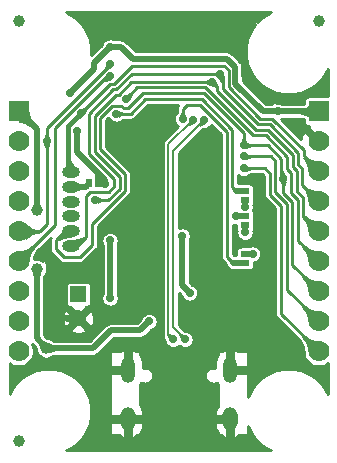
<source format=gbr>
G04 #@! TF.GenerationSoftware,KiCad,Pcbnew,5.1.6-c6e7f7d~87~ubuntu18.04.1*
G04 #@! TF.CreationDate,2022-09-28T14:17:23+03:00*
G04 #@! TF.ProjectId,ESP32-C3-DevKit-Lipo_Rev_B,45535033-322d-4433-932d-4465764b6974,B*
G04 #@! TF.SameCoordinates,Original*
G04 #@! TF.FileFunction,Copper,L2,Bot*
G04 #@! TF.FilePolarity,Positive*
%FSLAX46Y46*%
G04 Gerber Fmt 4.6, Leading zero omitted, Abs format (unit mm)*
G04 Created by KiCad (PCBNEW 5.1.6-c6e7f7d~87~ubuntu18.04.1) date 2022-09-28 14:17:23*
%MOMM*%
%LPD*%
G01*
G04 APERTURE LIST*
G04 #@! TA.AperFunction,ComponentPad*
%ADD10C,1.400000*%
G04 #@! TD*
G04 #@! TA.AperFunction,ComponentPad*
%ADD11R,1.400000X1.400000*%
G04 #@! TD*
G04 #@! TA.AperFunction,SMDPad,CuDef*
%ADD12R,0.762000X0.508000*%
G04 #@! TD*
G04 #@! TA.AperFunction,ConnectorPad*
%ADD13C,1.000000*%
G04 #@! TD*
G04 #@! TA.AperFunction,SMDPad,CuDef*
%ADD14R,0.508000X0.762000*%
G04 #@! TD*
G04 #@! TA.AperFunction,ComponentPad*
%ADD15O,1.500000X1.000000*%
G04 #@! TD*
G04 #@! TA.AperFunction,ComponentPad*
%ADD16C,1.778000*%
G04 #@! TD*
G04 #@! TA.AperFunction,ComponentPad*
%ADD17R,1.778000X1.778000*%
G04 #@! TD*
G04 #@! TA.AperFunction,ComponentPad*
%ADD18O,1.200000X2.200000*%
G04 #@! TD*
G04 #@! TA.AperFunction,ComponentPad*
%ADD19O,1.300000X2.000000*%
G04 #@! TD*
G04 #@! TA.AperFunction,ViaPad*
%ADD20C,1.000000*%
G04 #@! TD*
G04 #@! TA.AperFunction,ViaPad*
%ADD21C,0.700000*%
G04 #@! TD*
G04 #@! TA.AperFunction,Conductor*
%ADD22C,0.508000*%
G04 #@! TD*
G04 #@! TA.AperFunction,Conductor*
%ADD23C,0.762000*%
G04 #@! TD*
G04 #@! TA.AperFunction,Conductor*
%ADD24C,0.406400*%
G04 #@! TD*
G04 #@! TA.AperFunction,Conductor*
%ADD25C,0.254000*%
G04 #@! TD*
G04 #@! TA.AperFunction,Conductor*
%ADD26C,0.203200*%
G04 #@! TD*
G04 #@! TA.AperFunction,Conductor*
%ADD27C,0.025400*%
G04 #@! TD*
G04 APERTURE END LIST*
D10*
X135872220Y-103870760D03*
D11*
X135869680Y-101841300D03*
D12*
X149987000Y-95250000D03*
X149987000Y-96012000D03*
X149987000Y-93091000D03*
X149987000Y-93853000D03*
X149987000Y-99187000D03*
X149987000Y-98425000D03*
D13*
X130810000Y-114300000D03*
D14*
X136779000Y-92456000D03*
X137541000Y-92456000D03*
D15*
X135255000Y-97740000D03*
X135255000Y-96490000D03*
X135255000Y-95240000D03*
X135255000Y-93990000D03*
X135255000Y-92740000D03*
X135255000Y-91490000D03*
D16*
X130810000Y-106680000D03*
X130810000Y-101600000D03*
X130810000Y-104140000D03*
X130810000Y-99060000D03*
X130810000Y-96520000D03*
D17*
X130810000Y-86360000D03*
D16*
X130810000Y-88900000D03*
X130810000Y-91440000D03*
X130810000Y-93980000D03*
X156210000Y-93980000D03*
X156210000Y-91440000D03*
X156210000Y-88900000D03*
D17*
X156210000Y-86360000D03*
D16*
X156210000Y-96520000D03*
X156210000Y-99060000D03*
X156210000Y-104140000D03*
X156210000Y-101600000D03*
X156210000Y-106680000D03*
D18*
X140079000Y-108222000D03*
D19*
X140079000Y-112402000D03*
X148719000Y-112402000D03*
D18*
X148719000Y-108222000D03*
D13*
X130810000Y-78740000D03*
X156210000Y-78740000D03*
D20*
X132334000Y-94742000D03*
X133164210Y-106401771D03*
X132334004Y-99695000D03*
D21*
X141859000Y-104140000D03*
X148463000Y-104408201D03*
D20*
X139700000Y-103378000D03*
D21*
X139573000Y-99060000D03*
D20*
X152707200Y-85300782D03*
X146812000Y-95249999D03*
D21*
X141224000Y-90043000D03*
X150536881Y-83988875D03*
X149352000Y-105156000D03*
D20*
X133350000Y-98679000D03*
D21*
X146050000Y-97917000D03*
X146812000Y-93980000D03*
X147510500Y-79502000D03*
X139509500Y-79502000D03*
D20*
X136175882Y-78362000D03*
X150876002Y-78359000D03*
D21*
X140970000Y-79502000D03*
X142240000Y-79502000D03*
X143510000Y-79502000D03*
X144780000Y-79502000D03*
X146050000Y-79502000D03*
D20*
X136398000Y-114554000D03*
X139700000Y-114554000D03*
X142875000Y-114554000D03*
X146050000Y-114554000D03*
X148590000Y-114554000D03*
X150495000Y-114554000D03*
D21*
X145288000Y-101727014D03*
X138557000Y-80899000D03*
X138117822Y-92488861D03*
X144653000Y-96901000D03*
X135789867Y-88037859D03*
X135128000Y-84836000D03*
X152743510Y-86353360D03*
X136117457Y-86483493D03*
X144696832Y-86986716D03*
X133195203Y-88896910D03*
X138561783Y-82352115D03*
X149228278Y-95248499D03*
X138557000Y-97282002D03*
X138559500Y-102169000D03*
X149987000Y-94442778D03*
X150622000Y-98425000D03*
X149987000Y-96601790D03*
X139065000Y-86563676D03*
X138579340Y-83360330D03*
X147909790Y-83190590D03*
X149862599Y-89210635D03*
X153219921Y-92075000D03*
X137287000Y-93853000D03*
X147205235Y-83865210D03*
X139925050Y-85276467D03*
X149860000Y-90170000D03*
X149860000Y-91186000D03*
X144907000Y-105664000D03*
X146499900Y-87100466D03*
X143891000Y-105664000D03*
X145598701Y-87040210D03*
D22*
X132334028Y-94741972D02*
X132334000Y-94742000D01*
X130810000Y-86360000D02*
X132334028Y-87884028D01*
X132334028Y-87884028D02*
X132334028Y-94741972D01*
X133164210Y-106401771D02*
X132334004Y-105571565D01*
X132334004Y-105571565D02*
X132334004Y-99695000D01*
X141097000Y-104902000D02*
X141859000Y-104140000D01*
X138620500Y-104902000D02*
X141097000Y-104902000D01*
X133164210Y-106401771D02*
X137120729Y-106401771D01*
X137120729Y-106401771D02*
X138620500Y-104902000D01*
X139573000Y-103251000D02*
X139700000Y-103378000D01*
X139573000Y-99060000D02*
X139573000Y-103251000D01*
X151848788Y-85300782D02*
X150536881Y-83988875D01*
X152707200Y-85300782D02*
X151848788Y-85300782D01*
X139573000Y-95885000D02*
X139573000Y-99060000D01*
X141224000Y-90043000D02*
X141224000Y-94234000D01*
X141224000Y-94234000D02*
X139573000Y-95885000D01*
X134420003Y-103886000D02*
X133350000Y-102815997D01*
X133350000Y-102815997D02*
X133350000Y-98679000D01*
X135890000Y-103886000D02*
X134420003Y-103886000D01*
X149885421Y-83337415D02*
X149885421Y-79361173D01*
X150536881Y-83988875D02*
X149885421Y-83337415D01*
X149885421Y-79361173D02*
X150876002Y-78370592D01*
X150876002Y-78370592D02*
X150876002Y-78359000D01*
D23*
X140079000Y-108222000D02*
X138194000Y-108222000D01*
X140079000Y-108222000D02*
X140079000Y-106174000D01*
X140079000Y-112402000D02*
X138310000Y-112402000D01*
X140079000Y-112402000D02*
X141598000Y-112402000D01*
X148719000Y-105789000D02*
X149352000Y-105156000D01*
X148719000Y-108222000D02*
X148719000Y-105789000D01*
X148719000Y-108222000D02*
X150985000Y-108222000D01*
X148719000Y-112402000D02*
X146946000Y-112402000D01*
X148719000Y-112402000D02*
X148719000Y-114298000D01*
X140079000Y-112402000D02*
X140079000Y-114298000D01*
D22*
X156210000Y-86360000D02*
X152750150Y-86360000D01*
X152750150Y-86360000D02*
X152743510Y-86353360D01*
X138084961Y-92456000D02*
X138117822Y-92488861D01*
X137541000Y-92456000D02*
X138084961Y-92456000D01*
X144653000Y-101092014D02*
X144653000Y-96901000D01*
X145288000Y-101727014D02*
X144653000Y-101092014D01*
X137573861Y-92488861D02*
X138117822Y-92488861D01*
X137541000Y-92456000D02*
X137573861Y-92488861D01*
X137541000Y-91567000D02*
X135789867Y-89815867D01*
X135789867Y-89815867D02*
X135789867Y-88037859D01*
X137205209Y-82250791D02*
X137205209Y-82758791D01*
X138557000Y-80899000D02*
X137205209Y-82250791D01*
X137205209Y-82758791D02*
X135128000Y-84836000D01*
X152743510Y-86353360D02*
X151504360Y-86353360D01*
X148467099Y-81915000D02*
X140462000Y-81915000D01*
X151504360Y-86353360D02*
X149174203Y-84023203D01*
X139446000Y-80899000D02*
X138557000Y-80899000D01*
X140462000Y-81915000D02*
X139446000Y-80899000D01*
X149174203Y-82622104D02*
X148467099Y-81915000D01*
X149174203Y-84023203D02*
X149174203Y-82622104D01*
X137576961Y-91948000D02*
X137541000Y-91948000D01*
X138117822Y-92488861D02*
X137576961Y-91948000D01*
X137541000Y-92456000D02*
X137541000Y-91948000D01*
X137541000Y-91948000D02*
X137541000Y-91567000D01*
X137541000Y-91567000D02*
X138117822Y-92143822D01*
X138117822Y-92143822D02*
X138117822Y-92488861D01*
D24*
X135006598Y-87594352D02*
X136117457Y-86483493D01*
X135006598Y-91191598D02*
X135006598Y-87594352D01*
X135255000Y-91440000D02*
X135006598Y-91191598D01*
D25*
X140447157Y-82499211D02*
X138905837Y-84040531D01*
X148225111Y-82499211D02*
X140447157Y-82499211D01*
X148590000Y-84328000D02*
X148590000Y-82864100D01*
X151257000Y-86995000D02*
X148590000Y-84328000D01*
X154940000Y-89662000D02*
X152273000Y-86995000D01*
X154940000Y-90170000D02*
X154940000Y-89662000D01*
X148590000Y-82864100D02*
X148225111Y-82499211D01*
X138560419Y-84040531D02*
X136117457Y-86483493D01*
X138905837Y-84040531D02*
X138560419Y-84040531D01*
X152273000Y-86995000D02*
X151257000Y-86995000D01*
X156210000Y-91440000D02*
X154940000Y-90170000D01*
X145034000Y-85852000D02*
X144696832Y-86189168D01*
X146213397Y-85852000D02*
X145034000Y-85852000D01*
X148457935Y-88096538D02*
X146213397Y-85852000D01*
X148457935Y-98673935D02*
X148457935Y-88096538D01*
X148971000Y-99187000D02*
X148457935Y-98673935D01*
X144696832Y-86189168D02*
X144696832Y-86986716D01*
D22*
X149987000Y-99187000D02*
X148971000Y-99187000D01*
D25*
X133223000Y-95885000D02*
X133223000Y-88924707D01*
X130810000Y-96520000D02*
X132588000Y-96520000D01*
X133223000Y-88924707D02*
X133195203Y-88896910D01*
X132588000Y-96520000D02*
X133223000Y-95885000D01*
X133195203Y-88896910D02*
X133195203Y-87782504D01*
X138561783Y-82415924D02*
X138561783Y-82352115D01*
X133195203Y-87782504D02*
X138561783Y-82415924D01*
D22*
X149987000Y-95250000D02*
X149229779Y-95250000D01*
X149229779Y-95250000D02*
X149228278Y-95248499D01*
X138557000Y-97282002D02*
X138557000Y-102166500D01*
X138557000Y-102166500D02*
X138559500Y-102169000D01*
X149987000Y-93853000D02*
X149987000Y-94442778D01*
X149987000Y-98425000D02*
X150622000Y-98425000D01*
X149987000Y-96012000D02*
X149987000Y-96601790D01*
X135255000Y-92740000D02*
X136495000Y-92740000D01*
X136495000Y-92740000D02*
X136779000Y-92456000D01*
D25*
X130810000Y-99060000D02*
X133875413Y-95994587D01*
X133875413Y-95994587D02*
X133875413Y-87748887D01*
X133875413Y-87748887D02*
X138263970Y-83360330D01*
X138263970Y-83360330D02*
X138579340Y-83360330D01*
D22*
X149987000Y-93091000D02*
X149225000Y-93091000D01*
D25*
X140322971Y-86563676D02*
X139065000Y-86563676D01*
X146351990Y-85344000D02*
X141542647Y-85344000D01*
X141542647Y-85344000D02*
X140322971Y-86563676D01*
X148915146Y-87907156D02*
X146351990Y-85344000D01*
X149225000Y-93091000D02*
X148915146Y-92781146D01*
X148915146Y-92781146D02*
X148915146Y-87907156D01*
X147904200Y-83185000D02*
X147909790Y-83190590D01*
X136887702Y-93172798D02*
X138452017Y-93172798D01*
X138912578Y-92712238D02*
X138912578Y-92072764D01*
X136795869Y-86532921D02*
X138831048Y-84497742D01*
X136525000Y-93535500D02*
X136887702Y-93172798D01*
X138452017Y-93172798D02*
X138912578Y-92712238D01*
X140407961Y-83185000D02*
X147904200Y-83185000D01*
X136525000Y-96964500D02*
X136525000Y-93535500D01*
X135255000Y-97740000D02*
X135749500Y-97740000D01*
X138912578Y-92072764D02*
X136795869Y-89956055D01*
X135749500Y-97740000D02*
X136525000Y-96964500D01*
X136795869Y-89956055D02*
X136795869Y-86532921D01*
X138831048Y-84497742D02*
X139095219Y-84497742D01*
X139095219Y-84497742D02*
X140407961Y-83185000D01*
X156210000Y-93980000D02*
X154814545Y-92584545D01*
X148082000Y-84466593D02*
X148082000Y-83362800D01*
X151067618Y-87452211D02*
X148082000Y-84466593D01*
X152083619Y-87452211D02*
X151067618Y-87452211D01*
X154482789Y-89851381D02*
X152083619Y-87452211D01*
X154814545Y-92584545D02*
X154814545Y-91187545D01*
X148082000Y-83362800D02*
X147909790Y-83190590D01*
X154814545Y-91187545D02*
X154482789Y-90855789D01*
X154482789Y-90855789D02*
X154482789Y-89851381D01*
X154000211Y-94033025D02*
X153219921Y-93252735D01*
X153219921Y-93252735D02*
X153219921Y-92075000D01*
X156210000Y-101600000D02*
X154000211Y-99390211D01*
X154000211Y-99390211D02*
X154000211Y-94033025D01*
X149862599Y-88208016D02*
X149862599Y-89210635D01*
X139747885Y-86106000D02*
X140062209Y-86106000D01*
X137033000Y-95885002D02*
X139827000Y-93091002D01*
X139525351Y-85883466D02*
X139747885Y-86106000D01*
X137710291Y-86911685D02*
X138738510Y-85883466D01*
X139827000Y-93091002D02*
X139827000Y-91694000D01*
X136017000Y-98679000D02*
X137033000Y-97663000D01*
X140062209Y-86106000D02*
X141332209Y-84836000D01*
X134777000Y-96490000D02*
X133985000Y-97282000D01*
X139827000Y-91694000D02*
X137710291Y-89577291D01*
X138738510Y-85883466D02*
X139525351Y-85883466D01*
X135255000Y-96490000D02*
X134777000Y-96490000D01*
X134620000Y-98679000D02*
X136017000Y-98679000D01*
X137033000Y-97663000D02*
X137033000Y-95885002D01*
X133985000Y-97282000D02*
X133985000Y-98044000D01*
X133985000Y-98044000D02*
X134620000Y-98679000D01*
X137710291Y-89577291D02*
X137710291Y-86911685D01*
X141332209Y-84836000D02*
X146490583Y-84836000D01*
X146490583Y-84836000D02*
X149862599Y-88208016D01*
X149862599Y-89210635D02*
X151902267Y-89210635D01*
X153035000Y-90343368D02*
X153035000Y-91890079D01*
X153035000Y-91890079D02*
X153219921Y-92075000D01*
X151902267Y-89210635D02*
X153035000Y-90343368D01*
X139369789Y-91883381D02*
X137253080Y-89766673D01*
X137287000Y-93853000D02*
X138418408Y-93853000D01*
X137253080Y-86722303D02*
X139020430Y-84954953D01*
X138418408Y-93853000D02*
X139369789Y-92901620D01*
X139369789Y-92901620D02*
X139369789Y-91883381D01*
X137253080Y-89766673D02*
X137253080Y-86722303D01*
X139020430Y-84954953D02*
X139284601Y-84954953D01*
X139284601Y-84954953D02*
X140374344Y-83865210D01*
X140374344Y-83865210D02*
X147205235Y-83865210D01*
X154357334Y-93096962D02*
X154914633Y-93654261D01*
X154914633Y-95224633D02*
X156210000Y-96520000D01*
X154914633Y-93654261D02*
X154914633Y-95224633D01*
X154025578Y-91045171D02*
X154357334Y-91376926D01*
X154357334Y-91376926D02*
X154357334Y-93096962D01*
X154025578Y-90040762D02*
X154025578Y-91045171D01*
X151919605Y-87934789D02*
X154025578Y-90040762D01*
X150882558Y-87934789D02*
X151919605Y-87934789D01*
X147574000Y-84626231D02*
X150882558Y-87934789D01*
X147205235Y-83865210D02*
X147574000Y-84233975D01*
X147574000Y-84233975D02*
X147574000Y-84626231D01*
X140873517Y-84328000D02*
X139925050Y-85276467D01*
X154457422Y-93843643D02*
X153900123Y-93286344D01*
X156210000Y-99060000D02*
X154457422Y-97307422D01*
X153568367Y-91234553D02*
X153568367Y-90230143D01*
X153900123Y-93286344D02*
X153900123Y-91566309D01*
X153568367Y-90230143D02*
X151730224Y-88392000D01*
X150693176Y-88392000D02*
X146629176Y-84328000D01*
X146629176Y-84328000D02*
X140873517Y-84328000D01*
X154457422Y-97307422D02*
X154457422Y-93843643D01*
X153900123Y-91566309D02*
X153568367Y-91234553D01*
X151730224Y-88392000D02*
X150693176Y-88392000D01*
X156210000Y-104140000D02*
X153543000Y-101473000D01*
X152539711Y-93219118D02*
X152539711Y-90563711D01*
X153543000Y-101473000D02*
X153543000Y-94222407D01*
X153543000Y-94222407D02*
X152539711Y-93219118D01*
X152146000Y-90170000D02*
X149860000Y-90170000D01*
X152539711Y-90563711D02*
X152146000Y-90170000D01*
X152082500Y-93408500D02*
X152082500Y-91630500D01*
X151638000Y-91186000D02*
X149860000Y-91186000D01*
X153035000Y-94361000D02*
X152082500Y-93408500D01*
X152082500Y-91630500D02*
X151638000Y-91186000D01*
X156210000Y-106680000D02*
X153035000Y-103505000D01*
X153035000Y-103505000D02*
X153035000Y-94361000D01*
D26*
X143891000Y-89709366D02*
X146499900Y-87100466D01*
X143891000Y-104648000D02*
X143891000Y-89709366D01*
X144907000Y-105664000D02*
X143891000Y-104648000D01*
X143484589Y-105257589D02*
X143484589Y-89154322D01*
X143484589Y-89154322D02*
X145598701Y-87040210D01*
X143891000Y-105664000D02*
X143484589Y-105257589D01*
D25*
G36*
X144272403Y-85905573D02*
G01*
X144225231Y-85993826D01*
X144196183Y-86089584D01*
X144190772Y-86144526D01*
X144186375Y-86189168D01*
X144188832Y-86214113D01*
X144188832Y-86441742D01*
X144188363Y-86455261D01*
X144187873Y-86459803D01*
X144187521Y-86461696D01*
X144187186Y-86462111D01*
X144179144Y-86470614D01*
X144129027Y-86520731D01*
X144049028Y-86640458D01*
X143993924Y-86773491D01*
X143965832Y-86914719D01*
X143965832Y-87058713D01*
X143993924Y-87199941D01*
X144049028Y-87332974D01*
X144129027Y-87452701D01*
X144230847Y-87554521D01*
X144333380Y-87623031D01*
X143160102Y-88796310D01*
X143141689Y-88811421D01*
X143126578Y-88829834D01*
X143126576Y-88829836D01*
X143081381Y-88884907D01*
X143036567Y-88968746D01*
X143008973Y-89059716D01*
X142999654Y-89154322D01*
X143001990Y-89178037D01*
X143001989Y-105233884D01*
X142999654Y-105257589D01*
X143001989Y-105281294D01*
X143001989Y-105281295D01*
X143008972Y-105352194D01*
X143036567Y-105443165D01*
X143081380Y-105527004D01*
X143141688Y-105600490D01*
X143150379Y-105607622D01*
X143151740Y-105609693D01*
X143153123Y-105612245D01*
X143154402Y-105615174D01*
X143155757Y-105619156D01*
X143157177Y-105624803D01*
X143158520Y-105632721D01*
X143159512Y-105643305D01*
X143160000Y-105664182D01*
X143160000Y-105735997D01*
X143188092Y-105877225D01*
X143243196Y-106010258D01*
X143323195Y-106129985D01*
X143425015Y-106231805D01*
X143544742Y-106311804D01*
X143677775Y-106366908D01*
X143819003Y-106395000D01*
X143962997Y-106395000D01*
X144104225Y-106366908D01*
X144237258Y-106311804D01*
X144356985Y-106231805D01*
X144399000Y-106189790D01*
X144441015Y-106231805D01*
X144560742Y-106311804D01*
X144693775Y-106366908D01*
X144835003Y-106395000D01*
X144978997Y-106395000D01*
X145120225Y-106366908D01*
X145253258Y-106311804D01*
X145372985Y-106231805D01*
X145474805Y-106129985D01*
X145554804Y-106010258D01*
X145609908Y-105877225D01*
X145638000Y-105735997D01*
X145638000Y-105592003D01*
X145609908Y-105450775D01*
X145554804Y-105317742D01*
X145474805Y-105198015D01*
X145372985Y-105096195D01*
X145253258Y-105016196D01*
X145120225Y-104961092D01*
X144978997Y-104933000D01*
X144908136Y-104933000D01*
X144889304Y-104932478D01*
X144880897Y-104931586D01*
X144874158Y-104930311D01*
X144868445Y-104928730D01*
X144863086Y-104926748D01*
X144857471Y-104924117D01*
X144851100Y-104920463D01*
X144843554Y-104915292D01*
X144834604Y-104908089D01*
X144819525Y-104894026D01*
X144373600Y-104448101D01*
X144373600Y-101710639D01*
X144580596Y-101917635D01*
X144585092Y-101940239D01*
X144640196Y-102073272D01*
X144720195Y-102192999D01*
X144822015Y-102294819D01*
X144941742Y-102374818D01*
X145074775Y-102429922D01*
X145216003Y-102458014D01*
X145359997Y-102458014D01*
X145501225Y-102429922D01*
X145634258Y-102374818D01*
X145753985Y-102294819D01*
X145855805Y-102192999D01*
X145935804Y-102073272D01*
X145990908Y-101940239D01*
X146019000Y-101799011D01*
X146019000Y-101655017D01*
X145990908Y-101513789D01*
X145935804Y-101380756D01*
X145855805Y-101261029D01*
X145753985Y-101159209D01*
X145634258Y-101079210D01*
X145501225Y-101024106D01*
X145478621Y-101019610D01*
X145288000Y-100828989D01*
X145288000Y-97266421D01*
X145300804Y-97247258D01*
X145355908Y-97114225D01*
X145384000Y-96972997D01*
X145384000Y-96829003D01*
X145355908Y-96687775D01*
X145300804Y-96554742D01*
X145220805Y-96435015D01*
X145118985Y-96333195D01*
X144999258Y-96253196D01*
X144866225Y-96198092D01*
X144724997Y-96170000D01*
X144581003Y-96170000D01*
X144439775Y-96198092D01*
X144373600Y-96225503D01*
X144373600Y-89909265D01*
X146412420Y-87870446D01*
X146427512Y-87856370D01*
X146436454Y-87849173D01*
X146444000Y-87844002D01*
X146450371Y-87840348D01*
X146455986Y-87837717D01*
X146461345Y-87835735D01*
X146467058Y-87834154D01*
X146473797Y-87832879D01*
X146482203Y-87831987D01*
X146501019Y-87831466D01*
X146571897Y-87831466D01*
X146713125Y-87803374D01*
X146846158Y-87748270D01*
X146965885Y-87668271D01*
X147067705Y-87566451D01*
X147124471Y-87481495D01*
X147949936Y-88306960D01*
X147949935Y-98648991D01*
X147947478Y-98673935D01*
X147949935Y-98698879D01*
X147949935Y-98698881D01*
X147957286Y-98773519D01*
X147986334Y-98869277D01*
X148033506Y-98957530D01*
X148096987Y-99034883D01*
X148116370Y-99050790D01*
X148341706Y-99276126D01*
X148345188Y-99311482D01*
X148381498Y-99431180D01*
X148440463Y-99541494D01*
X148519815Y-99638185D01*
X148616506Y-99717537D01*
X148726820Y-99776502D01*
X148846518Y-99812812D01*
X148939808Y-99822000D01*
X149587287Y-99822000D01*
X149606000Y-99823843D01*
X150368000Y-99823843D01*
X150442689Y-99816487D01*
X150514508Y-99794701D01*
X150580696Y-99759322D01*
X150638711Y-99711711D01*
X150686322Y-99653696D01*
X150721701Y-99587508D01*
X150743487Y-99515689D01*
X150750843Y-99441000D01*
X150750843Y-99144693D01*
X150835225Y-99127908D01*
X150968258Y-99072804D01*
X151087985Y-98992805D01*
X151189805Y-98890985D01*
X151269804Y-98771258D01*
X151324908Y-98638225D01*
X151353000Y-98496997D01*
X151353000Y-98353003D01*
X151324908Y-98211775D01*
X151269804Y-98078742D01*
X151189805Y-97959015D01*
X151087985Y-97857195D01*
X150968258Y-97777196D01*
X150835225Y-97722092D01*
X150693997Y-97694000D01*
X150550003Y-97694000D01*
X150408775Y-97722092D01*
X150275742Y-97777196D01*
X150259338Y-97788157D01*
X149606000Y-97788157D01*
X149531311Y-97795513D01*
X149459492Y-97817299D01*
X149393304Y-97852678D01*
X149335289Y-97900289D01*
X149287678Y-97958304D01*
X149252299Y-98024492D01*
X149230513Y-98096311D01*
X149223157Y-98171000D01*
X149223157Y-98552000D01*
X149054420Y-98552000D01*
X148965935Y-98463515D01*
X148965935Y-95931062D01*
X149015053Y-95951407D01*
X149156281Y-95979499D01*
X149223157Y-95979499D01*
X149223157Y-96266000D01*
X149230513Y-96340689D01*
X149252299Y-96412508D01*
X149271999Y-96449363D01*
X149256000Y-96529793D01*
X149256000Y-96673787D01*
X149284092Y-96815015D01*
X149339196Y-96948048D01*
X149419195Y-97067775D01*
X149521015Y-97169595D01*
X149640742Y-97249594D01*
X149773775Y-97304698D01*
X149915003Y-97332790D01*
X150058997Y-97332790D01*
X150200225Y-97304698D01*
X150333258Y-97249594D01*
X150452985Y-97169595D01*
X150554805Y-97067775D01*
X150634804Y-96948048D01*
X150689908Y-96815015D01*
X150718000Y-96673787D01*
X150718000Y-96529793D01*
X150702001Y-96449363D01*
X150721701Y-96412508D01*
X150743487Y-96340689D01*
X150750843Y-96266000D01*
X150750843Y-95758000D01*
X150743487Y-95683311D01*
X150727619Y-95631000D01*
X150743487Y-95578689D01*
X150750843Y-95504000D01*
X150750843Y-94996000D01*
X150743487Y-94921311D01*
X150721701Y-94849492D01*
X150686322Y-94783304D01*
X150653662Y-94743508D01*
X150689908Y-94656003D01*
X150718000Y-94514775D01*
X150718000Y-94370781D01*
X150702003Y-94290359D01*
X150721701Y-94253508D01*
X150743487Y-94181689D01*
X150750843Y-94107000D01*
X150750843Y-93599000D01*
X150743487Y-93524311D01*
X150727619Y-93472000D01*
X150743487Y-93419689D01*
X150750843Y-93345000D01*
X150750843Y-92837000D01*
X150743487Y-92762311D01*
X150721701Y-92690492D01*
X150686322Y-92624304D01*
X150638711Y-92566289D01*
X150580696Y-92518678D01*
X150514508Y-92483299D01*
X150442689Y-92461513D01*
X150368000Y-92454157D01*
X149606000Y-92454157D01*
X149587287Y-92456000D01*
X149423146Y-92456000D01*
X149423146Y-91773270D01*
X149513742Y-91833804D01*
X149646775Y-91888908D01*
X149788003Y-91917000D01*
X149931997Y-91917000D01*
X150073225Y-91888908D01*
X150206258Y-91833804D01*
X150325985Y-91753805D01*
X150376100Y-91703690D01*
X150384613Y-91695638D01*
X150385019Y-91695310D01*
X150386912Y-91694958D01*
X150391440Y-91694470D01*
X150404981Y-91694000D01*
X151427580Y-91694000D01*
X151574501Y-91840922D01*
X151574500Y-93383555D01*
X151572043Y-93408500D01*
X151574500Y-93433444D01*
X151574500Y-93433446D01*
X151581851Y-93508084D01*
X151610899Y-93603842D01*
X151658071Y-93692095D01*
X151721552Y-93769448D01*
X151740935Y-93785355D01*
X152527001Y-94571422D01*
X152527000Y-103480056D01*
X152524543Y-103505000D01*
X152527000Y-103529944D01*
X152527000Y-103529946D01*
X152534351Y-103604584D01*
X152563399Y-103700342D01*
X152610571Y-103788595D01*
X152674052Y-103865948D01*
X152693435Y-103881855D01*
X154545266Y-105733687D01*
X154627776Y-105822182D01*
X154696084Y-105907132D01*
X154755084Y-105993340D01*
X154805290Y-106081057D01*
X154847162Y-106170643D01*
X154881098Y-106262673D01*
X154907323Y-106357717D01*
X154925932Y-106456494D01*
X154936828Y-106559556D01*
X154940000Y-106674736D01*
X154940000Y-106805084D01*
X154988805Y-107050445D01*
X155084541Y-107281571D01*
X155223527Y-107489578D01*
X155400422Y-107666473D01*
X155608429Y-107805459D01*
X155839555Y-107901195D01*
X156084916Y-107950000D01*
X156335084Y-107950000D01*
X156580445Y-107901195D01*
X156811571Y-107805459D01*
X156972000Y-107698264D01*
X156972000Y-110253924D01*
X156884206Y-110041971D01*
X156487275Y-109447922D01*
X155982078Y-108942725D01*
X155388029Y-108545794D01*
X154727957Y-108272383D01*
X154027228Y-108133000D01*
X153312772Y-108133000D01*
X152612043Y-108272383D01*
X151951971Y-108545794D01*
X151357922Y-108942725D01*
X150852725Y-109447922D01*
X150455794Y-110041971D01*
X150241000Y-110560529D01*
X150241000Y-106807000D01*
X150238560Y-106782224D01*
X150231333Y-106758399D01*
X150219597Y-106736443D01*
X150203803Y-106717197D01*
X150184557Y-106701403D01*
X150162601Y-106689667D01*
X150138776Y-106682440D01*
X150114000Y-106680000D01*
X149400064Y-106680000D01*
X149246734Y-106589299D01*
X149098039Y-106546605D01*
X148909500Y-106662744D01*
X148909500Y-106680000D01*
X148528500Y-106680000D01*
X148528500Y-106662744D01*
X148339961Y-106546605D01*
X148191266Y-106589299D01*
X148037936Y-106680000D01*
X147828000Y-106680000D01*
X147803224Y-106682440D01*
X147779399Y-106689667D01*
X147757443Y-106701403D01*
X147738197Y-106717197D01*
X147722403Y-106736443D01*
X147710667Y-106758399D01*
X147703440Y-106782224D01*
X147701000Y-106807000D01*
X147701000Y-107006658D01*
X147650910Y-107073387D01*
X147544895Y-107294224D01*
X147484000Y-107531500D01*
X147484000Y-108066447D01*
X147356073Y-108041000D01*
X147221927Y-108041000D01*
X147090360Y-108067171D01*
X146966426Y-108118506D01*
X146854888Y-108193033D01*
X146760033Y-108287888D01*
X146685506Y-108399426D01*
X146634171Y-108523360D01*
X146608000Y-108654927D01*
X146608000Y-108789073D01*
X146634171Y-108920640D01*
X146685506Y-109044574D01*
X146760033Y-109156112D01*
X146854888Y-109250967D01*
X146966426Y-109325494D01*
X147090360Y-109376829D01*
X147221927Y-109403000D01*
X147356073Y-109403000D01*
X147487640Y-109376829D01*
X147611574Y-109325494D01*
X147624957Y-109316552D01*
X147650910Y-109370613D01*
X147701000Y-109437342D01*
X147701000Y-111240601D01*
X147658490Y-111288882D01*
X147529990Y-111510440D01*
X147447183Y-111752810D01*
X147413252Y-112006678D01*
X147580988Y-112211500D01*
X147701000Y-112211500D01*
X147701000Y-112592500D01*
X147580988Y-112592500D01*
X147413252Y-112797322D01*
X147447183Y-113051190D01*
X147529990Y-113293560D01*
X147658490Y-113515118D01*
X147701000Y-113563399D01*
X147701000Y-113665000D01*
X147703440Y-113689776D01*
X147710667Y-113713601D01*
X147722403Y-113735557D01*
X147738197Y-113754803D01*
X147757443Y-113770597D01*
X147779399Y-113782333D01*
X147803224Y-113789560D01*
X147828000Y-113792000D01*
X147938513Y-113792000D01*
X148031249Y-113862869D01*
X148261184Y-113975698D01*
X148332048Y-113977355D01*
X148528500Y-113862022D01*
X148528500Y-113792000D01*
X148909500Y-113792000D01*
X148909500Y-113862022D01*
X149105952Y-113977355D01*
X149176816Y-113975698D01*
X149406751Y-113862869D01*
X149499487Y-113792000D01*
X150114000Y-113792000D01*
X150138776Y-113789560D01*
X150162601Y-113782333D01*
X150184557Y-113770597D01*
X150203803Y-113754803D01*
X150219597Y-113735557D01*
X150231333Y-113713601D01*
X150238560Y-113689776D01*
X150241000Y-113665000D01*
X150241000Y-112959471D01*
X150455794Y-113478029D01*
X150852725Y-114072078D01*
X151357922Y-114577275D01*
X151951971Y-114974206D01*
X152163924Y-115062000D01*
X134856076Y-115062000D01*
X135068029Y-114974206D01*
X135662078Y-114577275D01*
X136167275Y-114072078D01*
X136564206Y-113478029D01*
X136837617Y-112817957D01*
X136977000Y-112117228D01*
X136977000Y-111402772D01*
X136837617Y-110702043D01*
X136564206Y-110041971D01*
X136167275Y-109447922D01*
X135662078Y-108942725D01*
X135068029Y-108545794D01*
X134407957Y-108272383D01*
X133707228Y-108133000D01*
X132992772Y-108133000D01*
X132292043Y-108272383D01*
X131631971Y-108545794D01*
X131037922Y-108942725D01*
X130532725Y-109447922D01*
X130135794Y-110041971D01*
X130048000Y-110253924D01*
X130048000Y-107698264D01*
X130208429Y-107805459D01*
X130439555Y-107901195D01*
X130684916Y-107950000D01*
X130935084Y-107950000D01*
X131180445Y-107901195D01*
X131411571Y-107805459D01*
X131619578Y-107666473D01*
X131796473Y-107489578D01*
X131935459Y-107281571D01*
X132031195Y-107050445D01*
X132080000Y-106805084D01*
X132080000Y-106554916D01*
X132031195Y-106309555D01*
X131935459Y-106078429D01*
X131920588Y-106056173D01*
X132252242Y-106387828D01*
X132268633Y-106405053D01*
X132278460Y-106416556D01*
X132283210Y-106422840D01*
X132283210Y-106488542D01*
X132317066Y-106658749D01*
X132383478Y-106819081D01*
X132479892Y-106963376D01*
X132602605Y-107086089D01*
X132746900Y-107182503D01*
X132907232Y-107248915D01*
X133077439Y-107282771D01*
X133250981Y-107282771D01*
X133421188Y-107248915D01*
X133581520Y-107182503D01*
X133725815Y-107086089D01*
X133772275Y-107039629D01*
X133780073Y-107038545D01*
X133795150Y-107037360D01*
X133818896Y-107036771D01*
X137089548Y-107036771D01*
X137120729Y-107039842D01*
X137151910Y-107036771D01*
X137151921Y-107036771D01*
X137245211Y-107027583D01*
X137364909Y-106991273D01*
X137475223Y-106932308D01*
X137571914Y-106852956D01*
X137591803Y-106828721D01*
X137613524Y-106807000D01*
X138557000Y-106807000D01*
X138557000Y-113665000D01*
X138559440Y-113689776D01*
X138566667Y-113713601D01*
X138578403Y-113735557D01*
X138594197Y-113754803D01*
X138613443Y-113770597D01*
X138635399Y-113782333D01*
X138659224Y-113789560D01*
X138684000Y-113792000D01*
X139298513Y-113792000D01*
X139391249Y-113862869D01*
X139621184Y-113975698D01*
X139692048Y-113977355D01*
X139888500Y-113862022D01*
X139888500Y-113792000D01*
X140269500Y-113792000D01*
X140269500Y-113862022D01*
X140465952Y-113977355D01*
X140536816Y-113975698D01*
X140766751Y-113862869D01*
X140859487Y-113792000D01*
X140970000Y-113792000D01*
X140994776Y-113789560D01*
X141018601Y-113782333D01*
X141040557Y-113770597D01*
X141059803Y-113754803D01*
X141075597Y-113735557D01*
X141087333Y-113713601D01*
X141094560Y-113689776D01*
X141097000Y-113665000D01*
X141097000Y-113563399D01*
X141139510Y-113515118D01*
X141268010Y-113293560D01*
X141350817Y-113051190D01*
X141384748Y-112797322D01*
X141217012Y-112592500D01*
X141097000Y-112592500D01*
X141097000Y-112211500D01*
X141217012Y-112211500D01*
X141384748Y-112006678D01*
X141350817Y-111752810D01*
X141268010Y-111510440D01*
X141139510Y-111288882D01*
X141097000Y-111240601D01*
X141097000Y-109437342D01*
X141147090Y-109370613D01*
X141173043Y-109316552D01*
X141186426Y-109325494D01*
X141310360Y-109376829D01*
X141441927Y-109403000D01*
X141576073Y-109403000D01*
X141707640Y-109376829D01*
X141831574Y-109325494D01*
X141943112Y-109250967D01*
X142037967Y-109156112D01*
X142112494Y-109044574D01*
X142163829Y-108920640D01*
X142190000Y-108789073D01*
X142190000Y-108654927D01*
X142163829Y-108523360D01*
X142112494Y-108399426D01*
X142037967Y-108287888D01*
X141943112Y-108193033D01*
X141831574Y-108118506D01*
X141707640Y-108067171D01*
X141576073Y-108041000D01*
X141441927Y-108041000D01*
X141314000Y-108066447D01*
X141314000Y-107531500D01*
X141253105Y-107294224D01*
X141147090Y-107073387D01*
X141097000Y-107006658D01*
X141097000Y-106807000D01*
X141094560Y-106782224D01*
X141087333Y-106758399D01*
X141075597Y-106736443D01*
X141059803Y-106717197D01*
X141040557Y-106701403D01*
X141018601Y-106689667D01*
X140994776Y-106682440D01*
X140970000Y-106680000D01*
X140760064Y-106680000D01*
X140606734Y-106589299D01*
X140458039Y-106546605D01*
X140269500Y-106662744D01*
X140269500Y-106680000D01*
X139888500Y-106680000D01*
X139888500Y-106662744D01*
X139699961Y-106546605D01*
X139551266Y-106589299D01*
X139397936Y-106680000D01*
X138684000Y-106680000D01*
X138659224Y-106682440D01*
X138635399Y-106689667D01*
X138613443Y-106701403D01*
X138594197Y-106717197D01*
X138578403Y-106736443D01*
X138566667Y-106758399D01*
X138559440Y-106782224D01*
X138557000Y-106807000D01*
X137613524Y-106807000D01*
X138883526Y-105537000D01*
X141065819Y-105537000D01*
X141097000Y-105540071D01*
X141128181Y-105537000D01*
X141128192Y-105537000D01*
X141221482Y-105527812D01*
X141341180Y-105491502D01*
X141451494Y-105432537D01*
X141548185Y-105353185D01*
X141568074Y-105328950D01*
X142049621Y-104847404D01*
X142072225Y-104842908D01*
X142205258Y-104787804D01*
X142324985Y-104707805D01*
X142426805Y-104605985D01*
X142506804Y-104486258D01*
X142561908Y-104353225D01*
X142590000Y-104211997D01*
X142590000Y-104068003D01*
X142561908Y-103926775D01*
X142506804Y-103793742D01*
X142426805Y-103674015D01*
X142324985Y-103572195D01*
X142205258Y-103492196D01*
X142072225Y-103437092D01*
X141930997Y-103409000D01*
X141787003Y-103409000D01*
X141645775Y-103437092D01*
X141512742Y-103492196D01*
X141393015Y-103572195D01*
X141291195Y-103674015D01*
X141211196Y-103793742D01*
X141156092Y-103926775D01*
X141151596Y-103949379D01*
X140833975Y-104267000D01*
X138651680Y-104267000D01*
X138620499Y-104263929D01*
X138589318Y-104267000D01*
X138589308Y-104267000D01*
X138496018Y-104276188D01*
X138376320Y-104312498D01*
X138306231Y-104349962D01*
X138266005Y-104371463D01*
X138193542Y-104430932D01*
X138193539Y-104430935D01*
X138169315Y-104450815D01*
X138149434Y-104475040D01*
X136857705Y-105766771D01*
X133818910Y-105766771D01*
X133795151Y-105766181D01*
X133780073Y-105764996D01*
X133772273Y-105763911D01*
X133725815Y-105717453D01*
X133581520Y-105621039D01*
X133421188Y-105554627D01*
X133250981Y-105520771D01*
X133185279Y-105520771D01*
X133178995Y-105516021D01*
X133167492Y-105506194D01*
X133150267Y-105489803D01*
X132969004Y-105308541D01*
X132969004Y-103746013D01*
X134536574Y-103746013D01*
X134537901Y-104008981D01*
X134590506Y-104266638D01*
X134685983Y-104497141D01*
X134912134Y-104561438D01*
X135135976Y-104337596D01*
X135158112Y-104349962D01*
X135200294Y-104378562D01*
X135241442Y-104411763D01*
X135285035Y-104453010D01*
X135294947Y-104461468D01*
X135316081Y-104474628D01*
X135339376Y-104483412D01*
X135363938Y-104487482D01*
X135388821Y-104486683D01*
X135413071Y-104481044D01*
X135435754Y-104470783D01*
X135685720Y-104326668D01*
X135181542Y-104830846D01*
X135245839Y-105056997D01*
X135489298Y-105156405D01*
X135747473Y-105206406D01*
X136010441Y-105205079D01*
X136268098Y-105152474D01*
X136498601Y-105056997D01*
X136562898Y-104830846D01*
X135922314Y-104190262D01*
X136264086Y-103993218D01*
X136832306Y-104561438D01*
X137058457Y-104497141D01*
X137157865Y-104253682D01*
X137207866Y-103995507D01*
X137206539Y-103732539D01*
X137153934Y-103474882D01*
X137058457Y-103244379D01*
X136832306Y-103180082D01*
X136264086Y-103748302D01*
X135922314Y-103551258D01*
X136549429Y-102924143D01*
X136569680Y-102924143D01*
X136644369Y-102916787D01*
X136716188Y-102895001D01*
X136782376Y-102859622D01*
X136840391Y-102812011D01*
X136888002Y-102753996D01*
X136923381Y-102687808D01*
X136945167Y-102615989D01*
X136952523Y-102541300D01*
X136952523Y-101141300D01*
X136945167Y-101066611D01*
X136923381Y-100994792D01*
X136888002Y-100928604D01*
X136840391Y-100870589D01*
X136782376Y-100822978D01*
X136716188Y-100787599D01*
X136644369Y-100765813D01*
X136569680Y-100758457D01*
X135169680Y-100758457D01*
X135094991Y-100765813D01*
X135023172Y-100787599D01*
X134956984Y-100822978D01*
X134898969Y-100870589D01*
X134851358Y-100928604D01*
X134815979Y-100994792D01*
X134794193Y-101066611D01*
X134786837Y-101141300D01*
X134786837Y-102541300D01*
X134794193Y-102615989D01*
X134815979Y-102687808D01*
X134851358Y-102753996D01*
X134898969Y-102812011D01*
X134956984Y-102859622D01*
X135023172Y-102895001D01*
X135094991Y-102916787D01*
X135169680Y-102924143D01*
X135195011Y-102924143D01*
X135685720Y-103414852D01*
X135435754Y-103270737D01*
X135423754Y-103264642D01*
X135400112Y-103256839D01*
X135375402Y-103253798D01*
X135350574Y-103255637D01*
X135326581Y-103262284D01*
X135304346Y-103273484D01*
X135284724Y-103288806D01*
X135240759Y-103330688D01*
X135198723Y-103365387D01*
X135155436Y-103396028D01*
X135138326Y-103406274D01*
X134912134Y-103180082D01*
X134685983Y-103244379D01*
X134586575Y-103487838D01*
X134536574Y-103746013D01*
X132969004Y-103746013D01*
X132969004Y-100349686D01*
X132969593Y-100325940D01*
X132970778Y-100310863D01*
X132971862Y-100303065D01*
X133018322Y-100256605D01*
X133114736Y-100112310D01*
X133181148Y-99951978D01*
X133215004Y-99781771D01*
X133215004Y-99608229D01*
X133184724Y-99455999D01*
X133603999Y-99455999D01*
X133625680Y-99454135D01*
X133649677Y-99447500D01*
X133671917Y-99436312D01*
X133691548Y-99421000D01*
X133707814Y-99402152D01*
X133720091Y-99380493D01*
X133727906Y-99356855D01*
X133730960Y-99332147D01*
X133731836Y-99296833D01*
X133734151Y-99267387D01*
X133737850Y-99240781D01*
X133742775Y-99217008D01*
X133748744Y-99196046D01*
X133755570Y-99177789D01*
X133763081Y-99162051D01*
X133771155Y-99148562D01*
X133779762Y-99136979D01*
X133793549Y-99121964D01*
X133813869Y-99092311D01*
X133822653Y-99069016D01*
X133826723Y-99044454D01*
X133825924Y-99019571D01*
X133820285Y-98995321D01*
X133810024Y-98972638D01*
X133460024Y-98365567D01*
X133450709Y-98351626D01*
X133433679Y-98333465D01*
X133413433Y-98318976D01*
X133390750Y-98308715D01*
X133366500Y-98303076D01*
X133341617Y-98302277D01*
X133317055Y-98306347D01*
X133293760Y-98315131D01*
X133272626Y-98328291D01*
X133254465Y-98345321D01*
X133239976Y-98365567D01*
X132889976Y-98972638D01*
X132879144Y-98999680D01*
X132751314Y-98914268D01*
X132590982Y-98847856D01*
X132420775Y-98814000D01*
X132247233Y-98814000D01*
X132093206Y-98844638D01*
X132094067Y-98836494D01*
X132112676Y-98737717D01*
X132138901Y-98642673D01*
X132172837Y-98550643D01*
X132214709Y-98461057D01*
X132264915Y-98373340D01*
X132323915Y-98287132D01*
X132392223Y-98202182D01*
X132474740Y-98113680D01*
X133526761Y-97061659D01*
X133513399Y-97086658D01*
X133484351Y-97182416D01*
X133477831Y-97248616D01*
X133474543Y-97282000D01*
X133477000Y-97306945D01*
X133477001Y-98019046D01*
X133474543Y-98044000D01*
X133481719Y-98116850D01*
X133484352Y-98143585D01*
X133493362Y-98173287D01*
X133513400Y-98239343D01*
X133560571Y-98327595D01*
X133580293Y-98351626D01*
X133624053Y-98404948D01*
X133643430Y-98420850D01*
X134243145Y-99020565D01*
X134259052Y-99039948D01*
X134336405Y-99103429D01*
X134424657Y-99150601D01*
X134520415Y-99179649D01*
X134595053Y-99187000D01*
X134595056Y-99187000D01*
X134620000Y-99189457D01*
X134644944Y-99187000D01*
X135992056Y-99187000D01*
X136017000Y-99189457D01*
X136041944Y-99187000D01*
X136041947Y-99187000D01*
X136116585Y-99179649D01*
X136212343Y-99150601D01*
X136300595Y-99103429D01*
X136377948Y-99039948D01*
X136393855Y-99020565D01*
X137374571Y-98039850D01*
X137393948Y-98023948D01*
X137428049Y-97982395D01*
X137457429Y-97946596D01*
X137490651Y-97884441D01*
X137504601Y-97858343D01*
X137533649Y-97762585D01*
X137541000Y-97687947D01*
X137541000Y-97687944D01*
X137543457Y-97663000D01*
X137541000Y-97638056D01*
X137541000Y-97210005D01*
X137826000Y-97210005D01*
X137826000Y-97353999D01*
X137854092Y-97495227D01*
X137909196Y-97628260D01*
X137922000Y-97647423D01*
X137922001Y-101807320D01*
X137911696Y-101822742D01*
X137856592Y-101955775D01*
X137828500Y-102097003D01*
X137828500Y-102240997D01*
X137856592Y-102382225D01*
X137911696Y-102515258D01*
X137991695Y-102634985D01*
X138093515Y-102736805D01*
X138213242Y-102816804D01*
X138346275Y-102871908D01*
X138487503Y-102900000D01*
X138631497Y-102900000D01*
X138772725Y-102871908D01*
X138905758Y-102816804D01*
X139025485Y-102736805D01*
X139127305Y-102634985D01*
X139153363Y-102595985D01*
X139192100Y-102595985D01*
X139193560Y-102620839D01*
X139199840Y-102644930D01*
X139222082Y-102705263D01*
X139238984Y-102757852D01*
X139251376Y-102804444D01*
X139259418Y-102844653D01*
X139263417Y-102877898D01*
X139263978Y-102903467D01*
X139262207Y-102920756D01*
X139259858Y-102929626D01*
X139258973Y-102931449D01*
X139250966Y-102941423D01*
X139236131Y-102964689D01*
X139227347Y-102987984D01*
X139223277Y-103012546D01*
X139224076Y-103037429D01*
X139229715Y-103061679D01*
X139239976Y-103084362D01*
X139589976Y-103691433D01*
X139599291Y-103705374D01*
X139616321Y-103723535D01*
X139636567Y-103738024D01*
X139659250Y-103748285D01*
X139683500Y-103753924D01*
X139708383Y-103754723D01*
X139732945Y-103750653D01*
X139756240Y-103741869D01*
X139777374Y-103728709D01*
X139795535Y-103711679D01*
X139810024Y-103691433D01*
X140160024Y-103084362D01*
X140173469Y-103050667D01*
X140176898Y-103026008D01*
X140175451Y-103001154D01*
X140169183Y-102977060D01*
X140158334Y-102954651D01*
X140143322Y-102934790D01*
X140127359Y-102917496D01*
X140112958Y-102899059D01*
X140096337Y-102874703D01*
X140078047Y-102844714D01*
X140058389Y-102809244D01*
X140037579Y-102768462D01*
X140015810Y-102722596D01*
X139993119Y-102671621D01*
X139969609Y-102615690D01*
X139944947Y-102553914D01*
X139932596Y-102530444D01*
X139916802Y-102511198D01*
X139897556Y-102495404D01*
X139875600Y-102483668D01*
X139851775Y-102476441D01*
X139826999Y-102474001D01*
X139319001Y-102474001D01*
X139299163Y-102475560D01*
X139275072Y-102481840D01*
X139252669Y-102492700D01*
X139232815Y-102507722D01*
X139216273Y-102526328D01*
X139203679Y-102547804D01*
X139195517Y-102571324D01*
X139192100Y-102595985D01*
X139153363Y-102595985D01*
X139207304Y-102515258D01*
X139262408Y-102382225D01*
X139290500Y-102240997D01*
X139290500Y-102097003D01*
X139262408Y-101955775D01*
X139207304Y-101822742D01*
X139192000Y-101799838D01*
X139192000Y-97647423D01*
X139204804Y-97628260D01*
X139259908Y-97495227D01*
X139288000Y-97353999D01*
X139288000Y-97210005D01*
X139259908Y-97068777D01*
X139204804Y-96935744D01*
X139124805Y-96816017D01*
X139022985Y-96714197D01*
X138903258Y-96634198D01*
X138770225Y-96579094D01*
X138628997Y-96551002D01*
X138485003Y-96551002D01*
X138343775Y-96579094D01*
X138210742Y-96634198D01*
X138091015Y-96714197D01*
X137989195Y-96816017D01*
X137909196Y-96935744D01*
X137854092Y-97068777D01*
X137826000Y-97210005D01*
X137541000Y-97210005D01*
X137541000Y-96095422D01*
X140168565Y-93467857D01*
X140187948Y-93451950D01*
X140251429Y-93374597D01*
X140298601Y-93286345D01*
X140327649Y-93190587D01*
X140335000Y-93115949D01*
X140335000Y-93115946D01*
X140337457Y-93091002D01*
X140335000Y-93066058D01*
X140335000Y-91718944D01*
X140337457Y-91694000D01*
X140334884Y-91667878D01*
X140327649Y-91594415D01*
X140298601Y-91498657D01*
X140251429Y-91410405D01*
X140187948Y-91333052D01*
X140168565Y-91317145D01*
X138218291Y-89366871D01*
X138218291Y-87122105D01*
X138422510Y-86917887D01*
X138497195Y-87029661D01*
X138599015Y-87131481D01*
X138718742Y-87211480D01*
X138851775Y-87266584D01*
X138993003Y-87294676D01*
X139136997Y-87294676D01*
X139278225Y-87266584D01*
X139411258Y-87211480D01*
X139530985Y-87131481D01*
X139581100Y-87081366D01*
X139589613Y-87073314D01*
X139590019Y-87072986D01*
X139591912Y-87072634D01*
X139596440Y-87072146D01*
X139609981Y-87071676D01*
X140298027Y-87071676D01*
X140322971Y-87074133D01*
X140347915Y-87071676D01*
X140347918Y-87071676D01*
X140422556Y-87064325D01*
X140518314Y-87035277D01*
X140606566Y-86988105D01*
X140683919Y-86924624D01*
X140699826Y-86905241D01*
X141753068Y-85852000D01*
X144316369Y-85852000D01*
X144272403Y-85905573D01*
G37*
X144272403Y-85905573D02*
X144225231Y-85993826D01*
X144196183Y-86089584D01*
X144190772Y-86144526D01*
X144186375Y-86189168D01*
X144188832Y-86214113D01*
X144188832Y-86441742D01*
X144188363Y-86455261D01*
X144187873Y-86459803D01*
X144187521Y-86461696D01*
X144187186Y-86462111D01*
X144179144Y-86470614D01*
X144129027Y-86520731D01*
X144049028Y-86640458D01*
X143993924Y-86773491D01*
X143965832Y-86914719D01*
X143965832Y-87058713D01*
X143993924Y-87199941D01*
X144049028Y-87332974D01*
X144129027Y-87452701D01*
X144230847Y-87554521D01*
X144333380Y-87623031D01*
X143160102Y-88796310D01*
X143141689Y-88811421D01*
X143126578Y-88829834D01*
X143126576Y-88829836D01*
X143081381Y-88884907D01*
X143036567Y-88968746D01*
X143008973Y-89059716D01*
X142999654Y-89154322D01*
X143001990Y-89178037D01*
X143001989Y-105233884D01*
X142999654Y-105257589D01*
X143001989Y-105281294D01*
X143001989Y-105281295D01*
X143008972Y-105352194D01*
X143036567Y-105443165D01*
X143081380Y-105527004D01*
X143141688Y-105600490D01*
X143150379Y-105607622D01*
X143151740Y-105609693D01*
X143153123Y-105612245D01*
X143154402Y-105615174D01*
X143155757Y-105619156D01*
X143157177Y-105624803D01*
X143158520Y-105632721D01*
X143159512Y-105643305D01*
X143160000Y-105664182D01*
X143160000Y-105735997D01*
X143188092Y-105877225D01*
X143243196Y-106010258D01*
X143323195Y-106129985D01*
X143425015Y-106231805D01*
X143544742Y-106311804D01*
X143677775Y-106366908D01*
X143819003Y-106395000D01*
X143962997Y-106395000D01*
X144104225Y-106366908D01*
X144237258Y-106311804D01*
X144356985Y-106231805D01*
X144399000Y-106189790D01*
X144441015Y-106231805D01*
X144560742Y-106311804D01*
X144693775Y-106366908D01*
X144835003Y-106395000D01*
X144978997Y-106395000D01*
X145120225Y-106366908D01*
X145253258Y-106311804D01*
X145372985Y-106231805D01*
X145474805Y-106129985D01*
X145554804Y-106010258D01*
X145609908Y-105877225D01*
X145638000Y-105735997D01*
X145638000Y-105592003D01*
X145609908Y-105450775D01*
X145554804Y-105317742D01*
X145474805Y-105198015D01*
X145372985Y-105096195D01*
X145253258Y-105016196D01*
X145120225Y-104961092D01*
X144978997Y-104933000D01*
X144908136Y-104933000D01*
X144889304Y-104932478D01*
X144880897Y-104931586D01*
X144874158Y-104930311D01*
X144868445Y-104928730D01*
X144863086Y-104926748D01*
X144857471Y-104924117D01*
X144851100Y-104920463D01*
X144843554Y-104915292D01*
X144834604Y-104908089D01*
X144819525Y-104894026D01*
X144373600Y-104448101D01*
X144373600Y-101710639D01*
X144580596Y-101917635D01*
X144585092Y-101940239D01*
X144640196Y-102073272D01*
X144720195Y-102192999D01*
X144822015Y-102294819D01*
X144941742Y-102374818D01*
X145074775Y-102429922D01*
X145216003Y-102458014D01*
X145359997Y-102458014D01*
X145501225Y-102429922D01*
X145634258Y-102374818D01*
X145753985Y-102294819D01*
X145855805Y-102192999D01*
X145935804Y-102073272D01*
X145990908Y-101940239D01*
X146019000Y-101799011D01*
X146019000Y-101655017D01*
X145990908Y-101513789D01*
X145935804Y-101380756D01*
X145855805Y-101261029D01*
X145753985Y-101159209D01*
X145634258Y-101079210D01*
X145501225Y-101024106D01*
X145478621Y-101019610D01*
X145288000Y-100828989D01*
X145288000Y-97266421D01*
X145300804Y-97247258D01*
X145355908Y-97114225D01*
X145384000Y-96972997D01*
X145384000Y-96829003D01*
X145355908Y-96687775D01*
X145300804Y-96554742D01*
X145220805Y-96435015D01*
X145118985Y-96333195D01*
X144999258Y-96253196D01*
X144866225Y-96198092D01*
X144724997Y-96170000D01*
X144581003Y-96170000D01*
X144439775Y-96198092D01*
X144373600Y-96225503D01*
X144373600Y-89909265D01*
X146412420Y-87870446D01*
X146427512Y-87856370D01*
X146436454Y-87849173D01*
X146444000Y-87844002D01*
X146450371Y-87840348D01*
X146455986Y-87837717D01*
X146461345Y-87835735D01*
X146467058Y-87834154D01*
X146473797Y-87832879D01*
X146482203Y-87831987D01*
X146501019Y-87831466D01*
X146571897Y-87831466D01*
X146713125Y-87803374D01*
X146846158Y-87748270D01*
X146965885Y-87668271D01*
X147067705Y-87566451D01*
X147124471Y-87481495D01*
X147949936Y-88306960D01*
X147949935Y-98648991D01*
X147947478Y-98673935D01*
X147949935Y-98698879D01*
X147949935Y-98698881D01*
X147957286Y-98773519D01*
X147986334Y-98869277D01*
X148033506Y-98957530D01*
X148096987Y-99034883D01*
X148116370Y-99050790D01*
X148341706Y-99276126D01*
X148345188Y-99311482D01*
X148381498Y-99431180D01*
X148440463Y-99541494D01*
X148519815Y-99638185D01*
X148616506Y-99717537D01*
X148726820Y-99776502D01*
X148846518Y-99812812D01*
X148939808Y-99822000D01*
X149587287Y-99822000D01*
X149606000Y-99823843D01*
X150368000Y-99823843D01*
X150442689Y-99816487D01*
X150514508Y-99794701D01*
X150580696Y-99759322D01*
X150638711Y-99711711D01*
X150686322Y-99653696D01*
X150721701Y-99587508D01*
X150743487Y-99515689D01*
X150750843Y-99441000D01*
X150750843Y-99144693D01*
X150835225Y-99127908D01*
X150968258Y-99072804D01*
X151087985Y-98992805D01*
X151189805Y-98890985D01*
X151269804Y-98771258D01*
X151324908Y-98638225D01*
X151353000Y-98496997D01*
X151353000Y-98353003D01*
X151324908Y-98211775D01*
X151269804Y-98078742D01*
X151189805Y-97959015D01*
X151087985Y-97857195D01*
X150968258Y-97777196D01*
X150835225Y-97722092D01*
X150693997Y-97694000D01*
X150550003Y-97694000D01*
X150408775Y-97722092D01*
X150275742Y-97777196D01*
X150259338Y-97788157D01*
X149606000Y-97788157D01*
X149531311Y-97795513D01*
X149459492Y-97817299D01*
X149393304Y-97852678D01*
X149335289Y-97900289D01*
X149287678Y-97958304D01*
X149252299Y-98024492D01*
X149230513Y-98096311D01*
X149223157Y-98171000D01*
X149223157Y-98552000D01*
X149054420Y-98552000D01*
X148965935Y-98463515D01*
X148965935Y-95931062D01*
X149015053Y-95951407D01*
X149156281Y-95979499D01*
X149223157Y-95979499D01*
X149223157Y-96266000D01*
X149230513Y-96340689D01*
X149252299Y-96412508D01*
X149271999Y-96449363D01*
X149256000Y-96529793D01*
X149256000Y-96673787D01*
X149284092Y-96815015D01*
X149339196Y-96948048D01*
X149419195Y-97067775D01*
X149521015Y-97169595D01*
X149640742Y-97249594D01*
X149773775Y-97304698D01*
X149915003Y-97332790D01*
X150058997Y-97332790D01*
X150200225Y-97304698D01*
X150333258Y-97249594D01*
X150452985Y-97169595D01*
X150554805Y-97067775D01*
X150634804Y-96948048D01*
X150689908Y-96815015D01*
X150718000Y-96673787D01*
X150718000Y-96529793D01*
X150702001Y-96449363D01*
X150721701Y-96412508D01*
X150743487Y-96340689D01*
X150750843Y-96266000D01*
X150750843Y-95758000D01*
X150743487Y-95683311D01*
X150727619Y-95631000D01*
X150743487Y-95578689D01*
X150750843Y-95504000D01*
X150750843Y-94996000D01*
X150743487Y-94921311D01*
X150721701Y-94849492D01*
X150686322Y-94783304D01*
X150653662Y-94743508D01*
X150689908Y-94656003D01*
X150718000Y-94514775D01*
X150718000Y-94370781D01*
X150702003Y-94290359D01*
X150721701Y-94253508D01*
X150743487Y-94181689D01*
X150750843Y-94107000D01*
X150750843Y-93599000D01*
X150743487Y-93524311D01*
X150727619Y-93472000D01*
X150743487Y-93419689D01*
X150750843Y-93345000D01*
X150750843Y-92837000D01*
X150743487Y-92762311D01*
X150721701Y-92690492D01*
X150686322Y-92624304D01*
X150638711Y-92566289D01*
X150580696Y-92518678D01*
X150514508Y-92483299D01*
X150442689Y-92461513D01*
X150368000Y-92454157D01*
X149606000Y-92454157D01*
X149587287Y-92456000D01*
X149423146Y-92456000D01*
X149423146Y-91773270D01*
X149513742Y-91833804D01*
X149646775Y-91888908D01*
X149788003Y-91917000D01*
X149931997Y-91917000D01*
X150073225Y-91888908D01*
X150206258Y-91833804D01*
X150325985Y-91753805D01*
X150376100Y-91703690D01*
X150384613Y-91695638D01*
X150385019Y-91695310D01*
X150386912Y-91694958D01*
X150391440Y-91694470D01*
X150404981Y-91694000D01*
X151427580Y-91694000D01*
X151574501Y-91840922D01*
X151574500Y-93383555D01*
X151572043Y-93408500D01*
X151574500Y-93433444D01*
X151574500Y-93433446D01*
X151581851Y-93508084D01*
X151610899Y-93603842D01*
X151658071Y-93692095D01*
X151721552Y-93769448D01*
X151740935Y-93785355D01*
X152527001Y-94571422D01*
X152527000Y-103480056D01*
X152524543Y-103505000D01*
X152527000Y-103529944D01*
X152527000Y-103529946D01*
X152534351Y-103604584D01*
X152563399Y-103700342D01*
X152610571Y-103788595D01*
X152674052Y-103865948D01*
X152693435Y-103881855D01*
X154545266Y-105733687D01*
X154627776Y-105822182D01*
X154696084Y-105907132D01*
X154755084Y-105993340D01*
X154805290Y-106081057D01*
X154847162Y-106170643D01*
X154881098Y-106262673D01*
X154907323Y-106357717D01*
X154925932Y-106456494D01*
X154936828Y-106559556D01*
X154940000Y-106674736D01*
X154940000Y-106805084D01*
X154988805Y-107050445D01*
X155084541Y-107281571D01*
X155223527Y-107489578D01*
X155400422Y-107666473D01*
X155608429Y-107805459D01*
X155839555Y-107901195D01*
X156084916Y-107950000D01*
X156335084Y-107950000D01*
X156580445Y-107901195D01*
X156811571Y-107805459D01*
X156972000Y-107698264D01*
X156972000Y-110253924D01*
X156884206Y-110041971D01*
X156487275Y-109447922D01*
X155982078Y-108942725D01*
X155388029Y-108545794D01*
X154727957Y-108272383D01*
X154027228Y-108133000D01*
X153312772Y-108133000D01*
X152612043Y-108272383D01*
X151951971Y-108545794D01*
X151357922Y-108942725D01*
X150852725Y-109447922D01*
X150455794Y-110041971D01*
X150241000Y-110560529D01*
X150241000Y-106807000D01*
X150238560Y-106782224D01*
X150231333Y-106758399D01*
X150219597Y-106736443D01*
X150203803Y-106717197D01*
X150184557Y-106701403D01*
X150162601Y-106689667D01*
X150138776Y-106682440D01*
X150114000Y-106680000D01*
X149400064Y-106680000D01*
X149246734Y-106589299D01*
X149098039Y-106546605D01*
X148909500Y-106662744D01*
X148909500Y-106680000D01*
X148528500Y-106680000D01*
X148528500Y-106662744D01*
X148339961Y-106546605D01*
X148191266Y-106589299D01*
X148037936Y-106680000D01*
X147828000Y-106680000D01*
X147803224Y-106682440D01*
X147779399Y-106689667D01*
X147757443Y-106701403D01*
X147738197Y-106717197D01*
X147722403Y-106736443D01*
X147710667Y-106758399D01*
X147703440Y-106782224D01*
X147701000Y-106807000D01*
X147701000Y-107006658D01*
X147650910Y-107073387D01*
X147544895Y-107294224D01*
X147484000Y-107531500D01*
X147484000Y-108066447D01*
X147356073Y-108041000D01*
X147221927Y-108041000D01*
X147090360Y-108067171D01*
X146966426Y-108118506D01*
X146854888Y-108193033D01*
X146760033Y-108287888D01*
X146685506Y-108399426D01*
X146634171Y-108523360D01*
X146608000Y-108654927D01*
X146608000Y-108789073D01*
X146634171Y-108920640D01*
X146685506Y-109044574D01*
X146760033Y-109156112D01*
X146854888Y-109250967D01*
X146966426Y-109325494D01*
X147090360Y-109376829D01*
X147221927Y-109403000D01*
X147356073Y-109403000D01*
X147487640Y-109376829D01*
X147611574Y-109325494D01*
X147624957Y-109316552D01*
X147650910Y-109370613D01*
X147701000Y-109437342D01*
X147701000Y-111240601D01*
X147658490Y-111288882D01*
X147529990Y-111510440D01*
X147447183Y-111752810D01*
X147413252Y-112006678D01*
X147580988Y-112211500D01*
X147701000Y-112211500D01*
X147701000Y-112592500D01*
X147580988Y-112592500D01*
X147413252Y-112797322D01*
X147447183Y-113051190D01*
X147529990Y-113293560D01*
X147658490Y-113515118D01*
X147701000Y-113563399D01*
X147701000Y-113665000D01*
X147703440Y-113689776D01*
X147710667Y-113713601D01*
X147722403Y-113735557D01*
X147738197Y-113754803D01*
X147757443Y-113770597D01*
X147779399Y-113782333D01*
X147803224Y-113789560D01*
X147828000Y-113792000D01*
X147938513Y-113792000D01*
X148031249Y-113862869D01*
X148261184Y-113975698D01*
X148332048Y-113977355D01*
X148528500Y-113862022D01*
X148528500Y-113792000D01*
X148909500Y-113792000D01*
X148909500Y-113862022D01*
X149105952Y-113977355D01*
X149176816Y-113975698D01*
X149406751Y-113862869D01*
X149499487Y-113792000D01*
X150114000Y-113792000D01*
X150138776Y-113789560D01*
X150162601Y-113782333D01*
X150184557Y-113770597D01*
X150203803Y-113754803D01*
X150219597Y-113735557D01*
X150231333Y-113713601D01*
X150238560Y-113689776D01*
X150241000Y-113665000D01*
X150241000Y-112959471D01*
X150455794Y-113478029D01*
X150852725Y-114072078D01*
X151357922Y-114577275D01*
X151951971Y-114974206D01*
X152163924Y-115062000D01*
X134856076Y-115062000D01*
X135068029Y-114974206D01*
X135662078Y-114577275D01*
X136167275Y-114072078D01*
X136564206Y-113478029D01*
X136837617Y-112817957D01*
X136977000Y-112117228D01*
X136977000Y-111402772D01*
X136837617Y-110702043D01*
X136564206Y-110041971D01*
X136167275Y-109447922D01*
X135662078Y-108942725D01*
X135068029Y-108545794D01*
X134407957Y-108272383D01*
X133707228Y-108133000D01*
X132992772Y-108133000D01*
X132292043Y-108272383D01*
X131631971Y-108545794D01*
X131037922Y-108942725D01*
X130532725Y-109447922D01*
X130135794Y-110041971D01*
X130048000Y-110253924D01*
X130048000Y-107698264D01*
X130208429Y-107805459D01*
X130439555Y-107901195D01*
X130684916Y-107950000D01*
X130935084Y-107950000D01*
X131180445Y-107901195D01*
X131411571Y-107805459D01*
X131619578Y-107666473D01*
X131796473Y-107489578D01*
X131935459Y-107281571D01*
X132031195Y-107050445D01*
X132080000Y-106805084D01*
X132080000Y-106554916D01*
X132031195Y-106309555D01*
X131935459Y-106078429D01*
X131920588Y-106056173D01*
X132252242Y-106387828D01*
X132268633Y-106405053D01*
X132278460Y-106416556D01*
X132283210Y-106422840D01*
X132283210Y-106488542D01*
X132317066Y-106658749D01*
X132383478Y-106819081D01*
X132479892Y-106963376D01*
X132602605Y-107086089D01*
X132746900Y-107182503D01*
X132907232Y-107248915D01*
X133077439Y-107282771D01*
X133250981Y-107282771D01*
X133421188Y-107248915D01*
X133581520Y-107182503D01*
X133725815Y-107086089D01*
X133772275Y-107039629D01*
X133780073Y-107038545D01*
X133795150Y-107037360D01*
X133818896Y-107036771D01*
X137089548Y-107036771D01*
X137120729Y-107039842D01*
X137151910Y-107036771D01*
X137151921Y-107036771D01*
X137245211Y-107027583D01*
X137364909Y-106991273D01*
X137475223Y-106932308D01*
X137571914Y-106852956D01*
X137591803Y-106828721D01*
X137613524Y-106807000D01*
X138557000Y-106807000D01*
X138557000Y-113665000D01*
X138559440Y-113689776D01*
X138566667Y-113713601D01*
X138578403Y-113735557D01*
X138594197Y-113754803D01*
X138613443Y-113770597D01*
X138635399Y-113782333D01*
X138659224Y-113789560D01*
X138684000Y-113792000D01*
X139298513Y-113792000D01*
X139391249Y-113862869D01*
X139621184Y-113975698D01*
X139692048Y-113977355D01*
X139888500Y-113862022D01*
X139888500Y-113792000D01*
X140269500Y-113792000D01*
X140269500Y-113862022D01*
X140465952Y-113977355D01*
X140536816Y-113975698D01*
X140766751Y-113862869D01*
X140859487Y-113792000D01*
X140970000Y-113792000D01*
X140994776Y-113789560D01*
X141018601Y-113782333D01*
X141040557Y-113770597D01*
X141059803Y-113754803D01*
X141075597Y-113735557D01*
X141087333Y-113713601D01*
X141094560Y-113689776D01*
X141097000Y-113665000D01*
X141097000Y-113563399D01*
X141139510Y-113515118D01*
X141268010Y-113293560D01*
X141350817Y-113051190D01*
X141384748Y-112797322D01*
X141217012Y-112592500D01*
X141097000Y-112592500D01*
X141097000Y-112211500D01*
X141217012Y-112211500D01*
X141384748Y-112006678D01*
X141350817Y-111752810D01*
X141268010Y-111510440D01*
X141139510Y-111288882D01*
X141097000Y-111240601D01*
X141097000Y-109437342D01*
X141147090Y-109370613D01*
X141173043Y-109316552D01*
X141186426Y-109325494D01*
X141310360Y-109376829D01*
X141441927Y-109403000D01*
X141576073Y-109403000D01*
X141707640Y-109376829D01*
X141831574Y-109325494D01*
X141943112Y-109250967D01*
X142037967Y-109156112D01*
X142112494Y-109044574D01*
X142163829Y-108920640D01*
X142190000Y-108789073D01*
X142190000Y-108654927D01*
X142163829Y-108523360D01*
X142112494Y-108399426D01*
X142037967Y-108287888D01*
X141943112Y-108193033D01*
X141831574Y-108118506D01*
X141707640Y-108067171D01*
X141576073Y-108041000D01*
X141441927Y-108041000D01*
X141314000Y-108066447D01*
X141314000Y-107531500D01*
X141253105Y-107294224D01*
X141147090Y-107073387D01*
X141097000Y-107006658D01*
X141097000Y-106807000D01*
X141094560Y-106782224D01*
X141087333Y-106758399D01*
X141075597Y-106736443D01*
X141059803Y-106717197D01*
X141040557Y-106701403D01*
X141018601Y-106689667D01*
X140994776Y-106682440D01*
X140970000Y-106680000D01*
X140760064Y-106680000D01*
X140606734Y-106589299D01*
X140458039Y-106546605D01*
X140269500Y-106662744D01*
X140269500Y-106680000D01*
X139888500Y-106680000D01*
X139888500Y-106662744D01*
X139699961Y-106546605D01*
X139551266Y-106589299D01*
X139397936Y-106680000D01*
X138684000Y-106680000D01*
X138659224Y-106682440D01*
X138635399Y-106689667D01*
X138613443Y-106701403D01*
X138594197Y-106717197D01*
X138578403Y-106736443D01*
X138566667Y-106758399D01*
X138559440Y-106782224D01*
X138557000Y-106807000D01*
X137613524Y-106807000D01*
X138883526Y-105537000D01*
X141065819Y-105537000D01*
X141097000Y-105540071D01*
X141128181Y-105537000D01*
X141128192Y-105537000D01*
X141221482Y-105527812D01*
X141341180Y-105491502D01*
X141451494Y-105432537D01*
X141548185Y-105353185D01*
X141568074Y-105328950D01*
X142049621Y-104847404D01*
X142072225Y-104842908D01*
X142205258Y-104787804D01*
X142324985Y-104707805D01*
X142426805Y-104605985D01*
X142506804Y-104486258D01*
X142561908Y-104353225D01*
X142590000Y-104211997D01*
X142590000Y-104068003D01*
X142561908Y-103926775D01*
X142506804Y-103793742D01*
X142426805Y-103674015D01*
X142324985Y-103572195D01*
X142205258Y-103492196D01*
X142072225Y-103437092D01*
X141930997Y-103409000D01*
X141787003Y-103409000D01*
X141645775Y-103437092D01*
X141512742Y-103492196D01*
X141393015Y-103572195D01*
X141291195Y-103674015D01*
X141211196Y-103793742D01*
X141156092Y-103926775D01*
X141151596Y-103949379D01*
X140833975Y-104267000D01*
X138651680Y-104267000D01*
X138620499Y-104263929D01*
X138589318Y-104267000D01*
X138589308Y-104267000D01*
X138496018Y-104276188D01*
X138376320Y-104312498D01*
X138306231Y-104349962D01*
X138266005Y-104371463D01*
X138193542Y-104430932D01*
X138193539Y-104430935D01*
X138169315Y-104450815D01*
X138149434Y-104475040D01*
X136857705Y-105766771D01*
X133818910Y-105766771D01*
X133795151Y-105766181D01*
X133780073Y-105764996D01*
X133772273Y-105763911D01*
X133725815Y-105717453D01*
X133581520Y-105621039D01*
X133421188Y-105554627D01*
X133250981Y-105520771D01*
X133185279Y-105520771D01*
X133178995Y-105516021D01*
X133167492Y-105506194D01*
X133150267Y-105489803D01*
X132969004Y-105308541D01*
X132969004Y-103746013D01*
X134536574Y-103746013D01*
X134537901Y-104008981D01*
X134590506Y-104266638D01*
X134685983Y-104497141D01*
X134912134Y-104561438D01*
X135135976Y-104337596D01*
X135158112Y-104349962D01*
X135200294Y-104378562D01*
X135241442Y-104411763D01*
X135285035Y-104453010D01*
X135294947Y-104461468D01*
X135316081Y-104474628D01*
X135339376Y-104483412D01*
X135363938Y-104487482D01*
X135388821Y-104486683D01*
X135413071Y-104481044D01*
X135435754Y-104470783D01*
X135685720Y-104326668D01*
X135181542Y-104830846D01*
X135245839Y-105056997D01*
X135489298Y-105156405D01*
X135747473Y-105206406D01*
X136010441Y-105205079D01*
X136268098Y-105152474D01*
X136498601Y-105056997D01*
X136562898Y-104830846D01*
X135922314Y-104190262D01*
X136264086Y-103993218D01*
X136832306Y-104561438D01*
X137058457Y-104497141D01*
X137157865Y-104253682D01*
X137207866Y-103995507D01*
X137206539Y-103732539D01*
X137153934Y-103474882D01*
X137058457Y-103244379D01*
X136832306Y-103180082D01*
X136264086Y-103748302D01*
X135922314Y-103551258D01*
X136549429Y-102924143D01*
X136569680Y-102924143D01*
X136644369Y-102916787D01*
X136716188Y-102895001D01*
X136782376Y-102859622D01*
X136840391Y-102812011D01*
X136888002Y-102753996D01*
X136923381Y-102687808D01*
X136945167Y-102615989D01*
X136952523Y-102541300D01*
X136952523Y-101141300D01*
X136945167Y-101066611D01*
X136923381Y-100994792D01*
X136888002Y-100928604D01*
X136840391Y-100870589D01*
X136782376Y-100822978D01*
X136716188Y-100787599D01*
X136644369Y-100765813D01*
X136569680Y-100758457D01*
X135169680Y-100758457D01*
X135094991Y-100765813D01*
X135023172Y-100787599D01*
X134956984Y-100822978D01*
X134898969Y-100870589D01*
X134851358Y-100928604D01*
X134815979Y-100994792D01*
X134794193Y-101066611D01*
X134786837Y-101141300D01*
X134786837Y-102541300D01*
X134794193Y-102615989D01*
X134815979Y-102687808D01*
X134851358Y-102753996D01*
X134898969Y-102812011D01*
X134956984Y-102859622D01*
X135023172Y-102895001D01*
X135094991Y-102916787D01*
X135169680Y-102924143D01*
X135195011Y-102924143D01*
X135685720Y-103414852D01*
X135435754Y-103270737D01*
X135423754Y-103264642D01*
X135400112Y-103256839D01*
X135375402Y-103253798D01*
X135350574Y-103255637D01*
X135326581Y-103262284D01*
X135304346Y-103273484D01*
X135284724Y-103288806D01*
X135240759Y-103330688D01*
X135198723Y-103365387D01*
X135155436Y-103396028D01*
X135138326Y-103406274D01*
X134912134Y-103180082D01*
X134685983Y-103244379D01*
X134586575Y-103487838D01*
X134536574Y-103746013D01*
X132969004Y-103746013D01*
X132969004Y-100349686D01*
X132969593Y-100325940D01*
X132970778Y-100310863D01*
X132971862Y-100303065D01*
X133018322Y-100256605D01*
X133114736Y-100112310D01*
X133181148Y-99951978D01*
X133215004Y-99781771D01*
X133215004Y-99608229D01*
X133184724Y-99455999D01*
X133603999Y-99455999D01*
X133625680Y-99454135D01*
X133649677Y-99447500D01*
X133671917Y-99436312D01*
X133691548Y-99421000D01*
X133707814Y-99402152D01*
X133720091Y-99380493D01*
X133727906Y-99356855D01*
X133730960Y-99332147D01*
X133731836Y-99296833D01*
X133734151Y-99267387D01*
X133737850Y-99240781D01*
X133742775Y-99217008D01*
X133748744Y-99196046D01*
X133755570Y-99177789D01*
X133763081Y-99162051D01*
X133771155Y-99148562D01*
X133779762Y-99136979D01*
X133793549Y-99121964D01*
X133813869Y-99092311D01*
X133822653Y-99069016D01*
X133826723Y-99044454D01*
X133825924Y-99019571D01*
X133820285Y-98995321D01*
X133810024Y-98972638D01*
X133460024Y-98365567D01*
X133450709Y-98351626D01*
X133433679Y-98333465D01*
X133413433Y-98318976D01*
X133390750Y-98308715D01*
X133366500Y-98303076D01*
X133341617Y-98302277D01*
X133317055Y-98306347D01*
X133293760Y-98315131D01*
X133272626Y-98328291D01*
X133254465Y-98345321D01*
X133239976Y-98365567D01*
X132889976Y-98972638D01*
X132879144Y-98999680D01*
X132751314Y-98914268D01*
X132590982Y-98847856D01*
X132420775Y-98814000D01*
X132247233Y-98814000D01*
X132093206Y-98844638D01*
X132094067Y-98836494D01*
X132112676Y-98737717D01*
X132138901Y-98642673D01*
X132172837Y-98550643D01*
X132214709Y-98461057D01*
X132264915Y-98373340D01*
X132323915Y-98287132D01*
X132392223Y-98202182D01*
X132474740Y-98113680D01*
X133526761Y-97061659D01*
X133513399Y-97086658D01*
X133484351Y-97182416D01*
X133477831Y-97248616D01*
X133474543Y-97282000D01*
X133477000Y-97306945D01*
X133477001Y-98019046D01*
X133474543Y-98044000D01*
X133481719Y-98116850D01*
X133484352Y-98143585D01*
X133493362Y-98173287D01*
X133513400Y-98239343D01*
X133560571Y-98327595D01*
X133580293Y-98351626D01*
X133624053Y-98404948D01*
X133643430Y-98420850D01*
X134243145Y-99020565D01*
X134259052Y-99039948D01*
X134336405Y-99103429D01*
X134424657Y-99150601D01*
X134520415Y-99179649D01*
X134595053Y-99187000D01*
X134595056Y-99187000D01*
X134620000Y-99189457D01*
X134644944Y-99187000D01*
X135992056Y-99187000D01*
X136017000Y-99189457D01*
X136041944Y-99187000D01*
X136041947Y-99187000D01*
X136116585Y-99179649D01*
X136212343Y-99150601D01*
X136300595Y-99103429D01*
X136377948Y-99039948D01*
X136393855Y-99020565D01*
X137374571Y-98039850D01*
X137393948Y-98023948D01*
X137428049Y-97982395D01*
X137457429Y-97946596D01*
X137490651Y-97884441D01*
X137504601Y-97858343D01*
X137533649Y-97762585D01*
X137541000Y-97687947D01*
X137541000Y-97687944D01*
X137543457Y-97663000D01*
X137541000Y-97638056D01*
X137541000Y-97210005D01*
X137826000Y-97210005D01*
X137826000Y-97353999D01*
X137854092Y-97495227D01*
X137909196Y-97628260D01*
X137922000Y-97647423D01*
X137922001Y-101807320D01*
X137911696Y-101822742D01*
X137856592Y-101955775D01*
X137828500Y-102097003D01*
X137828500Y-102240997D01*
X137856592Y-102382225D01*
X137911696Y-102515258D01*
X137991695Y-102634985D01*
X138093515Y-102736805D01*
X138213242Y-102816804D01*
X138346275Y-102871908D01*
X138487503Y-102900000D01*
X138631497Y-102900000D01*
X138772725Y-102871908D01*
X138905758Y-102816804D01*
X139025485Y-102736805D01*
X139127305Y-102634985D01*
X139153363Y-102595985D01*
X139192100Y-102595985D01*
X139193560Y-102620839D01*
X139199840Y-102644930D01*
X139222082Y-102705263D01*
X139238984Y-102757852D01*
X139251376Y-102804444D01*
X139259418Y-102844653D01*
X139263417Y-102877898D01*
X139263978Y-102903467D01*
X139262207Y-102920756D01*
X139259858Y-102929626D01*
X139258973Y-102931449D01*
X139250966Y-102941423D01*
X139236131Y-102964689D01*
X139227347Y-102987984D01*
X139223277Y-103012546D01*
X139224076Y-103037429D01*
X139229715Y-103061679D01*
X139239976Y-103084362D01*
X139589976Y-103691433D01*
X139599291Y-103705374D01*
X139616321Y-103723535D01*
X139636567Y-103738024D01*
X139659250Y-103748285D01*
X139683500Y-103753924D01*
X139708383Y-103754723D01*
X139732945Y-103750653D01*
X139756240Y-103741869D01*
X139777374Y-103728709D01*
X139795535Y-103711679D01*
X139810024Y-103691433D01*
X140160024Y-103084362D01*
X140173469Y-103050667D01*
X140176898Y-103026008D01*
X140175451Y-103001154D01*
X140169183Y-102977060D01*
X140158334Y-102954651D01*
X140143322Y-102934790D01*
X140127359Y-102917496D01*
X140112958Y-102899059D01*
X140096337Y-102874703D01*
X140078047Y-102844714D01*
X140058389Y-102809244D01*
X140037579Y-102768462D01*
X140015810Y-102722596D01*
X139993119Y-102671621D01*
X139969609Y-102615690D01*
X139944947Y-102553914D01*
X139932596Y-102530444D01*
X139916802Y-102511198D01*
X139897556Y-102495404D01*
X139875600Y-102483668D01*
X139851775Y-102476441D01*
X139826999Y-102474001D01*
X139319001Y-102474001D01*
X139299163Y-102475560D01*
X139275072Y-102481840D01*
X139252669Y-102492700D01*
X139232815Y-102507722D01*
X139216273Y-102526328D01*
X139203679Y-102547804D01*
X139195517Y-102571324D01*
X139192100Y-102595985D01*
X139153363Y-102595985D01*
X139207304Y-102515258D01*
X139262408Y-102382225D01*
X139290500Y-102240997D01*
X139290500Y-102097003D01*
X139262408Y-101955775D01*
X139207304Y-101822742D01*
X139192000Y-101799838D01*
X139192000Y-97647423D01*
X139204804Y-97628260D01*
X139259908Y-97495227D01*
X139288000Y-97353999D01*
X139288000Y-97210005D01*
X139259908Y-97068777D01*
X139204804Y-96935744D01*
X139124805Y-96816017D01*
X139022985Y-96714197D01*
X138903258Y-96634198D01*
X138770225Y-96579094D01*
X138628997Y-96551002D01*
X138485003Y-96551002D01*
X138343775Y-96579094D01*
X138210742Y-96634198D01*
X138091015Y-96714197D01*
X137989195Y-96816017D01*
X137909196Y-96935744D01*
X137854092Y-97068777D01*
X137826000Y-97210005D01*
X137541000Y-97210005D01*
X137541000Y-96095422D01*
X140168565Y-93467857D01*
X140187948Y-93451950D01*
X140251429Y-93374597D01*
X140298601Y-93286345D01*
X140327649Y-93190587D01*
X140335000Y-93115949D01*
X140335000Y-93115946D01*
X140337457Y-93091002D01*
X140335000Y-93066058D01*
X140335000Y-91718944D01*
X140337457Y-91694000D01*
X140334884Y-91667878D01*
X140327649Y-91594415D01*
X140298601Y-91498657D01*
X140251429Y-91410405D01*
X140187948Y-91333052D01*
X140168565Y-91317145D01*
X138218291Y-89366871D01*
X138218291Y-87122105D01*
X138422510Y-86917887D01*
X138497195Y-87029661D01*
X138599015Y-87131481D01*
X138718742Y-87211480D01*
X138851775Y-87266584D01*
X138993003Y-87294676D01*
X139136997Y-87294676D01*
X139278225Y-87266584D01*
X139411258Y-87211480D01*
X139530985Y-87131481D01*
X139581100Y-87081366D01*
X139589613Y-87073314D01*
X139590019Y-87072986D01*
X139591912Y-87072634D01*
X139596440Y-87072146D01*
X139609981Y-87071676D01*
X140298027Y-87071676D01*
X140322971Y-87074133D01*
X140347915Y-87071676D01*
X140347918Y-87071676D01*
X140422556Y-87064325D01*
X140518314Y-87035277D01*
X140606566Y-86988105D01*
X140683919Y-86924624D01*
X140699826Y-86905241D01*
X141753068Y-85852000D01*
X144316369Y-85852000D01*
X144272403Y-85905573D01*
G36*
X135445500Y-93799500D02*
G01*
X135465500Y-93799500D01*
X135465500Y-94180500D01*
X135445500Y-94180500D01*
X135445500Y-94200500D01*
X135064500Y-94200500D01*
X135064500Y-94180500D01*
X135044500Y-94180500D01*
X135044500Y-93799500D01*
X135064500Y-93799500D01*
X135064500Y-93779500D01*
X135445500Y-93779500D01*
X135445500Y-93799500D01*
G37*
X135445500Y-93799500D02*
X135465500Y-93799500D01*
X135465500Y-94180500D01*
X135445500Y-94180500D01*
X135445500Y-94200500D01*
X135064500Y-94200500D01*
X135064500Y-94180500D01*
X135044500Y-94180500D01*
X135044500Y-93799500D01*
X135064500Y-93799500D01*
X135064500Y-93779500D01*
X135445500Y-93779500D01*
X135445500Y-93799500D01*
G36*
X131093550Y-88885858D02*
G01*
X131079408Y-88900000D01*
X131093550Y-88914142D01*
X130824142Y-89183550D01*
X130810000Y-89169408D01*
X130795858Y-89183550D01*
X130526450Y-88914142D01*
X130540592Y-88900000D01*
X130526450Y-88885858D01*
X130795858Y-88616450D01*
X130810000Y-88630592D01*
X130824142Y-88616450D01*
X131093550Y-88885858D01*
G37*
X131093550Y-88885858D02*
X131079408Y-88900000D01*
X131093550Y-88914142D01*
X130824142Y-89183550D01*
X130810000Y-89169408D01*
X130795858Y-89183550D01*
X130526450Y-88914142D01*
X130540592Y-88900000D01*
X130526450Y-88885858D01*
X130795858Y-88616450D01*
X130810000Y-88630592D01*
X130824142Y-88616450D01*
X131093550Y-88885858D01*
G36*
X154755498Y-86997967D02*
G01*
X154829250Y-87005945D01*
X154898464Y-87018869D01*
X154938157Y-87029629D01*
X154938157Y-87249000D01*
X154945513Y-87323689D01*
X154967299Y-87395508D01*
X155002678Y-87461696D01*
X155050289Y-87519711D01*
X155108304Y-87567322D01*
X155174492Y-87602701D01*
X155246311Y-87624487D01*
X155321000Y-87631843D01*
X155444926Y-87631843D01*
X155383505Y-87804098D01*
X156210000Y-88630592D01*
X156224142Y-88616450D01*
X156493550Y-88885858D01*
X156479408Y-88900000D01*
X156493550Y-88914142D01*
X156224142Y-89183550D01*
X156210000Y-89169408D01*
X156195858Y-89183550D01*
X155926450Y-88914142D01*
X155940592Y-88900000D01*
X155114098Y-88073505D01*
X154868742Y-88160991D01*
X154750340Y-88436857D01*
X154694843Y-88698423D01*
X153024584Y-87028164D01*
X153089768Y-87001164D01*
X153098993Y-86995000D01*
X154670345Y-86995000D01*
X154755498Y-86997967D01*
G37*
X154755498Y-86997967D02*
X154829250Y-87005945D01*
X154898464Y-87018869D01*
X154938157Y-87029629D01*
X154938157Y-87249000D01*
X154945513Y-87323689D01*
X154967299Y-87395508D01*
X155002678Y-87461696D01*
X155050289Y-87519711D01*
X155108304Y-87567322D01*
X155174492Y-87602701D01*
X155246311Y-87624487D01*
X155321000Y-87631843D01*
X155444926Y-87631843D01*
X155383505Y-87804098D01*
X156210000Y-88630592D01*
X156224142Y-88616450D01*
X156493550Y-88885858D01*
X156479408Y-88900000D01*
X156493550Y-88914142D01*
X156224142Y-89183550D01*
X156210000Y-89169408D01*
X156195858Y-89183550D01*
X155926450Y-88914142D01*
X155940592Y-88900000D01*
X155114098Y-88073505D01*
X154868742Y-88160991D01*
X154750340Y-88436857D01*
X154694843Y-88698423D01*
X153024584Y-87028164D01*
X153089768Y-87001164D01*
X153098993Y-86995000D01*
X154670345Y-86995000D01*
X154755498Y-86997967D01*
G36*
X151951971Y-78065794D02*
G01*
X151357922Y-78462725D01*
X151017499Y-78803148D01*
X151175431Y-78215169D01*
X151178702Y-78198724D01*
X151179501Y-78173841D01*
X151175431Y-78149279D01*
X151166647Y-78125984D01*
X151153487Y-78104850D01*
X151136457Y-78086689D01*
X151116211Y-78072200D01*
X151093528Y-78061939D01*
X151069278Y-78056300D01*
X151044395Y-78055501D01*
X151019833Y-78059571D01*
X150343083Y-78241347D01*
X150310022Y-78255500D01*
X150290123Y-78270462D01*
X150273525Y-78289019D01*
X150260867Y-78310457D01*
X150252634Y-78333953D01*
X150249143Y-78358603D01*
X150248268Y-78379185D01*
X150246094Y-78394122D01*
X150242098Y-78410375D01*
X150235995Y-78428132D01*
X150227522Y-78447430D01*
X150216458Y-78468226D01*
X150202616Y-78490447D01*
X150185885Y-78513966D01*
X150166168Y-78538678D01*
X150141547Y-78566582D01*
X150131181Y-78580049D01*
X150119445Y-78602005D01*
X150112218Y-78625830D01*
X150109778Y-78650606D01*
X150112218Y-78675382D01*
X150119445Y-78699207D01*
X150131181Y-78721163D01*
X150146975Y-78740409D01*
X150506185Y-79099619D01*
X150527005Y-79116448D01*
X150549133Y-79127857D01*
X150573062Y-79134730D01*
X150597872Y-79136802D01*
X150622609Y-79133995D01*
X150646324Y-79126415D01*
X150668104Y-79114354D01*
X150687113Y-79098277D01*
X150712793Y-79071824D01*
X150735378Y-79050938D01*
X150756900Y-79033323D01*
X150777171Y-79018908D01*
X150796041Y-79007529D01*
X150813444Y-78998936D01*
X150829333Y-78992841D01*
X150837575Y-78990596D01*
X150455794Y-79561971D01*
X150182383Y-80222043D01*
X150043000Y-80922772D01*
X150043000Y-81637228D01*
X150182383Y-82337957D01*
X150455794Y-82998029D01*
X150852725Y-83592078D01*
X151357922Y-84097275D01*
X151951971Y-84494206D01*
X152612043Y-84767617D01*
X153312772Y-84907000D01*
X154027228Y-84907000D01*
X154727957Y-84767617D01*
X155388029Y-84494206D01*
X155982078Y-84097275D01*
X156487275Y-83592078D01*
X156884206Y-82998029D01*
X156972001Y-82786074D01*
X156972001Y-85088157D01*
X155321000Y-85088157D01*
X155246311Y-85095513D01*
X155174492Y-85117299D01*
X155108304Y-85152678D01*
X155050289Y-85200289D01*
X155002678Y-85258304D01*
X154967299Y-85324492D01*
X154945513Y-85396311D01*
X154938157Y-85471000D01*
X154938157Y-85690370D01*
X154898464Y-85701130D01*
X154829250Y-85714054D01*
X154755498Y-85722032D01*
X154670339Y-85725000D01*
X153118868Y-85725000D01*
X153089768Y-85705556D01*
X152956735Y-85650452D01*
X152815507Y-85622360D01*
X152671513Y-85622360D01*
X152644309Y-85627771D01*
X153020633Y-85410806D01*
X153034574Y-85401491D01*
X153052735Y-85384461D01*
X153067224Y-85364215D01*
X153077485Y-85341532D01*
X153083124Y-85317282D01*
X153083923Y-85292399D01*
X153079853Y-85267837D01*
X153071069Y-85244542D01*
X153057909Y-85223408D01*
X153040879Y-85205247D01*
X153020633Y-85190758D01*
X152413562Y-84840758D01*
X152380199Y-84827393D01*
X152355550Y-84823898D01*
X152330692Y-84825278D01*
X152306580Y-84831482D01*
X152284143Y-84842270D01*
X152264241Y-84857228D01*
X152249220Y-84871018D01*
X152237637Y-84879626D01*
X152224143Y-84887703D01*
X152208412Y-84895211D01*
X152190158Y-84902035D01*
X152169191Y-84908006D01*
X152145418Y-84912931D01*
X152118812Y-84916630D01*
X152089365Y-84918945D01*
X152054050Y-84919822D01*
X152032425Y-84922223D01*
X152008600Y-84929450D01*
X151986644Y-84941186D01*
X151967398Y-84956980D01*
X151951604Y-84976226D01*
X151939868Y-84998182D01*
X151932641Y-85022007D01*
X151930201Y-85046783D01*
X151930201Y-85554781D01*
X151932065Y-85576462D01*
X151938700Y-85600459D01*
X151949888Y-85622699D01*
X151965200Y-85642330D01*
X151984048Y-85658596D01*
X152005707Y-85670873D01*
X152029345Y-85678688D01*
X152054053Y-85681742D01*
X152089365Y-85682618D01*
X152118812Y-85684933D01*
X152145418Y-85688632D01*
X152169191Y-85693557D01*
X152190158Y-85699528D01*
X152208412Y-85706352D01*
X152224143Y-85713860D01*
X152231661Y-85718360D01*
X151767386Y-85718360D01*
X149809203Y-83760179D01*
X149809203Y-82653284D01*
X149812274Y-82622103D01*
X149809203Y-82590922D01*
X149809203Y-82590912D01*
X149800015Y-82497622D01*
X149763705Y-82377924D01*
X149704740Y-82267610D01*
X149625388Y-82170919D01*
X149601158Y-82151034D01*
X148938173Y-81488050D01*
X148918284Y-81463815D01*
X148821593Y-81384463D01*
X148711279Y-81325498D01*
X148591581Y-81289188D01*
X148498291Y-81280000D01*
X148498280Y-81280000D01*
X148467099Y-81276929D01*
X148435918Y-81280000D01*
X140725025Y-81280000D01*
X139917074Y-80472050D01*
X139897185Y-80447815D01*
X139800494Y-80368463D01*
X139690180Y-80309498D01*
X139570482Y-80273188D01*
X139477192Y-80264000D01*
X139477181Y-80264000D01*
X139446000Y-80260929D01*
X139414819Y-80264000D01*
X138922421Y-80264000D01*
X138903258Y-80251196D01*
X138770225Y-80196092D01*
X138628997Y-80168000D01*
X138485003Y-80168000D01*
X138343775Y-80196092D01*
X138210742Y-80251196D01*
X138091015Y-80331195D01*
X137989195Y-80433015D01*
X137909196Y-80552742D01*
X137854092Y-80685775D01*
X137849596Y-80708380D01*
X136977000Y-81580976D01*
X136977000Y-80922772D01*
X136837617Y-80222043D01*
X136564206Y-79561971D01*
X136167275Y-78967922D01*
X135662078Y-78462725D01*
X135068029Y-78065794D01*
X134856076Y-77978000D01*
X152163924Y-77978000D01*
X151951971Y-78065794D01*
G37*
X151951971Y-78065794D02*
X151357922Y-78462725D01*
X151017499Y-78803148D01*
X151175431Y-78215169D01*
X151178702Y-78198724D01*
X151179501Y-78173841D01*
X151175431Y-78149279D01*
X151166647Y-78125984D01*
X151153487Y-78104850D01*
X151136457Y-78086689D01*
X151116211Y-78072200D01*
X151093528Y-78061939D01*
X151069278Y-78056300D01*
X151044395Y-78055501D01*
X151019833Y-78059571D01*
X150343083Y-78241347D01*
X150310022Y-78255500D01*
X150290123Y-78270462D01*
X150273525Y-78289019D01*
X150260867Y-78310457D01*
X150252634Y-78333953D01*
X150249143Y-78358603D01*
X150248268Y-78379185D01*
X150246094Y-78394122D01*
X150242098Y-78410375D01*
X150235995Y-78428132D01*
X150227522Y-78447430D01*
X150216458Y-78468226D01*
X150202616Y-78490447D01*
X150185885Y-78513966D01*
X150166168Y-78538678D01*
X150141547Y-78566582D01*
X150131181Y-78580049D01*
X150119445Y-78602005D01*
X150112218Y-78625830D01*
X150109778Y-78650606D01*
X150112218Y-78675382D01*
X150119445Y-78699207D01*
X150131181Y-78721163D01*
X150146975Y-78740409D01*
X150506185Y-79099619D01*
X150527005Y-79116448D01*
X150549133Y-79127857D01*
X150573062Y-79134730D01*
X150597872Y-79136802D01*
X150622609Y-79133995D01*
X150646324Y-79126415D01*
X150668104Y-79114354D01*
X150687113Y-79098277D01*
X150712793Y-79071824D01*
X150735378Y-79050938D01*
X150756900Y-79033323D01*
X150777171Y-79018908D01*
X150796041Y-79007529D01*
X150813444Y-78998936D01*
X150829333Y-78992841D01*
X150837575Y-78990596D01*
X150455794Y-79561971D01*
X150182383Y-80222043D01*
X150043000Y-80922772D01*
X150043000Y-81637228D01*
X150182383Y-82337957D01*
X150455794Y-82998029D01*
X150852725Y-83592078D01*
X151357922Y-84097275D01*
X151951971Y-84494206D01*
X152612043Y-84767617D01*
X153312772Y-84907000D01*
X154027228Y-84907000D01*
X154727957Y-84767617D01*
X155388029Y-84494206D01*
X155982078Y-84097275D01*
X156487275Y-83592078D01*
X156884206Y-82998029D01*
X156972001Y-82786074D01*
X156972001Y-85088157D01*
X155321000Y-85088157D01*
X155246311Y-85095513D01*
X155174492Y-85117299D01*
X155108304Y-85152678D01*
X155050289Y-85200289D01*
X155002678Y-85258304D01*
X154967299Y-85324492D01*
X154945513Y-85396311D01*
X154938157Y-85471000D01*
X154938157Y-85690370D01*
X154898464Y-85701130D01*
X154829250Y-85714054D01*
X154755498Y-85722032D01*
X154670339Y-85725000D01*
X153118868Y-85725000D01*
X153089768Y-85705556D01*
X152956735Y-85650452D01*
X152815507Y-85622360D01*
X152671513Y-85622360D01*
X152644309Y-85627771D01*
X153020633Y-85410806D01*
X153034574Y-85401491D01*
X153052735Y-85384461D01*
X153067224Y-85364215D01*
X153077485Y-85341532D01*
X153083124Y-85317282D01*
X153083923Y-85292399D01*
X153079853Y-85267837D01*
X153071069Y-85244542D01*
X153057909Y-85223408D01*
X153040879Y-85205247D01*
X153020633Y-85190758D01*
X152413562Y-84840758D01*
X152380199Y-84827393D01*
X152355550Y-84823898D01*
X152330692Y-84825278D01*
X152306580Y-84831482D01*
X152284143Y-84842270D01*
X152264241Y-84857228D01*
X152249220Y-84871018D01*
X152237637Y-84879626D01*
X152224143Y-84887703D01*
X152208412Y-84895211D01*
X152190158Y-84902035D01*
X152169191Y-84908006D01*
X152145418Y-84912931D01*
X152118812Y-84916630D01*
X152089365Y-84918945D01*
X152054050Y-84919822D01*
X152032425Y-84922223D01*
X152008600Y-84929450D01*
X151986644Y-84941186D01*
X151967398Y-84956980D01*
X151951604Y-84976226D01*
X151939868Y-84998182D01*
X151932641Y-85022007D01*
X151930201Y-85046783D01*
X151930201Y-85554781D01*
X151932065Y-85576462D01*
X151938700Y-85600459D01*
X151949888Y-85622699D01*
X151965200Y-85642330D01*
X151984048Y-85658596D01*
X152005707Y-85670873D01*
X152029345Y-85678688D01*
X152054053Y-85681742D01*
X152089365Y-85682618D01*
X152118812Y-85684933D01*
X152145418Y-85688632D01*
X152169191Y-85693557D01*
X152190158Y-85699528D01*
X152208412Y-85706352D01*
X152224143Y-85713860D01*
X152231661Y-85718360D01*
X151767386Y-85718360D01*
X149809203Y-83760179D01*
X149809203Y-82653284D01*
X149812274Y-82622103D01*
X149809203Y-82590922D01*
X149809203Y-82590912D01*
X149800015Y-82497622D01*
X149763705Y-82377924D01*
X149704740Y-82267610D01*
X149625388Y-82170919D01*
X149601158Y-82151034D01*
X148938173Y-81488050D01*
X148918284Y-81463815D01*
X148821593Y-81384463D01*
X148711279Y-81325498D01*
X148591581Y-81289188D01*
X148498291Y-81280000D01*
X148498280Y-81280000D01*
X148467099Y-81276929D01*
X148435918Y-81280000D01*
X140725025Y-81280000D01*
X139917074Y-80472050D01*
X139897185Y-80447815D01*
X139800494Y-80368463D01*
X139690180Y-80309498D01*
X139570482Y-80273188D01*
X139477192Y-80264000D01*
X139477181Y-80264000D01*
X139446000Y-80260929D01*
X139414819Y-80264000D01*
X138922421Y-80264000D01*
X138903258Y-80251196D01*
X138770225Y-80196092D01*
X138628997Y-80168000D01*
X138485003Y-80168000D01*
X138343775Y-80196092D01*
X138210742Y-80251196D01*
X138091015Y-80331195D01*
X137989195Y-80433015D01*
X137909196Y-80552742D01*
X137854092Y-80685775D01*
X137849596Y-80708380D01*
X136977000Y-81580976D01*
X136977000Y-80922772D01*
X136837617Y-80222043D01*
X136564206Y-79561971D01*
X136167275Y-78967922D01*
X135662078Y-78462725D01*
X135068029Y-78065794D01*
X134856076Y-77978000D01*
X152163924Y-77978000D01*
X151951971Y-78065794D01*
D27*
G36*
X131686522Y-86378700D02*
G01*
X131689078Y-86471021D01*
X131689144Y-86472011D01*
X131699662Y-86571074D01*
X131699812Y-86572093D01*
X131718029Y-86668438D01*
X131718268Y-86669466D01*
X131744184Y-86763094D01*
X131744512Y-86764111D01*
X131778128Y-86855021D01*
X131778539Y-86856004D01*
X131819854Y-86944196D01*
X131820338Y-86945126D01*
X131869353Y-87030601D01*
X131869894Y-87031462D01*
X131926608Y-87114219D01*
X131927190Y-87115002D01*
X131991604Y-87195041D01*
X131992210Y-87195741D01*
X132055958Y-87264094D01*
X131714094Y-87605958D01*
X131645741Y-87542210D01*
X131645041Y-87541604D01*
X131565002Y-87477190D01*
X131564219Y-87476608D01*
X131481462Y-87419894D01*
X131480601Y-87419353D01*
X131395126Y-87370338D01*
X131394196Y-87369854D01*
X131306004Y-87328539D01*
X131305021Y-87328128D01*
X131214111Y-87294512D01*
X131213094Y-87294184D01*
X131119466Y-87268268D01*
X131118438Y-87268029D01*
X131022093Y-87249812D01*
X131021074Y-87249662D01*
X130922011Y-87239144D01*
X130921021Y-87239078D01*
X130828700Y-87236522D01*
X130513671Y-86063671D01*
X131686522Y-86378700D01*
G37*
X131686522Y-86378700D02*
X131689078Y-86471021D01*
X131689144Y-86472011D01*
X131699662Y-86571074D01*
X131699812Y-86572093D01*
X131718029Y-86668438D01*
X131718268Y-86669466D01*
X131744184Y-86763094D01*
X131744512Y-86764111D01*
X131778128Y-86855021D01*
X131778539Y-86856004D01*
X131819854Y-86944196D01*
X131820338Y-86945126D01*
X131869353Y-87030601D01*
X131869894Y-87031462D01*
X131926608Y-87114219D01*
X131927190Y-87115002D01*
X131991604Y-87195041D01*
X131992210Y-87195741D01*
X132055958Y-87264094D01*
X131714094Y-87605958D01*
X131645741Y-87542210D01*
X131645041Y-87541604D01*
X131565002Y-87477190D01*
X131564219Y-87476608D01*
X131481462Y-87419894D01*
X131480601Y-87419353D01*
X131395126Y-87370338D01*
X131394196Y-87369854D01*
X131306004Y-87328539D01*
X131305021Y-87328128D01*
X131214111Y-87294512D01*
X131213094Y-87294184D01*
X131119466Y-87268268D01*
X131118438Y-87268029D01*
X131022093Y-87249812D01*
X131021074Y-87249662D01*
X130922011Y-87239144D01*
X130921021Y-87239078D01*
X130828700Y-87236522D01*
X130513671Y-86063671D01*
X131686522Y-86378700D01*
G36*
X132576285Y-94131009D02*
G01*
X132576320Y-94131690D01*
X132579195Y-94168319D01*
X132579277Y-94169072D01*
X132584073Y-94203605D01*
X132584216Y-94204433D01*
X132590933Y-94236872D01*
X132591154Y-94237774D01*
X132599791Y-94268117D01*
X132600110Y-94269086D01*
X132610667Y-94297334D01*
X132611101Y-94298357D01*
X132623580Y-94324510D01*
X132624144Y-94325563D01*
X132638542Y-94349621D01*
X132639246Y-94350674D01*
X132655566Y-94372636D01*
X132656405Y-94373650D01*
X132668345Y-94386656D01*
X132334000Y-94966574D01*
X131999655Y-94386656D01*
X132011595Y-94373650D01*
X132012433Y-94372636D01*
X132028754Y-94350674D01*
X132029458Y-94349622D01*
X132043860Y-94325564D01*
X132044425Y-94324511D01*
X132056907Y-94298358D01*
X132057341Y-94297336D01*
X132067903Y-94269088D01*
X132068221Y-94268119D01*
X132076864Y-94237776D01*
X132077086Y-94236875D01*
X132083810Y-94204436D01*
X132083953Y-94203608D01*
X132088757Y-94169075D01*
X132088839Y-94168322D01*
X132091724Y-94131693D01*
X132091759Y-94131013D01*
X132092416Y-94104673D01*
X132575636Y-94104673D01*
X132576285Y-94131009D01*
G37*
X132576285Y-94131009D02*
X132576320Y-94131690D01*
X132579195Y-94168319D01*
X132579277Y-94169072D01*
X132584073Y-94203605D01*
X132584216Y-94204433D01*
X132590933Y-94236872D01*
X132591154Y-94237774D01*
X132599791Y-94268117D01*
X132600110Y-94269086D01*
X132610667Y-94297334D01*
X132611101Y-94298357D01*
X132623580Y-94324510D01*
X132624144Y-94325563D01*
X132638542Y-94349621D01*
X132639246Y-94350674D01*
X132655566Y-94372636D01*
X132656405Y-94373650D01*
X132668345Y-94386656D01*
X132334000Y-94966574D01*
X131999655Y-94386656D01*
X132011595Y-94373650D01*
X132012433Y-94372636D01*
X132028754Y-94350674D01*
X132029458Y-94349622D01*
X132043860Y-94325564D01*
X132044425Y-94324511D01*
X132056907Y-94298358D01*
X132057341Y-94297336D01*
X132067903Y-94269088D01*
X132068221Y-94268119D01*
X132076864Y-94237776D01*
X132077086Y-94236875D01*
X132083810Y-94204436D01*
X132083953Y-94203608D01*
X132088757Y-94169075D01*
X132088839Y-94168322D01*
X132091724Y-94131693D01*
X132091759Y-94131013D01*
X132092416Y-94104673D01*
X132575636Y-94104673D01*
X132576285Y-94131009D01*
G36*
X132903498Y-105798446D02*
G01*
X132904004Y-105798902D01*
X132931937Y-105822763D01*
X132932528Y-105823238D01*
X132960338Y-105844259D01*
X132961024Y-105844743D01*
X132988711Y-105862927D01*
X132989506Y-105863408D01*
X133017069Y-105878752D01*
X133017979Y-105879212D01*
X133045419Y-105891718D01*
X133046449Y-105892135D01*
X133073765Y-105901801D01*
X133074909Y-105902146D01*
X133102102Y-105908975D01*
X133103343Y-105909221D01*
X133130412Y-105913210D01*
X133131722Y-105913334D01*
X133149361Y-105914087D01*
X133323007Y-106560568D01*
X132676526Y-106386922D01*
X132675773Y-106369283D01*
X132675649Y-106367973D01*
X132671660Y-106340904D01*
X132671414Y-106339663D01*
X132664585Y-106312470D01*
X132664240Y-106311326D01*
X132654574Y-106284010D01*
X132654157Y-106282980D01*
X132641651Y-106255540D01*
X132641191Y-106254630D01*
X132625847Y-106227067D01*
X132625366Y-106226272D01*
X132607182Y-106198585D01*
X132606698Y-106197899D01*
X132585677Y-106170089D01*
X132585202Y-106169498D01*
X132561341Y-106141565D01*
X132560885Y-106141059D01*
X132542726Y-106121977D01*
X132884416Y-105780287D01*
X132903498Y-105798446D01*
G37*
X132903498Y-105798446D02*
X132904004Y-105798902D01*
X132931937Y-105822763D01*
X132932528Y-105823238D01*
X132960338Y-105844259D01*
X132961024Y-105844743D01*
X132988711Y-105862927D01*
X132989506Y-105863408D01*
X133017069Y-105878752D01*
X133017979Y-105879212D01*
X133045419Y-105891718D01*
X133046449Y-105892135D01*
X133073765Y-105901801D01*
X133074909Y-105902146D01*
X133102102Y-105908975D01*
X133103343Y-105909221D01*
X133130412Y-105913210D01*
X133131722Y-105913334D01*
X133149361Y-105914087D01*
X133323007Y-106560568D01*
X132676526Y-106386922D01*
X132675773Y-106369283D01*
X132675649Y-106367973D01*
X132671660Y-106340904D01*
X132671414Y-106339663D01*
X132664585Y-106312470D01*
X132664240Y-106311326D01*
X132654574Y-106284010D01*
X132654157Y-106282980D01*
X132641651Y-106255540D01*
X132641191Y-106254630D01*
X132625847Y-106227067D01*
X132625366Y-106226272D01*
X132607182Y-106198585D01*
X132606698Y-106197899D01*
X132585677Y-106170089D01*
X132585202Y-106169498D01*
X132561341Y-106141565D01*
X132560885Y-106141059D01*
X132542726Y-106121977D01*
X132884416Y-105780287D01*
X132903498Y-105798446D01*
G36*
X132668349Y-100050344D02*
G01*
X132656408Y-100063349D01*
X132655570Y-100064363D01*
X132639250Y-100086324D01*
X132638546Y-100087376D01*
X132624146Y-100111433D01*
X132623581Y-100112486D01*
X132611101Y-100138637D01*
X132610667Y-100139660D01*
X132600107Y-100167905D01*
X132599789Y-100168874D01*
X132591149Y-100199214D01*
X132590927Y-100200115D01*
X132584207Y-100232550D01*
X132584064Y-100233378D01*
X132579264Y-100267907D01*
X132579182Y-100268660D01*
X132576302Y-100305284D01*
X132576267Y-100305965D01*
X132575614Y-100332299D01*
X132092394Y-100332299D01*
X132091740Y-100305965D01*
X132091705Y-100305284D01*
X132088825Y-100268660D01*
X132088743Y-100267907D01*
X132083943Y-100233378D01*
X132083800Y-100232550D01*
X132077080Y-100200115D01*
X132076858Y-100199214D01*
X132068218Y-100168874D01*
X132067900Y-100167905D01*
X132057340Y-100139660D01*
X132056906Y-100138637D01*
X132044426Y-100112486D01*
X132043861Y-100111433D01*
X132029461Y-100087376D01*
X132028757Y-100086324D01*
X132012437Y-100064363D01*
X132011599Y-100063349D01*
X131999659Y-100050344D01*
X132334004Y-99470426D01*
X132668349Y-100050344D01*
G37*
X132668349Y-100050344D02*
X132656408Y-100063349D01*
X132655570Y-100064363D01*
X132639250Y-100086324D01*
X132638546Y-100087376D01*
X132624146Y-100111433D01*
X132623581Y-100112486D01*
X132611101Y-100138637D01*
X132610667Y-100139660D01*
X132600107Y-100167905D01*
X132599789Y-100168874D01*
X132591149Y-100199214D01*
X132590927Y-100200115D01*
X132584207Y-100232550D01*
X132584064Y-100233378D01*
X132579264Y-100267907D01*
X132579182Y-100268660D01*
X132576302Y-100305284D01*
X132576267Y-100305965D01*
X132575614Y-100332299D01*
X132092394Y-100332299D01*
X132091740Y-100305965D01*
X132091705Y-100305284D01*
X132088825Y-100268660D01*
X132088743Y-100267907D01*
X132083943Y-100233378D01*
X132083800Y-100232550D01*
X132077080Y-100200115D01*
X132076858Y-100199214D01*
X132068218Y-100168874D01*
X132067900Y-100167905D01*
X132057340Y-100139660D01*
X132056906Y-100138637D01*
X132044426Y-100112486D01*
X132043861Y-100111433D01*
X132029461Y-100087376D01*
X132028757Y-100086324D01*
X132012437Y-100064363D01*
X132011599Y-100063349D01*
X131999659Y-100050344D01*
X132334004Y-99470426D01*
X132668349Y-100050344D01*
G36*
X133532559Y-106079366D02*
G01*
X133533573Y-106080204D01*
X133555534Y-106096524D01*
X133556586Y-106097228D01*
X133580643Y-106111628D01*
X133581696Y-106112193D01*
X133607847Y-106124673D01*
X133608870Y-106125107D01*
X133637115Y-106135667D01*
X133638084Y-106135985D01*
X133668424Y-106144625D01*
X133669325Y-106144847D01*
X133701760Y-106151567D01*
X133702588Y-106151710D01*
X133737117Y-106156510D01*
X133737870Y-106156592D01*
X133774494Y-106159472D01*
X133775175Y-106159507D01*
X133801509Y-106160161D01*
X133801509Y-106643381D01*
X133775175Y-106644034D01*
X133774494Y-106644069D01*
X133737870Y-106646949D01*
X133737117Y-106647031D01*
X133702588Y-106651831D01*
X133701760Y-106651974D01*
X133669325Y-106658694D01*
X133668424Y-106658916D01*
X133638084Y-106667556D01*
X133637115Y-106667874D01*
X133608870Y-106678434D01*
X133607847Y-106678868D01*
X133581696Y-106691348D01*
X133580643Y-106691913D01*
X133556586Y-106706313D01*
X133555534Y-106707017D01*
X133533573Y-106723337D01*
X133532559Y-106724175D01*
X133519554Y-106736116D01*
X132939636Y-106401771D01*
X133519554Y-106067426D01*
X133532559Y-106079366D01*
G37*
X133532559Y-106079366D02*
X133533573Y-106080204D01*
X133555534Y-106096524D01*
X133556586Y-106097228D01*
X133580643Y-106111628D01*
X133581696Y-106112193D01*
X133607847Y-106124673D01*
X133608870Y-106125107D01*
X133637115Y-106135667D01*
X133638084Y-106135985D01*
X133668424Y-106144625D01*
X133669325Y-106144847D01*
X133701760Y-106151567D01*
X133702588Y-106151710D01*
X133737117Y-106156510D01*
X133737870Y-106156592D01*
X133774494Y-106159472D01*
X133775175Y-106159507D01*
X133801509Y-106160161D01*
X133801509Y-106643381D01*
X133775175Y-106644034D01*
X133774494Y-106644069D01*
X133737870Y-106646949D01*
X133737117Y-106647031D01*
X133702588Y-106651831D01*
X133701760Y-106651974D01*
X133669325Y-106658694D01*
X133668424Y-106658916D01*
X133638084Y-106667556D01*
X133637115Y-106667874D01*
X133608870Y-106678434D01*
X133607847Y-106678868D01*
X133581696Y-106691348D01*
X133580643Y-106691913D01*
X133556586Y-106706313D01*
X133555534Y-106707017D01*
X133533573Y-106723337D01*
X133532559Y-106724175D01*
X133519554Y-106736116D01*
X132939636Y-106401771D01*
X133519554Y-106067426D01*
X133532559Y-106079366D01*
G36*
X139840294Y-102668558D02*
G01*
X139840381Y-102668770D01*
X139864851Y-102726984D01*
X139864957Y-102727228D01*
X139888807Y-102780807D01*
X139888936Y-102781087D01*
X139912166Y-102830032D01*
X139912327Y-102830359D01*
X139934937Y-102874669D01*
X139935141Y-102875053D01*
X139957131Y-102914729D01*
X139957396Y-102915186D01*
X139978766Y-102950226D01*
X139979119Y-102950772D01*
X139999869Y-102981179D01*
X140000350Y-102981838D01*
X140020480Y-103007609D01*
X140021157Y-103008405D01*
X140034332Y-103022679D01*
X139700000Y-103602574D01*
X139365339Y-103022109D01*
X139376873Y-103007742D01*
X139378395Y-103005337D01*
X139390905Y-102979566D01*
X139391757Y-102977270D01*
X139399807Y-102946863D01*
X139400164Y-102944907D01*
X139403754Y-102909867D01*
X139403817Y-102908295D01*
X139402947Y-102868619D01*
X139402859Y-102867380D01*
X139397529Y-102823070D01*
X139397373Y-102822096D01*
X139387583Y-102773151D01*
X139387403Y-102772378D01*
X139373153Y-102718799D01*
X139372971Y-102718177D01*
X139354261Y-102659963D01*
X139354086Y-102659456D01*
X139337218Y-102613701D01*
X139818394Y-102613701D01*
X139840294Y-102668558D01*
G37*
X139840294Y-102668558D02*
X139840381Y-102668770D01*
X139864851Y-102726984D01*
X139864957Y-102727228D01*
X139888807Y-102780807D01*
X139888936Y-102781087D01*
X139912166Y-102830032D01*
X139912327Y-102830359D01*
X139934937Y-102874669D01*
X139935141Y-102875053D01*
X139957131Y-102914729D01*
X139957396Y-102915186D01*
X139978766Y-102950226D01*
X139979119Y-102950772D01*
X139999869Y-102981179D01*
X140000350Y-102981838D01*
X140020480Y-103007609D01*
X140021157Y-103008405D01*
X140034332Y-103022679D01*
X139700000Y-103602574D01*
X139365339Y-103022109D01*
X139376873Y-103007742D01*
X139378395Y-103005337D01*
X139390905Y-102979566D01*
X139391757Y-102977270D01*
X139399807Y-102946863D01*
X139400164Y-102944907D01*
X139403754Y-102909867D01*
X139403817Y-102908295D01*
X139402947Y-102868619D01*
X139402859Y-102867380D01*
X139397529Y-102823070D01*
X139397373Y-102822096D01*
X139387583Y-102773151D01*
X139387403Y-102772378D01*
X139373153Y-102718799D01*
X139372971Y-102718177D01*
X139354261Y-102659963D01*
X139354086Y-102659456D01*
X139337218Y-102613701D01*
X139818394Y-102613701D01*
X139840294Y-102668558D01*
G36*
X152931774Y-85300782D02*
G01*
X152351856Y-85635127D01*
X152338850Y-85623186D01*
X152337836Y-85622348D01*
X152315875Y-85606028D01*
X152314823Y-85605324D01*
X152290766Y-85590924D01*
X152289713Y-85590359D01*
X152263563Y-85577879D01*
X152262540Y-85577445D01*
X152234294Y-85566885D01*
X152233325Y-85566567D01*
X152202985Y-85557927D01*
X152202084Y-85557705D01*
X152169649Y-85550985D01*
X152168821Y-85550842D01*
X152134292Y-85546042D01*
X152133539Y-85545960D01*
X152096915Y-85543080D01*
X152096234Y-85543045D01*
X152069901Y-85542392D01*
X152069901Y-85059172D01*
X152096234Y-85058518D01*
X152096915Y-85058483D01*
X152133539Y-85055603D01*
X152134292Y-85055521D01*
X152168821Y-85050721D01*
X152169649Y-85050578D01*
X152202084Y-85043858D01*
X152202985Y-85043636D01*
X152233325Y-85034996D01*
X152234294Y-85034678D01*
X152262540Y-85024118D01*
X152263563Y-85023684D01*
X152289713Y-85011204D01*
X152290766Y-85010639D01*
X152314823Y-84996239D01*
X152315875Y-84995535D01*
X152337836Y-84979215D01*
X152338850Y-84978377D01*
X152351856Y-84966437D01*
X152931774Y-85300782D01*
G37*
X152931774Y-85300782D02*
X152351856Y-85635127D01*
X152338850Y-85623186D01*
X152337836Y-85622348D01*
X152315875Y-85606028D01*
X152314823Y-85605324D01*
X152290766Y-85590924D01*
X152289713Y-85590359D01*
X152263563Y-85577879D01*
X152262540Y-85577445D01*
X152234294Y-85566885D01*
X152233325Y-85566567D01*
X152202985Y-85557927D01*
X152202084Y-85557705D01*
X152169649Y-85550985D01*
X152168821Y-85550842D01*
X152134292Y-85546042D01*
X152133539Y-85545960D01*
X152096915Y-85543080D01*
X152096234Y-85543045D01*
X152069901Y-85542392D01*
X152069901Y-85059172D01*
X152096234Y-85058518D01*
X152096915Y-85058483D01*
X152133539Y-85055603D01*
X152134292Y-85055521D01*
X152168821Y-85050721D01*
X152169649Y-85050578D01*
X152202084Y-85043858D01*
X152202985Y-85043636D01*
X152233325Y-85034996D01*
X152234294Y-85034678D01*
X152262540Y-85024118D01*
X152263563Y-85023684D01*
X152289713Y-85011204D01*
X152290766Y-85010639D01*
X152314823Y-84996239D01*
X152315875Y-84995535D01*
X152337836Y-84979215D01*
X152338850Y-84978377D01*
X152351856Y-84966437D01*
X152931774Y-85300782D01*
G36*
X133684345Y-99034344D02*
G01*
X133672404Y-99047349D01*
X133671566Y-99048363D01*
X133655246Y-99070324D01*
X133654542Y-99071376D01*
X133640142Y-99095433D01*
X133639577Y-99096486D01*
X133627097Y-99122637D01*
X133626663Y-99123660D01*
X133616103Y-99151905D01*
X133615785Y-99152874D01*
X133607145Y-99183214D01*
X133606923Y-99184115D01*
X133600203Y-99216550D01*
X133600060Y-99217378D01*
X133595260Y-99251907D01*
X133595178Y-99252660D01*
X133592298Y-99289284D01*
X133592263Y-99289965D01*
X133591610Y-99316299D01*
X133108390Y-99316299D01*
X133107736Y-99289965D01*
X133107701Y-99289284D01*
X133104821Y-99252660D01*
X133104739Y-99251907D01*
X133099939Y-99217378D01*
X133099796Y-99216550D01*
X133093076Y-99184115D01*
X133092854Y-99183214D01*
X133084214Y-99152874D01*
X133083896Y-99151905D01*
X133073336Y-99123660D01*
X133072902Y-99122637D01*
X133060422Y-99096486D01*
X133059857Y-99095433D01*
X133045457Y-99071376D01*
X133044753Y-99070324D01*
X133028433Y-99048363D01*
X133027595Y-99047349D01*
X133015655Y-99034344D01*
X133350000Y-98454426D01*
X133684345Y-99034344D01*
G37*
X133684345Y-99034344D02*
X133672404Y-99047349D01*
X133671566Y-99048363D01*
X133655246Y-99070324D01*
X133654542Y-99071376D01*
X133640142Y-99095433D01*
X133639577Y-99096486D01*
X133627097Y-99122637D01*
X133626663Y-99123660D01*
X133616103Y-99151905D01*
X133615785Y-99152874D01*
X133607145Y-99183214D01*
X133606923Y-99184115D01*
X133600203Y-99216550D01*
X133600060Y-99217378D01*
X133595260Y-99251907D01*
X133595178Y-99252660D01*
X133592298Y-99289284D01*
X133592263Y-99289965D01*
X133591610Y-99316299D01*
X133108390Y-99316299D01*
X133107736Y-99289965D01*
X133107701Y-99289284D01*
X133104821Y-99252660D01*
X133104739Y-99251907D01*
X133099939Y-99217378D01*
X133099796Y-99216550D01*
X133093076Y-99184115D01*
X133092854Y-99183214D01*
X133084214Y-99152874D01*
X133083896Y-99151905D01*
X133073336Y-99123660D01*
X133072902Y-99122637D01*
X133060422Y-99096486D01*
X133059857Y-99095433D01*
X133045457Y-99071376D01*
X133044753Y-99070324D01*
X133028433Y-99048363D01*
X133027595Y-99047349D01*
X133015655Y-99034344D01*
X133350000Y-98454426D01*
X133684345Y-99034344D01*
G36*
X136196794Y-103870760D02*
G01*
X135374176Y-104345030D01*
X135333820Y-104306846D01*
X135333066Y-104306187D01*
X135283909Y-104266524D01*
X135283061Y-104265896D01*
X135231975Y-104231258D01*
X135231041Y-104230683D01*
X135178028Y-104201070D01*
X135177023Y-104200565D01*
X135122082Y-104175977D01*
X135121025Y-104175560D01*
X135064155Y-104155996D01*
X135063072Y-104155676D01*
X135004275Y-104141138D01*
X135003193Y-104140920D01*
X134942467Y-104131406D01*
X134941409Y-104131285D01*
X134878756Y-104126796D01*
X134877743Y-104126764D01*
X134825967Y-104127194D01*
X134825967Y-103643708D01*
X134878878Y-103639402D01*
X134879785Y-103639295D01*
X134942438Y-103629624D01*
X134943371Y-103629445D01*
X135004097Y-103615360D01*
X135005039Y-103615102D01*
X135063836Y-103596601D01*
X135064771Y-103596267D01*
X135121641Y-103573350D01*
X135122551Y-103572941D01*
X135177492Y-103545610D01*
X135178360Y-103545135D01*
X135231373Y-103513388D01*
X135232186Y-103512858D01*
X135283272Y-103476696D01*
X135284019Y-103476124D01*
X135333176Y-103435547D01*
X135333851Y-103434948D01*
X135374205Y-103396506D01*
X136196794Y-103870760D01*
G37*
X136196794Y-103870760D02*
X135374176Y-104345030D01*
X135333820Y-104306846D01*
X135333066Y-104306187D01*
X135283909Y-104266524D01*
X135283061Y-104265896D01*
X135231975Y-104231258D01*
X135231041Y-104230683D01*
X135178028Y-104201070D01*
X135177023Y-104200565D01*
X135122082Y-104175977D01*
X135121025Y-104175560D01*
X135064155Y-104155996D01*
X135063072Y-104155676D01*
X135004275Y-104141138D01*
X135003193Y-104140920D01*
X134942467Y-104131406D01*
X134941409Y-104131285D01*
X134878756Y-104126796D01*
X134877743Y-104126764D01*
X134825967Y-104127194D01*
X134825967Y-103643708D01*
X134878878Y-103639402D01*
X134879785Y-103639295D01*
X134942438Y-103629624D01*
X134943371Y-103629445D01*
X135004097Y-103615360D01*
X135005039Y-103615102D01*
X135063836Y-103596601D01*
X135064771Y-103596267D01*
X135121641Y-103573350D01*
X135122551Y-103572941D01*
X135177492Y-103545610D01*
X135178360Y-103545135D01*
X135231373Y-103513388D01*
X135232186Y-103512858D01*
X135283272Y-103476696D01*
X135284019Y-103476124D01*
X135333176Y-103435547D01*
X135333851Y-103434948D01*
X135374205Y-103396506D01*
X136196794Y-103870760D01*
G36*
X150861143Y-78846723D02*
G01*
X150843460Y-78847554D01*
X150842047Y-78847700D01*
X150814978Y-78852037D01*
X150813649Y-78852324D01*
X150786456Y-78859732D01*
X150785246Y-78860127D01*
X150757930Y-78870605D01*
X150756855Y-78871076D01*
X150729415Y-78884625D01*
X150728480Y-78885136D01*
X150700917Y-78901756D01*
X150700115Y-78902282D01*
X150672428Y-78921972D01*
X150671745Y-78922494D01*
X150643935Y-78945254D01*
X150643355Y-78945758D01*
X150615422Y-78971590D01*
X150614933Y-78972068D01*
X150595854Y-78991722D01*
X150254194Y-78650062D01*
X150273000Y-78628748D01*
X150273404Y-78628267D01*
X150297265Y-78598363D01*
X150297687Y-78597804D01*
X150318708Y-78568255D01*
X150319139Y-78567607D01*
X150337323Y-78538413D01*
X150337755Y-78537664D01*
X150353099Y-78508826D01*
X150353515Y-78507967D01*
X150366021Y-78479484D01*
X150366404Y-78478505D01*
X150376070Y-78450377D01*
X150376392Y-78449283D01*
X150383221Y-78421511D01*
X150383456Y-78420307D01*
X150387445Y-78392890D01*
X150387566Y-78391601D01*
X150388321Y-78373848D01*
X151034799Y-78200203D01*
X150861143Y-78846723D01*
G37*
X150861143Y-78846723D02*
X150843460Y-78847554D01*
X150842047Y-78847700D01*
X150814978Y-78852037D01*
X150813649Y-78852324D01*
X150786456Y-78859732D01*
X150785246Y-78860127D01*
X150757930Y-78870605D01*
X150756855Y-78871076D01*
X150729415Y-78884625D01*
X150728480Y-78885136D01*
X150700917Y-78901756D01*
X150700115Y-78902282D01*
X150672428Y-78921972D01*
X150671745Y-78922494D01*
X150643935Y-78945254D01*
X150643355Y-78945758D01*
X150615422Y-78971590D01*
X150614933Y-78972068D01*
X150595854Y-78991722D01*
X150254194Y-78650062D01*
X150273000Y-78628748D01*
X150273404Y-78628267D01*
X150297265Y-78598363D01*
X150297687Y-78597804D01*
X150318708Y-78568255D01*
X150319139Y-78567607D01*
X150337323Y-78538413D01*
X150337755Y-78537664D01*
X150353099Y-78508826D01*
X150353515Y-78507967D01*
X150366021Y-78479484D01*
X150366404Y-78478505D01*
X150376070Y-78450377D01*
X150376392Y-78449283D01*
X150383221Y-78421511D01*
X150383456Y-78420307D01*
X150387445Y-78392890D01*
X150387566Y-78391601D01*
X150388321Y-78373848D01*
X151034799Y-78200203D01*
X150861143Y-78846723D01*
G36*
X156629074Y-86360000D02*
G01*
X155576982Y-86966572D01*
X155509893Y-86903097D01*
X155509147Y-86902444D01*
X155431661Y-86839833D01*
X155430835Y-86839219D01*
X155349828Y-86783974D01*
X155348931Y-86783415D01*
X155264400Y-86735536D01*
X155263449Y-86735050D01*
X155175396Y-86694537D01*
X155174410Y-86694132D01*
X155082834Y-86660985D01*
X155081835Y-86660669D01*
X154986737Y-86634888D01*
X154985745Y-86634662D01*
X154887123Y-86616247D01*
X154886158Y-86616105D01*
X154784015Y-86605056D01*
X154783091Y-86604990D01*
X154689683Y-86601735D01*
X154689683Y-86118265D01*
X154783091Y-86115009D01*
X154784015Y-86114943D01*
X154886158Y-86103894D01*
X154887123Y-86103752D01*
X154985745Y-86085337D01*
X154986737Y-86085111D01*
X155081835Y-86059330D01*
X155082834Y-86059014D01*
X155174410Y-86025867D01*
X155175396Y-86025462D01*
X155263449Y-85984949D01*
X155264400Y-85984463D01*
X155348931Y-85936584D01*
X155349828Y-85936025D01*
X155430835Y-85880780D01*
X155431661Y-85880166D01*
X155509147Y-85817555D01*
X155509893Y-85816902D01*
X155576982Y-85753428D01*
X156629074Y-86360000D01*
G37*
X156629074Y-86360000D02*
X155576982Y-86966572D01*
X155509893Y-86903097D01*
X155509147Y-86902444D01*
X155431661Y-86839833D01*
X155430835Y-86839219D01*
X155349828Y-86783974D01*
X155348931Y-86783415D01*
X155264400Y-86735536D01*
X155263449Y-86735050D01*
X155175396Y-86694537D01*
X155174410Y-86694132D01*
X155082834Y-86660985D01*
X155081835Y-86660669D01*
X154986737Y-86634888D01*
X154985745Y-86634662D01*
X154887123Y-86616247D01*
X154886158Y-86616105D01*
X154784015Y-86605056D01*
X154783091Y-86604990D01*
X154689683Y-86601735D01*
X154689683Y-86118265D01*
X154783091Y-86115009D01*
X154784015Y-86114943D01*
X154886158Y-86103894D01*
X154887123Y-86103752D01*
X154985745Y-86085337D01*
X154986737Y-86085111D01*
X155081835Y-86059330D01*
X155082834Y-86059014D01*
X155174410Y-86025867D01*
X155175396Y-86025462D01*
X155263449Y-85984949D01*
X155264400Y-85984463D01*
X155348931Y-85936584D01*
X155349828Y-85936025D01*
X155430835Y-85880780D01*
X155431661Y-85880166D01*
X155509147Y-85817555D01*
X155509893Y-85816902D01*
X155576982Y-85753428D01*
X156629074Y-86360000D01*
G36*
X136104003Y-86821579D02*
G01*
X136100595Y-86821870D01*
X136098576Y-86822208D01*
X136085146Y-86825589D01*
X136083613Y-86826080D01*
X136069032Y-86831793D01*
X136067882Y-86832311D01*
X136052152Y-86840356D01*
X136051283Y-86840844D01*
X136034403Y-86851222D01*
X136033738Y-86851661D01*
X136015708Y-86864370D01*
X136015187Y-86864757D01*
X135996008Y-86879799D01*
X135995595Y-86880137D01*
X135975265Y-86897511D01*
X135974930Y-86897808D01*
X135953451Y-86917514D01*
X135953176Y-86917774D01*
X135939526Y-86931068D01*
X135669882Y-86661424D01*
X135683176Y-86647772D01*
X135683435Y-86647498D01*
X135703141Y-86626019D01*
X135703438Y-86625684D01*
X135720812Y-86605354D01*
X135721150Y-86604941D01*
X135736192Y-86585762D01*
X135736579Y-86585241D01*
X135749288Y-86567211D01*
X135749727Y-86566546D01*
X135760105Y-86549666D01*
X135760593Y-86548797D01*
X135768638Y-86533067D01*
X135769156Y-86531917D01*
X135774869Y-86517336D01*
X135775360Y-86515803D01*
X135778741Y-86502373D01*
X135779079Y-86500355D01*
X135779370Y-86496948D01*
X136223221Y-86377729D01*
X136104003Y-86821579D01*
G37*
X136104003Y-86821579D02*
X136100595Y-86821870D01*
X136098576Y-86822208D01*
X136085146Y-86825589D01*
X136083613Y-86826080D01*
X136069032Y-86831793D01*
X136067882Y-86832311D01*
X136052152Y-86840356D01*
X136051283Y-86840844D01*
X136034403Y-86851222D01*
X136033738Y-86851661D01*
X136015708Y-86864370D01*
X136015187Y-86864757D01*
X135996008Y-86879799D01*
X135995595Y-86880137D01*
X135975265Y-86897511D01*
X135974930Y-86897808D01*
X135953451Y-86917514D01*
X135953176Y-86917774D01*
X135939526Y-86931068D01*
X135669882Y-86661424D01*
X135683176Y-86647772D01*
X135683435Y-86647498D01*
X135703141Y-86626019D01*
X135703438Y-86625684D01*
X135720812Y-86605354D01*
X135721150Y-86604941D01*
X135736192Y-86585762D01*
X135736579Y-86585241D01*
X135749288Y-86567211D01*
X135749727Y-86566546D01*
X135760105Y-86549666D01*
X135760593Y-86548797D01*
X135768638Y-86533067D01*
X135769156Y-86531917D01*
X135774869Y-86517336D01*
X135775360Y-86515803D01*
X135778741Y-86502373D01*
X135779079Y-86500355D01*
X135779370Y-86496948D01*
X136223221Y-86377729D01*
X136104003Y-86821579D01*
G36*
X135247062Y-90579755D02*
G01*
X135247142Y-90579914D01*
X135293774Y-90671606D01*
X135293869Y-90671789D01*
X135338470Y-90756080D01*
X135338584Y-90756291D01*
X135381152Y-90833179D01*
X135381293Y-90833427D01*
X135421829Y-90902915D01*
X135422006Y-90903210D01*
X135460510Y-90965295D01*
X135460737Y-90965648D01*
X135497209Y-91020333D01*
X135497510Y-91020763D01*
X135531950Y-91068045D01*
X135532359Y-91068577D01*
X135564767Y-91108458D01*
X135565347Y-91109124D01*
X135589300Y-91134735D01*
X135255000Y-91714574D01*
X134920281Y-91134007D01*
X134940410Y-91108274D01*
X134942036Y-91105553D01*
X134959540Y-91065672D01*
X134960357Y-91063095D01*
X134969957Y-91015813D01*
X134970205Y-91013680D01*
X134971901Y-90958995D01*
X134971844Y-90957337D01*
X134965636Y-90895252D01*
X134965445Y-90893988D01*
X134951333Y-90824500D01*
X134951096Y-90823532D01*
X134929080Y-90746644D01*
X134928839Y-90745892D01*
X134898918Y-90661601D01*
X134898690Y-90661006D01*
X134860866Y-90569314D01*
X134860657Y-90568836D01*
X134823245Y-90487764D01*
X135201886Y-90487764D01*
X135247062Y-90579755D01*
G37*
X135247062Y-90579755D02*
X135247142Y-90579914D01*
X135293774Y-90671606D01*
X135293869Y-90671789D01*
X135338470Y-90756080D01*
X135338584Y-90756291D01*
X135381152Y-90833179D01*
X135381293Y-90833427D01*
X135421829Y-90902915D01*
X135422006Y-90903210D01*
X135460510Y-90965295D01*
X135460737Y-90965648D01*
X135497209Y-91020333D01*
X135497510Y-91020763D01*
X135531950Y-91068045D01*
X135532359Y-91068577D01*
X135564767Y-91108458D01*
X135565347Y-91109124D01*
X135589300Y-91134735D01*
X135255000Y-91714574D01*
X134920281Y-91134007D01*
X134940410Y-91108274D01*
X134942036Y-91105553D01*
X134959540Y-91065672D01*
X134960357Y-91063095D01*
X134969957Y-91015813D01*
X134970205Y-91013680D01*
X134971901Y-90958995D01*
X134971844Y-90957337D01*
X134965636Y-90895252D01*
X134965445Y-90893988D01*
X134951333Y-90824500D01*
X134951096Y-90823532D01*
X134929080Y-90746644D01*
X134928839Y-90745892D01*
X134898918Y-90661601D01*
X134898690Y-90661006D01*
X134860866Y-90569314D01*
X134860657Y-90568836D01*
X134823245Y-90487764D01*
X135201886Y-90487764D01*
X135247062Y-90579755D01*
G36*
X136570288Y-86192919D02*
G01*
X136555463Y-86208811D01*
X136554858Y-86209508D01*
X136534141Y-86235232D01*
X136533560Y-86236013D01*
X136515319Y-86262597D01*
X136514778Y-86263457D01*
X136499014Y-86290903D01*
X136498531Y-86291831D01*
X136485242Y-86320139D01*
X136484830Y-86321122D01*
X136474018Y-86350290D01*
X136473689Y-86351307D01*
X136465353Y-86381337D01*
X136465113Y-86382367D01*
X136459253Y-86413259D01*
X136459102Y-86414280D01*
X136455718Y-86446032D01*
X136455651Y-86447025D01*
X136455007Y-86470182D01*
X136011693Y-86589257D01*
X136130768Y-86145943D01*
X136153924Y-86145298D01*
X136154917Y-86145231D01*
X136186669Y-86141847D01*
X136187690Y-86141696D01*
X136218582Y-86135836D01*
X136219612Y-86135596D01*
X136249642Y-86127260D01*
X136250659Y-86126931D01*
X136279828Y-86116119D01*
X136280811Y-86115707D01*
X136309118Y-86102418D01*
X136310046Y-86101935D01*
X136337492Y-86086171D01*
X136338352Y-86085630D01*
X136364936Y-86067389D01*
X136365717Y-86066808D01*
X136391441Y-86046091D01*
X136392138Y-86045487D01*
X136408031Y-86030662D01*
X136570288Y-86192919D01*
G37*
X136570288Y-86192919D02*
X136555463Y-86208811D01*
X136554858Y-86209508D01*
X136534141Y-86235232D01*
X136533560Y-86236013D01*
X136515319Y-86262597D01*
X136514778Y-86263457D01*
X136499014Y-86290903D01*
X136498531Y-86291831D01*
X136485242Y-86320139D01*
X136484830Y-86321122D01*
X136474018Y-86350290D01*
X136473689Y-86351307D01*
X136465353Y-86381337D01*
X136465113Y-86382367D01*
X136459253Y-86413259D01*
X136459102Y-86414280D01*
X136455718Y-86446032D01*
X136455651Y-86447025D01*
X136455007Y-86470182D01*
X136011693Y-86589257D01*
X136130768Y-86145943D01*
X136153924Y-86145298D01*
X136154917Y-86145231D01*
X136186669Y-86141847D01*
X136187690Y-86141696D01*
X136218582Y-86135836D01*
X136219612Y-86135596D01*
X136249642Y-86127260D01*
X136250659Y-86126931D01*
X136279828Y-86116119D01*
X136280811Y-86115707D01*
X136309118Y-86102418D01*
X136310046Y-86101935D01*
X136337492Y-86086171D01*
X136338352Y-86085630D01*
X136364936Y-86067389D01*
X136365717Y-86066808D01*
X136391441Y-86046091D01*
X136392138Y-86045487D01*
X136408031Y-86030662D01*
X136570288Y-86192919D01*
G36*
X144812319Y-86482769D02*
G01*
X144812384Y-86483690D01*
X144815924Y-86516528D01*
X144816065Y-86517491D01*
X144821965Y-86549187D01*
X144822191Y-86550177D01*
X144830451Y-86580732D01*
X144830766Y-86581731D01*
X144841386Y-86611143D01*
X144841789Y-86612129D01*
X144854769Y-86640400D01*
X144855256Y-86641352D01*
X144870596Y-86668481D01*
X144871154Y-86669379D01*
X144888854Y-86695366D01*
X144889470Y-86696195D01*
X144909530Y-86721041D01*
X144910184Y-86721790D01*
X144926103Y-86738621D01*
X144696832Y-87136290D01*
X144467561Y-86738621D01*
X144483479Y-86721790D01*
X144484133Y-86721041D01*
X144504193Y-86696195D01*
X144504809Y-86695366D01*
X144522509Y-86669379D01*
X144523067Y-86668481D01*
X144538407Y-86641352D01*
X144538894Y-86640400D01*
X144551874Y-86612129D01*
X144552277Y-86611143D01*
X144562897Y-86581731D01*
X144563212Y-86580732D01*
X144571472Y-86550177D01*
X144571698Y-86549187D01*
X144577598Y-86517491D01*
X144577739Y-86516528D01*
X144581279Y-86483690D01*
X144581344Y-86482770D01*
X144582098Y-86461050D01*
X144811565Y-86461050D01*
X144812319Y-86482769D01*
G37*
X144812319Y-86482769D02*
X144812384Y-86483690D01*
X144815924Y-86516528D01*
X144816065Y-86517491D01*
X144821965Y-86549187D01*
X144822191Y-86550177D01*
X144830451Y-86580732D01*
X144830766Y-86581731D01*
X144841386Y-86611143D01*
X144841789Y-86612129D01*
X144854769Y-86640400D01*
X144855256Y-86641352D01*
X144870596Y-86668481D01*
X144871154Y-86669379D01*
X144888854Y-86695366D01*
X144889470Y-86696195D01*
X144909530Y-86721041D01*
X144910184Y-86721790D01*
X144926103Y-86738621D01*
X144696832Y-87136290D01*
X144467561Y-86738621D01*
X144483479Y-86721790D01*
X144484133Y-86721041D01*
X144504193Y-86696195D01*
X144504809Y-86695366D01*
X144522509Y-86669379D01*
X144523067Y-86668481D01*
X144538407Y-86641352D01*
X144538894Y-86640400D01*
X144551874Y-86612129D01*
X144552277Y-86611143D01*
X144562897Y-86581731D01*
X144563212Y-86580732D01*
X144571472Y-86550177D01*
X144571698Y-86549187D01*
X144577598Y-86517491D01*
X144577739Y-86516528D01*
X144581279Y-86483690D01*
X144581344Y-86482770D01*
X144582098Y-86461050D01*
X144811565Y-86461050D01*
X144812319Y-86482769D01*
G36*
X133424533Y-89145107D02*
G01*
X133408728Y-89162224D01*
X133407893Y-89163229D01*
X133388667Y-89188909D01*
X133387922Y-89190020D01*
X133371612Y-89217397D01*
X133370988Y-89218583D01*
X133357594Y-89247657D01*
X133357107Y-89248878D01*
X133346629Y-89279651D01*
X133346282Y-89280863D01*
X133338720Y-89313333D01*
X133338505Y-89314503D01*
X133333859Y-89348671D01*
X133333758Y-89349770D01*
X133332027Y-89385636D01*
X133332018Y-89386649D01*
X133333204Y-89424212D01*
X133333267Y-89425131D01*
X133335904Y-89450373D01*
X133106780Y-89450373D01*
X133102069Y-89421748D01*
X133101941Y-89421082D01*
X133093676Y-89383519D01*
X133093500Y-89382815D01*
X133083431Y-89346949D01*
X133083200Y-89346213D01*
X133071326Y-89312045D01*
X133071034Y-89311284D01*
X133057357Y-89278814D01*
X133056998Y-89278036D01*
X133041516Y-89247263D01*
X133041087Y-89246481D01*
X133023801Y-89217407D01*
X133023302Y-89216633D01*
X133004212Y-89189256D01*
X133003646Y-89188505D01*
X132982752Y-89162825D01*
X132982125Y-89162110D01*
X132965933Y-89145002D01*
X133195203Y-88747336D01*
X133424533Y-89145107D01*
G37*
X133424533Y-89145107D02*
X133408728Y-89162224D01*
X133407893Y-89163229D01*
X133388667Y-89188909D01*
X133387922Y-89190020D01*
X133371612Y-89217397D01*
X133370988Y-89218583D01*
X133357594Y-89247657D01*
X133357107Y-89248878D01*
X133346629Y-89279651D01*
X133346282Y-89280863D01*
X133338720Y-89313333D01*
X133338505Y-89314503D01*
X133333859Y-89348671D01*
X133333758Y-89349770D01*
X133332027Y-89385636D01*
X133332018Y-89386649D01*
X133333204Y-89424212D01*
X133333267Y-89425131D01*
X133335904Y-89450373D01*
X133106780Y-89450373D01*
X133102069Y-89421748D01*
X133101941Y-89421082D01*
X133093676Y-89383519D01*
X133093500Y-89382815D01*
X133083431Y-89346949D01*
X133083200Y-89346213D01*
X133071326Y-89312045D01*
X133071034Y-89311284D01*
X133057357Y-89278814D01*
X133056998Y-89278036D01*
X133041516Y-89247263D01*
X133041087Y-89246481D01*
X133023801Y-89217407D01*
X133023302Y-89216633D01*
X133004212Y-89189256D01*
X133003646Y-89188505D01*
X132982752Y-89162825D01*
X132982125Y-89162110D01*
X132965933Y-89145002D01*
X133195203Y-88747336D01*
X133424533Y-89145107D01*
G36*
X131534933Y-96001004D02*
G01*
X131535618Y-96001611D01*
X131637881Y-96085812D01*
X131638651Y-96086398D01*
X131744357Y-96160693D01*
X131745207Y-96161241D01*
X131854355Y-96225630D01*
X131855276Y-96226124D01*
X131967868Y-96280607D01*
X131968846Y-96281030D01*
X132084880Y-96325607D01*
X132085895Y-96325949D01*
X132205372Y-96360620D01*
X132206403Y-96360873D01*
X132329323Y-96385638D01*
X132330348Y-96385801D01*
X132456711Y-96400660D01*
X132457710Y-96400738D01*
X132575300Y-96405226D01*
X132575300Y-96634774D01*
X132457710Y-96639261D01*
X132456711Y-96639339D01*
X132330348Y-96654198D01*
X132329323Y-96654361D01*
X132206403Y-96679126D01*
X132205372Y-96679379D01*
X132085895Y-96714050D01*
X132084880Y-96714392D01*
X131968846Y-96758969D01*
X131967868Y-96759392D01*
X131855276Y-96813875D01*
X131854355Y-96814369D01*
X131745207Y-96878758D01*
X131744357Y-96879306D01*
X131638651Y-96953601D01*
X131637881Y-96954187D01*
X131535618Y-97038388D01*
X131534933Y-97038995D01*
X131442989Y-97126556D01*
X130390926Y-96520000D01*
X131442989Y-95913444D01*
X131534933Y-96001004D01*
G37*
X131534933Y-96001004D02*
X131535618Y-96001611D01*
X131637881Y-96085812D01*
X131638651Y-96086398D01*
X131744357Y-96160693D01*
X131745207Y-96161241D01*
X131854355Y-96225630D01*
X131855276Y-96226124D01*
X131967868Y-96280607D01*
X131968846Y-96281030D01*
X132084880Y-96325607D01*
X132085895Y-96325949D01*
X132205372Y-96360620D01*
X132206403Y-96360873D01*
X132329323Y-96385638D01*
X132330348Y-96385801D01*
X132456711Y-96400660D01*
X132457710Y-96400738D01*
X132575300Y-96405226D01*
X132575300Y-96634774D01*
X132457710Y-96639261D01*
X132456711Y-96639339D01*
X132330348Y-96654198D01*
X132329323Y-96654361D01*
X132206403Y-96679126D01*
X132205372Y-96679379D01*
X132085895Y-96714050D01*
X132084880Y-96714392D01*
X131968846Y-96758969D01*
X131967868Y-96759392D01*
X131855276Y-96813875D01*
X131854355Y-96814369D01*
X131745207Y-96878758D01*
X131744357Y-96879306D01*
X131638651Y-96953601D01*
X131637881Y-96954187D01*
X131535618Y-97038388D01*
X131534933Y-97038995D01*
X131442989Y-97126556D01*
X130390926Y-96520000D01*
X131442989Y-95913444D01*
X131534933Y-96001004D01*
G36*
X133310690Y-88392963D02*
G01*
X133310755Y-88393884D01*
X133314295Y-88426722D01*
X133314436Y-88427685D01*
X133320336Y-88459381D01*
X133320562Y-88460371D01*
X133328822Y-88490926D01*
X133329137Y-88491925D01*
X133339757Y-88521337D01*
X133340160Y-88522323D01*
X133353140Y-88550594D01*
X133353627Y-88551546D01*
X133368967Y-88578675D01*
X133369525Y-88579573D01*
X133387225Y-88605560D01*
X133387841Y-88606389D01*
X133407901Y-88631235D01*
X133408555Y-88631984D01*
X133424474Y-88648815D01*
X133195203Y-89046484D01*
X132965932Y-88648815D01*
X132981850Y-88631984D01*
X132982504Y-88631235D01*
X133002564Y-88606389D01*
X133003180Y-88605560D01*
X133020880Y-88579573D01*
X133021438Y-88578675D01*
X133036778Y-88551546D01*
X133037265Y-88550594D01*
X133050245Y-88522323D01*
X133050648Y-88521337D01*
X133061268Y-88491925D01*
X133061583Y-88490926D01*
X133069843Y-88460371D01*
X133070069Y-88459381D01*
X133075969Y-88427685D01*
X133076110Y-88426722D01*
X133079650Y-88393884D01*
X133079715Y-88392964D01*
X133080469Y-88371244D01*
X133309936Y-88371244D01*
X133310690Y-88392963D01*
G37*
X133310690Y-88392963D02*
X133310755Y-88393884D01*
X133314295Y-88426722D01*
X133314436Y-88427685D01*
X133320336Y-88459381D01*
X133320562Y-88460371D01*
X133328822Y-88490926D01*
X133329137Y-88491925D01*
X133339757Y-88521337D01*
X133340160Y-88522323D01*
X133353140Y-88550594D01*
X133353627Y-88551546D01*
X133368967Y-88578675D01*
X133369525Y-88579573D01*
X133387225Y-88605560D01*
X133387841Y-88606389D01*
X133407901Y-88631235D01*
X133408555Y-88631984D01*
X133424474Y-88648815D01*
X133195203Y-89046484D01*
X132965932Y-88648815D01*
X132981850Y-88631984D01*
X132982504Y-88631235D01*
X133002564Y-88606389D01*
X133003180Y-88605560D01*
X133020880Y-88579573D01*
X133021438Y-88578675D01*
X133036778Y-88551546D01*
X133037265Y-88550594D01*
X133050245Y-88522323D01*
X133050648Y-88521337D01*
X133061268Y-88491925D01*
X133061583Y-88490926D01*
X133069843Y-88460371D01*
X133070069Y-88459381D01*
X133075969Y-88427685D01*
X133076110Y-88426722D01*
X133079650Y-88393884D01*
X133079715Y-88392964D01*
X133080469Y-88371244D01*
X133309936Y-88371244D01*
X133310690Y-88392963D01*
G36*
X138548423Y-82689850D02*
G01*
X138525067Y-82690956D01*
X138523578Y-82691115D01*
X138491826Y-82696413D01*
X138490345Y-82696752D01*
X138459453Y-82705803D01*
X138458044Y-82706308D01*
X138428014Y-82719110D01*
X138426725Y-82719748D01*
X138397557Y-82736304D01*
X138396423Y-82737030D01*
X138368115Y-82757337D01*
X138367146Y-82758106D01*
X138339700Y-82782166D01*
X138338891Y-82782941D01*
X138312307Y-82810753D01*
X138311643Y-82811505D01*
X138285919Y-82843069D01*
X138285379Y-82843782D01*
X138269208Y-82866754D01*
X138107433Y-82704979D01*
X138125250Y-82676565D01*
X138125540Y-82676078D01*
X138146257Y-82639507D01*
X138146546Y-82638967D01*
X138164787Y-82602811D01*
X138165068Y-82602216D01*
X138180832Y-82566475D01*
X138181099Y-82565822D01*
X138194388Y-82530496D01*
X138194633Y-82529781D01*
X138205445Y-82494869D01*
X138205658Y-82494095D01*
X138213994Y-82459599D01*
X138214165Y-82458768D01*
X138220025Y-82424686D01*
X138220145Y-82423804D01*
X138223529Y-82390137D01*
X138223588Y-82389214D01*
X138224238Y-82365424D01*
X138667547Y-82246351D01*
X138548423Y-82689850D01*
G37*
X138548423Y-82689850D02*
X138525067Y-82690956D01*
X138523578Y-82691115D01*
X138491826Y-82696413D01*
X138490345Y-82696752D01*
X138459453Y-82705803D01*
X138458044Y-82706308D01*
X138428014Y-82719110D01*
X138426725Y-82719748D01*
X138397557Y-82736304D01*
X138396423Y-82737030D01*
X138368115Y-82757337D01*
X138367146Y-82758106D01*
X138339700Y-82782166D01*
X138338891Y-82782941D01*
X138312307Y-82810753D01*
X138311643Y-82811505D01*
X138285919Y-82843069D01*
X138285379Y-82843782D01*
X138269208Y-82866754D01*
X138107433Y-82704979D01*
X138125250Y-82676565D01*
X138125540Y-82676078D01*
X138146257Y-82639507D01*
X138146546Y-82638967D01*
X138164787Y-82602811D01*
X138165068Y-82602216D01*
X138180832Y-82566475D01*
X138181099Y-82565822D01*
X138194388Y-82530496D01*
X138194633Y-82529781D01*
X138205445Y-82494869D01*
X138205658Y-82494095D01*
X138213994Y-82459599D01*
X138214165Y-82458768D01*
X138220025Y-82424686D01*
X138220145Y-82423804D01*
X138223529Y-82390137D01*
X138223588Y-82389214D01*
X138224238Y-82365424D01*
X138667547Y-82246351D01*
X138548423Y-82689850D01*
G36*
X135623349Y-92417595D02*
G01*
X135624363Y-92418433D01*
X135646324Y-92434753D01*
X135647376Y-92435457D01*
X135671433Y-92449857D01*
X135672486Y-92450422D01*
X135698637Y-92462902D01*
X135699660Y-92463336D01*
X135727905Y-92473896D01*
X135728874Y-92474214D01*
X135759214Y-92482854D01*
X135760115Y-92483076D01*
X135792550Y-92489796D01*
X135793378Y-92489939D01*
X135827907Y-92494739D01*
X135828660Y-92494821D01*
X135865284Y-92497701D01*
X135865965Y-92497736D01*
X135892299Y-92498390D01*
X135892299Y-92981610D01*
X135865965Y-92982263D01*
X135865284Y-92982298D01*
X135828660Y-92985178D01*
X135827907Y-92985260D01*
X135793378Y-92990060D01*
X135792550Y-92990203D01*
X135760115Y-92996923D01*
X135759214Y-92997145D01*
X135728874Y-93005785D01*
X135727905Y-93006103D01*
X135699660Y-93016663D01*
X135698637Y-93017097D01*
X135672486Y-93029577D01*
X135671433Y-93030142D01*
X135647376Y-93044542D01*
X135646324Y-93045246D01*
X135624363Y-93061566D01*
X135623349Y-93062404D01*
X135610344Y-93074345D01*
X135030426Y-92740000D01*
X135610344Y-92405655D01*
X135623349Y-92417595D01*
G37*
X135623349Y-92417595D02*
X135624363Y-92418433D01*
X135646324Y-92434753D01*
X135647376Y-92435457D01*
X135671433Y-92449857D01*
X135672486Y-92450422D01*
X135698637Y-92462902D01*
X135699660Y-92463336D01*
X135727905Y-92473896D01*
X135728874Y-92474214D01*
X135759214Y-92482854D01*
X135760115Y-92483076D01*
X135792550Y-92489796D01*
X135793378Y-92489939D01*
X135827907Y-92494739D01*
X135828660Y-92494821D01*
X135865284Y-92497701D01*
X135865965Y-92497736D01*
X135892299Y-92498390D01*
X135892299Y-92981610D01*
X135865965Y-92982263D01*
X135865284Y-92982298D01*
X135828660Y-92985178D01*
X135827907Y-92985260D01*
X135793378Y-92990060D01*
X135792550Y-92990203D01*
X135760115Y-92996923D01*
X135759214Y-92997145D01*
X135728874Y-93005785D01*
X135727905Y-93006103D01*
X135699660Y-93016663D01*
X135698637Y-93017097D01*
X135672486Y-93029577D01*
X135671433Y-93030142D01*
X135647376Y-93044542D01*
X135646324Y-93045246D01*
X135624363Y-93061566D01*
X135623349Y-93062404D01*
X135610344Y-93074345D01*
X135030426Y-92740000D01*
X135610344Y-92405655D01*
X135623349Y-92417595D01*
G36*
X132182958Y-97849303D02*
G01*
X132094758Y-97943901D01*
X132094150Y-97944604D01*
X132007897Y-98051870D01*
X132007313Y-98052655D01*
X131931371Y-98163620D01*
X131930830Y-98164484D01*
X131865199Y-98279148D01*
X131864716Y-98280080D01*
X131809395Y-98398442D01*
X131808984Y-98399425D01*
X131763974Y-98521486D01*
X131763647Y-98522502D01*
X131728947Y-98648261D01*
X131728710Y-98649288D01*
X131704321Y-98778746D01*
X131704171Y-98779762D01*
X131690093Y-98912919D01*
X131690028Y-98913904D01*
X131686520Y-99041300D01*
X130513671Y-99356329D01*
X130828700Y-98183479D01*
X130956095Y-98179971D01*
X130957080Y-98179906D01*
X131090237Y-98165828D01*
X131091253Y-98165678D01*
X131220711Y-98141289D01*
X131221738Y-98141052D01*
X131347497Y-98106352D01*
X131348513Y-98106025D01*
X131470574Y-98061015D01*
X131471557Y-98060604D01*
X131589919Y-98005283D01*
X131590851Y-98004800D01*
X131705515Y-97939169D01*
X131706379Y-97938628D01*
X131817344Y-97862686D01*
X131818129Y-97862102D01*
X131925395Y-97775849D01*
X131926098Y-97775241D01*
X132020697Y-97687042D01*
X132182958Y-97849303D01*
G37*
X132182958Y-97849303D02*
X132094758Y-97943901D01*
X132094150Y-97944604D01*
X132007897Y-98051870D01*
X132007313Y-98052655D01*
X131931371Y-98163620D01*
X131930830Y-98164484D01*
X131865199Y-98279148D01*
X131864716Y-98280080D01*
X131809395Y-98398442D01*
X131808984Y-98399425D01*
X131763974Y-98521486D01*
X131763647Y-98522502D01*
X131728947Y-98648261D01*
X131728710Y-98649288D01*
X131704321Y-98778746D01*
X131704171Y-98779762D01*
X131690093Y-98912919D01*
X131690028Y-98913904D01*
X131686520Y-99041300D01*
X130513671Y-99356329D01*
X130828700Y-98183479D01*
X130956095Y-98179971D01*
X130957080Y-98179906D01*
X131090237Y-98165828D01*
X131091253Y-98165678D01*
X131220711Y-98141289D01*
X131221738Y-98141052D01*
X131347497Y-98106352D01*
X131348513Y-98106025D01*
X131470574Y-98061015D01*
X131471557Y-98060604D01*
X131589919Y-98005283D01*
X131590851Y-98004800D01*
X131705515Y-97939169D01*
X131706379Y-97938628D01*
X131817344Y-97862686D01*
X131818129Y-97862102D01*
X131925395Y-97775849D01*
X131926098Y-97775241D01*
X132020697Y-97687042D01*
X132182958Y-97849303D01*
G36*
X138566384Y-83696560D02*
G01*
X138560419Y-83695973D01*
X138543584Y-83697631D01*
X138543576Y-83697631D01*
X138509530Y-83700984D01*
X138497819Y-83701946D01*
X138497275Y-83702002D01*
X138450615Y-83707862D01*
X138450192Y-83707922D01*
X138398086Y-83716258D01*
X138397747Y-83716317D01*
X138340195Y-83727129D01*
X138339919Y-83727184D01*
X138276921Y-83740473D01*
X138276692Y-83740524D01*
X138208248Y-83756288D01*
X138208054Y-83756334D01*
X138134164Y-83774575D01*
X138133999Y-83774617D01*
X138054663Y-83795334D01*
X138054521Y-83795372D01*
X137976854Y-83816619D01*
X137817513Y-83657278D01*
X137880238Y-83638515D01*
X137880752Y-83638350D01*
X137955081Y-83612626D01*
X137955700Y-83612393D01*
X138021247Y-83585809D01*
X138022002Y-83585474D01*
X138078764Y-83558028D01*
X138079689Y-83557532D01*
X138127668Y-83529225D01*
X138128797Y-83528475D01*
X138167993Y-83499306D01*
X138169334Y-83498155D01*
X138199746Y-83468125D01*
X138201227Y-83466372D01*
X138222855Y-83435480D01*
X138224224Y-83432959D01*
X138237069Y-83401207D01*
X138237899Y-83398014D01*
X138240905Y-83373878D01*
X138685104Y-83254566D01*
X138566384Y-83696560D01*
G37*
X138566384Y-83696560D02*
X138560419Y-83695973D01*
X138543584Y-83697631D01*
X138543576Y-83697631D01*
X138509530Y-83700984D01*
X138497819Y-83701946D01*
X138497275Y-83702002D01*
X138450615Y-83707862D01*
X138450192Y-83707922D01*
X138398086Y-83716258D01*
X138397747Y-83716317D01*
X138340195Y-83727129D01*
X138339919Y-83727184D01*
X138276921Y-83740473D01*
X138276692Y-83740524D01*
X138208248Y-83756288D01*
X138208054Y-83756334D01*
X138134164Y-83774575D01*
X138133999Y-83774617D01*
X138054663Y-83795334D01*
X138054521Y-83795372D01*
X137976854Y-83816619D01*
X137817513Y-83657278D01*
X137880238Y-83638515D01*
X137880752Y-83638350D01*
X137955081Y-83612626D01*
X137955700Y-83612393D01*
X138021247Y-83585809D01*
X138022002Y-83585474D01*
X138078764Y-83558028D01*
X138079689Y-83557532D01*
X138127668Y-83529225D01*
X138128797Y-83528475D01*
X138167993Y-83499306D01*
X138169334Y-83498155D01*
X138199746Y-83468125D01*
X138201227Y-83466372D01*
X138222855Y-83435480D01*
X138224224Y-83432959D01*
X138237069Y-83401207D01*
X138237899Y-83398014D01*
X138240905Y-83373878D01*
X138685104Y-83254566D01*
X138566384Y-83696560D01*
G36*
X139329925Y-86350323D02*
G01*
X139330674Y-86350977D01*
X139355520Y-86371037D01*
X139356349Y-86371653D01*
X139382336Y-86389353D01*
X139383234Y-86389911D01*
X139410363Y-86405251D01*
X139411315Y-86405738D01*
X139439586Y-86418718D01*
X139440572Y-86419121D01*
X139469984Y-86429741D01*
X139470983Y-86430056D01*
X139501538Y-86438316D01*
X139502528Y-86438542D01*
X139534224Y-86444442D01*
X139535187Y-86444583D01*
X139568025Y-86448123D01*
X139568945Y-86448188D01*
X139590666Y-86448942D01*
X139590666Y-86678409D01*
X139568946Y-86679163D01*
X139568025Y-86679228D01*
X139535187Y-86682768D01*
X139534224Y-86682909D01*
X139502528Y-86688809D01*
X139501538Y-86689035D01*
X139470983Y-86697295D01*
X139469984Y-86697610D01*
X139440572Y-86708230D01*
X139439586Y-86708633D01*
X139411315Y-86721613D01*
X139410363Y-86722100D01*
X139383234Y-86737440D01*
X139382336Y-86737998D01*
X139356349Y-86755698D01*
X139355520Y-86756314D01*
X139330674Y-86776374D01*
X139329925Y-86777029D01*
X139313096Y-86792947D01*
X138915426Y-86563676D01*
X139313095Y-86334405D01*
X139329925Y-86350323D01*
G37*
X139329925Y-86350323D02*
X139330674Y-86350977D01*
X139355520Y-86371037D01*
X139356349Y-86371653D01*
X139382336Y-86389353D01*
X139383234Y-86389911D01*
X139410363Y-86405251D01*
X139411315Y-86405738D01*
X139439586Y-86418718D01*
X139440572Y-86419121D01*
X139469984Y-86429741D01*
X139470983Y-86430056D01*
X139501538Y-86438316D01*
X139502528Y-86438542D01*
X139534224Y-86444442D01*
X139535187Y-86444583D01*
X139568025Y-86448123D01*
X139568945Y-86448188D01*
X139590666Y-86448942D01*
X139590666Y-86678409D01*
X139568946Y-86679163D01*
X139568025Y-86679228D01*
X139535187Y-86682768D01*
X139534224Y-86682909D01*
X139502528Y-86688809D01*
X139501538Y-86689035D01*
X139470983Y-86697295D01*
X139469984Y-86697610D01*
X139440572Y-86708230D01*
X139439586Y-86708633D01*
X139411315Y-86721613D01*
X139410363Y-86722100D01*
X139383234Y-86737440D01*
X139382336Y-86737998D01*
X139356349Y-86755698D01*
X139355520Y-86756314D01*
X139330674Y-86776374D01*
X139329925Y-86777029D01*
X139313096Y-86792947D01*
X138915426Y-86563676D01*
X139313095Y-86334405D01*
X139329925Y-86350323D01*
G36*
X155160063Y-92761398D02*
G01*
X155160884Y-92762092D01*
X155254277Y-92834471D01*
X155255171Y-92835104D01*
X155353895Y-92898805D01*
X155354844Y-92899361D01*
X155458898Y-92954384D01*
X155459881Y-92954851D01*
X155569267Y-93001195D01*
X155570259Y-93001567D01*
X155684975Y-93039232D01*
X155685956Y-93039511D01*
X155806003Y-93068498D01*
X155806953Y-93068690D01*
X155932331Y-93088999D01*
X155933236Y-93089112D01*
X156063944Y-93100743D01*
X156064794Y-93100790D01*
X156191315Y-93103535D01*
X156506329Y-94276329D01*
X155333535Y-93961315D01*
X155330790Y-93834794D01*
X155330743Y-93833944D01*
X155319112Y-93703236D01*
X155318999Y-93702331D01*
X155298690Y-93576953D01*
X155298498Y-93576003D01*
X155269511Y-93455956D01*
X155269232Y-93454975D01*
X155231567Y-93340259D01*
X155231195Y-93339267D01*
X155184851Y-93229881D01*
X155184384Y-93228898D01*
X155129361Y-93124844D01*
X155128805Y-93123895D01*
X155065104Y-93025171D01*
X155064471Y-93024277D01*
X154992092Y-92930884D01*
X154991398Y-92930063D01*
X154918593Y-92850966D01*
X155080966Y-92688593D01*
X155160063Y-92761398D01*
G37*
X155160063Y-92761398D02*
X155160884Y-92762092D01*
X155254277Y-92834471D01*
X155255171Y-92835104D01*
X155353895Y-92898805D01*
X155354844Y-92899361D01*
X155458898Y-92954384D01*
X155459881Y-92954851D01*
X155569267Y-93001195D01*
X155570259Y-93001567D01*
X155684975Y-93039232D01*
X155685956Y-93039511D01*
X155806003Y-93068498D01*
X155806953Y-93068690D01*
X155932331Y-93088999D01*
X155933236Y-93089112D01*
X156063944Y-93100743D01*
X156064794Y-93100790D01*
X156191315Y-93103535D01*
X156506329Y-94276329D01*
X155333535Y-93961315D01*
X155330790Y-93834794D01*
X155330743Y-93833944D01*
X155319112Y-93703236D01*
X155318999Y-93702331D01*
X155298690Y-93576953D01*
X155298498Y-93576003D01*
X155269511Y-93455956D01*
X155269232Y-93454975D01*
X155231567Y-93340259D01*
X155231195Y-93339267D01*
X155184851Y-93229881D01*
X155184384Y-93228898D01*
X155129361Y-93124844D01*
X155128805Y-93123895D01*
X155065104Y-93025171D01*
X155064471Y-93024277D01*
X154992092Y-92930884D01*
X154991398Y-92930063D01*
X154918593Y-92850966D01*
X155080966Y-92688593D01*
X155160063Y-92761398D01*
G36*
X148059364Y-83190590D02*
G01*
X147661695Y-83419861D01*
X147644809Y-83403887D01*
X147644067Y-83403238D01*
X147619054Y-83383010D01*
X147618242Y-83382405D01*
X147591975Y-83364425D01*
X147591104Y-83363879D01*
X147563584Y-83348148D01*
X147562670Y-83347674D01*
X147533896Y-83334191D01*
X147532957Y-83333796D01*
X147502929Y-83322561D01*
X147501985Y-83322250D01*
X147470704Y-83313264D01*
X147469774Y-83313034D01*
X147437240Y-83306296D01*
X147436337Y-83306143D01*
X147402548Y-83301652D01*
X147401686Y-83301567D01*
X147378534Y-83300086D01*
X147378534Y-83070657D01*
X147400918Y-83070582D01*
X147401846Y-83070545D01*
X147435635Y-83067955D01*
X147436616Y-83067841D01*
X147469150Y-83062780D01*
X147470171Y-83062578D01*
X147501452Y-83055045D01*
X147502494Y-83054747D01*
X147532522Y-83044742D01*
X147533559Y-83044345D01*
X147562333Y-83031868D01*
X147563343Y-83031376D01*
X147590863Y-83016427D01*
X147591820Y-83015851D01*
X147618087Y-82998431D01*
X147618973Y-82997787D01*
X147643986Y-82977895D01*
X147644785Y-82977203D01*
X147661674Y-82961307D01*
X148059364Y-83190590D01*
G37*
X148059364Y-83190590D02*
X147661695Y-83419861D01*
X147644809Y-83403887D01*
X147644067Y-83403238D01*
X147619054Y-83383010D01*
X147618242Y-83382405D01*
X147591975Y-83364425D01*
X147591104Y-83363879D01*
X147563584Y-83348148D01*
X147562670Y-83347674D01*
X147533896Y-83334191D01*
X147532957Y-83333796D01*
X147502929Y-83322561D01*
X147501985Y-83322250D01*
X147470704Y-83313264D01*
X147469774Y-83313034D01*
X147437240Y-83306296D01*
X147436337Y-83306143D01*
X147402548Y-83301652D01*
X147401686Y-83301567D01*
X147378534Y-83300086D01*
X147378534Y-83070657D01*
X147400918Y-83070582D01*
X147401846Y-83070545D01*
X147435635Y-83067955D01*
X147436616Y-83067841D01*
X147469150Y-83062780D01*
X147470171Y-83062578D01*
X147501452Y-83055045D01*
X147502494Y-83054747D01*
X147532522Y-83044742D01*
X147533559Y-83044345D01*
X147562333Y-83031868D01*
X147563343Y-83031376D01*
X147590863Y-83016427D01*
X147591820Y-83015851D01*
X147618087Y-82998431D01*
X147618973Y-82997787D01*
X147643986Y-82977895D01*
X147644785Y-82977203D01*
X147661674Y-82961307D01*
X148059364Y-83190590D01*
G36*
X136452635Y-97187602D02*
G01*
X136334395Y-97227796D01*
X136333831Y-97228002D01*
X136210811Y-97276418D01*
X136210140Y-97276705D01*
X136101667Y-97326772D01*
X136100863Y-97327178D01*
X136006936Y-97378896D01*
X136005976Y-97379482D01*
X135926595Y-97432851D01*
X135925464Y-97433707D01*
X135860630Y-97488727D01*
X135859348Y-97489981D01*
X135809060Y-97546652D01*
X135807731Y-97548445D01*
X135771989Y-97606767D01*
X135770843Y-97609171D01*
X135749648Y-97669144D01*
X135748995Y-97672014D01*
X135743280Y-97724991D01*
X135096203Y-97898797D01*
X135269805Y-97252479D01*
X135326893Y-97251018D01*
X135327644Y-97250976D01*
X135402452Y-97244616D01*
X135403046Y-97244552D01*
X135486093Y-97233535D01*
X135486572Y-97233462D01*
X135577858Y-97217789D01*
X135578251Y-97217715D01*
X135677776Y-97197386D01*
X135678103Y-97197315D01*
X135785867Y-97172329D01*
X135786142Y-97172262D01*
X135902145Y-97142620D01*
X135902381Y-97142557D01*
X136026623Y-97108259D01*
X136026826Y-97108201D01*
X136159307Y-97069246D01*
X136159483Y-97069193D01*
X136292883Y-97027850D01*
X136452635Y-97187602D01*
G37*
X136452635Y-97187602D02*
X136334395Y-97227796D01*
X136333831Y-97228002D01*
X136210811Y-97276418D01*
X136210140Y-97276705D01*
X136101667Y-97326772D01*
X136100863Y-97327178D01*
X136006936Y-97378896D01*
X136005976Y-97379482D01*
X135926595Y-97432851D01*
X135925464Y-97433707D01*
X135860630Y-97488727D01*
X135859348Y-97489981D01*
X135809060Y-97546652D01*
X135807731Y-97548445D01*
X135771989Y-97606767D01*
X135770843Y-97609171D01*
X135749648Y-97669144D01*
X135748995Y-97672014D01*
X135743280Y-97724991D01*
X135096203Y-97898797D01*
X135269805Y-97252479D01*
X135326893Y-97251018D01*
X135327644Y-97250976D01*
X135402452Y-97244616D01*
X135403046Y-97244552D01*
X135486093Y-97233535D01*
X135486572Y-97233462D01*
X135577858Y-97217789D01*
X135578251Y-97217715D01*
X135677776Y-97197386D01*
X135678103Y-97197315D01*
X135785867Y-97172329D01*
X135786142Y-97172262D01*
X135902145Y-97142620D01*
X135902381Y-97142557D01*
X136026623Y-97108259D01*
X136026826Y-97108201D01*
X136159307Y-97069246D01*
X136159483Y-97069193D01*
X136292883Y-97027850D01*
X136452635Y-97187602D01*
G36*
X150127524Y-88997282D02*
G01*
X150128273Y-88997936D01*
X150153119Y-89017996D01*
X150153948Y-89018612D01*
X150179935Y-89036312D01*
X150180833Y-89036870D01*
X150207962Y-89052210D01*
X150208914Y-89052697D01*
X150237185Y-89065677D01*
X150238171Y-89066080D01*
X150267583Y-89076700D01*
X150268582Y-89077015D01*
X150299137Y-89085275D01*
X150300127Y-89085501D01*
X150331823Y-89091401D01*
X150332786Y-89091542D01*
X150365624Y-89095082D01*
X150366544Y-89095147D01*
X150388265Y-89095901D01*
X150388265Y-89325368D01*
X150366545Y-89326122D01*
X150365624Y-89326187D01*
X150332786Y-89329727D01*
X150331823Y-89329868D01*
X150300127Y-89335768D01*
X150299137Y-89335994D01*
X150268582Y-89344254D01*
X150267583Y-89344569D01*
X150238171Y-89355189D01*
X150237185Y-89355592D01*
X150208914Y-89368572D01*
X150207962Y-89369059D01*
X150180833Y-89384399D01*
X150179935Y-89384957D01*
X150153948Y-89402657D01*
X150153119Y-89403273D01*
X150128273Y-89423333D01*
X150127524Y-89423988D01*
X150110695Y-89439906D01*
X149713025Y-89210635D01*
X150110694Y-88981364D01*
X150127524Y-88997282D01*
G37*
X150127524Y-88997282D02*
X150128273Y-88997936D01*
X150153119Y-89017996D01*
X150153948Y-89018612D01*
X150179935Y-89036312D01*
X150180833Y-89036870D01*
X150207962Y-89052210D01*
X150208914Y-89052697D01*
X150237185Y-89065677D01*
X150238171Y-89066080D01*
X150267583Y-89076700D01*
X150268582Y-89077015D01*
X150299137Y-89085275D01*
X150300127Y-89085501D01*
X150331823Y-89091401D01*
X150332786Y-89091542D01*
X150365624Y-89095082D01*
X150366544Y-89095147D01*
X150388265Y-89095901D01*
X150388265Y-89325368D01*
X150366545Y-89326122D01*
X150365624Y-89326187D01*
X150332786Y-89329727D01*
X150331823Y-89329868D01*
X150300127Y-89335768D01*
X150299137Y-89335994D01*
X150268582Y-89344254D01*
X150267583Y-89344569D01*
X150238171Y-89355189D01*
X150237185Y-89355592D01*
X150208914Y-89368572D01*
X150207962Y-89369059D01*
X150180833Y-89384399D01*
X150179935Y-89384957D01*
X150153948Y-89402657D01*
X150153119Y-89403273D01*
X150128273Y-89423333D01*
X150127524Y-89423988D01*
X150110695Y-89439906D01*
X149713025Y-89210635D01*
X150110694Y-88981364D01*
X150127524Y-88997282D01*
G36*
X155093901Y-100315241D02*
G01*
X155094604Y-100315849D01*
X155201870Y-100402102D01*
X155202655Y-100402686D01*
X155313620Y-100478628D01*
X155314484Y-100479169D01*
X155429148Y-100544800D01*
X155430080Y-100545283D01*
X155548442Y-100600604D01*
X155549425Y-100601015D01*
X155671486Y-100646025D01*
X155672502Y-100646352D01*
X155798261Y-100681052D01*
X155799288Y-100681289D01*
X155928746Y-100705678D01*
X155929762Y-100705828D01*
X156062919Y-100719906D01*
X156063904Y-100719971D01*
X156191300Y-100723479D01*
X156506329Y-101896329D01*
X155333479Y-101581300D01*
X155329971Y-101453904D01*
X155329906Y-101452919D01*
X155315828Y-101319762D01*
X155315678Y-101318746D01*
X155291289Y-101189288D01*
X155291052Y-101188261D01*
X155256352Y-101062502D01*
X155256025Y-101061486D01*
X155211015Y-100939425D01*
X155210604Y-100938442D01*
X155155283Y-100820080D01*
X155154800Y-100819148D01*
X155089169Y-100704484D01*
X155088628Y-100703620D01*
X155012686Y-100592655D01*
X155012102Y-100591870D01*
X154925849Y-100484604D01*
X154925241Y-100483901D01*
X154837042Y-100389303D01*
X154999303Y-100227042D01*
X155093901Y-100315241D01*
G37*
X155093901Y-100315241D02*
X155094604Y-100315849D01*
X155201870Y-100402102D01*
X155202655Y-100402686D01*
X155313620Y-100478628D01*
X155314484Y-100479169D01*
X155429148Y-100544800D01*
X155430080Y-100545283D01*
X155548442Y-100600604D01*
X155549425Y-100601015D01*
X155671486Y-100646025D01*
X155672502Y-100646352D01*
X155798261Y-100681052D01*
X155799288Y-100681289D01*
X155928746Y-100705678D01*
X155929762Y-100705828D01*
X156062919Y-100719906D01*
X156063904Y-100719971D01*
X156191300Y-100723479D01*
X156506329Y-101896329D01*
X155333479Y-101581300D01*
X155329971Y-101453904D01*
X155329906Y-101452919D01*
X155315828Y-101319762D01*
X155315678Y-101318746D01*
X155291289Y-101189288D01*
X155291052Y-101188261D01*
X155256352Y-101062502D01*
X155256025Y-101061486D01*
X155211015Y-100939425D01*
X155210604Y-100938442D01*
X155155283Y-100820080D01*
X155154800Y-100819148D01*
X155089169Y-100704484D01*
X155088628Y-100703620D01*
X155012686Y-100592655D01*
X155012102Y-100591870D01*
X154925849Y-100484604D01*
X154925241Y-100483901D01*
X154837042Y-100389303D01*
X154999303Y-100227042D01*
X155093901Y-100315241D01*
G36*
X149978086Y-88706688D02*
G01*
X149978151Y-88707609D01*
X149981691Y-88740447D01*
X149981832Y-88741410D01*
X149987732Y-88773106D01*
X149987958Y-88774096D01*
X149996218Y-88804651D01*
X149996533Y-88805650D01*
X150007153Y-88835062D01*
X150007556Y-88836048D01*
X150020536Y-88864319D01*
X150021023Y-88865271D01*
X150036363Y-88892400D01*
X150036921Y-88893298D01*
X150054621Y-88919285D01*
X150055237Y-88920114D01*
X150075297Y-88944960D01*
X150075951Y-88945709D01*
X150091870Y-88962540D01*
X149862599Y-89360209D01*
X149633328Y-88962540D01*
X149649246Y-88945709D01*
X149649900Y-88944960D01*
X149669960Y-88920114D01*
X149670576Y-88919285D01*
X149688276Y-88893298D01*
X149688834Y-88892400D01*
X149704174Y-88865271D01*
X149704661Y-88864319D01*
X149717641Y-88836048D01*
X149718044Y-88835062D01*
X149728664Y-88805650D01*
X149728979Y-88804651D01*
X149737239Y-88774096D01*
X149737465Y-88773106D01*
X149743365Y-88741410D01*
X149743506Y-88740447D01*
X149747046Y-88707609D01*
X149747111Y-88706689D01*
X149747865Y-88684969D01*
X149977332Y-88684969D01*
X149978086Y-88706688D01*
G37*
X149978086Y-88706688D02*
X149978151Y-88707609D01*
X149981691Y-88740447D01*
X149981832Y-88741410D01*
X149987732Y-88773106D01*
X149987958Y-88774096D01*
X149996218Y-88804651D01*
X149996533Y-88805650D01*
X150007153Y-88835062D01*
X150007556Y-88836048D01*
X150020536Y-88864319D01*
X150021023Y-88865271D01*
X150036363Y-88892400D01*
X150036921Y-88893298D01*
X150054621Y-88919285D01*
X150055237Y-88920114D01*
X150075297Y-88944960D01*
X150075951Y-88945709D01*
X150091870Y-88962540D01*
X149862599Y-89360209D01*
X149633328Y-88962540D01*
X149649246Y-88945709D01*
X149649900Y-88944960D01*
X149669960Y-88920114D01*
X149670576Y-88919285D01*
X149688276Y-88893298D01*
X149688834Y-88892400D01*
X149704174Y-88865271D01*
X149704661Y-88864319D01*
X149717641Y-88836048D01*
X149718044Y-88835062D01*
X149728664Y-88805650D01*
X149728979Y-88804651D01*
X149737239Y-88774096D01*
X149737465Y-88773106D01*
X149743365Y-88741410D01*
X149743506Y-88740447D01*
X149747046Y-88707609D01*
X149747111Y-88706689D01*
X149747865Y-88684969D01*
X149977332Y-88684969D01*
X149978086Y-88706688D01*
G36*
X135240195Y-96977521D02*
G01*
X135183270Y-96978981D01*
X135182513Y-96979023D01*
X135108200Y-96985383D01*
X135107596Y-96985449D01*
X135025374Y-96996466D01*
X135024885Y-96996542D01*
X134934754Y-97012215D01*
X134934351Y-97012292D01*
X134836311Y-97032621D01*
X134835975Y-97032695D01*
X134730026Y-97057681D01*
X134729741Y-97057752D01*
X134615883Y-97087394D01*
X134615640Y-97087460D01*
X134493873Y-97121758D01*
X134493662Y-97121819D01*
X134363986Y-97160774D01*
X134363802Y-97160831D01*
X134233577Y-97202110D01*
X134073752Y-97042285D01*
X134189055Y-97002174D01*
X134189627Y-97001959D01*
X134309842Y-96953543D01*
X134310521Y-96953246D01*
X134416519Y-96903179D01*
X134417330Y-96902760D01*
X134509112Y-96851042D01*
X134510076Y-96850441D01*
X134587642Y-96797072D01*
X134588771Y-96796197D01*
X134652120Y-96741177D01*
X134653388Y-96739908D01*
X134702521Y-96683237D01*
X134703821Y-96681442D01*
X134738738Y-96623120D01*
X134739847Y-96620740D01*
X134760547Y-96560767D01*
X134761172Y-96557952D01*
X134766743Y-96505002D01*
X135413797Y-96331203D01*
X135240195Y-96977521D01*
G37*
X135240195Y-96977521D02*
X135183270Y-96978981D01*
X135182513Y-96979023D01*
X135108200Y-96985383D01*
X135107596Y-96985449D01*
X135025374Y-96996466D01*
X135024885Y-96996542D01*
X134934754Y-97012215D01*
X134934351Y-97012292D01*
X134836311Y-97032621D01*
X134835975Y-97032695D01*
X134730026Y-97057681D01*
X134729741Y-97057752D01*
X134615883Y-97087394D01*
X134615640Y-97087460D01*
X134493873Y-97121758D01*
X134493662Y-97121819D01*
X134363986Y-97160774D01*
X134363802Y-97160831D01*
X134233577Y-97202110D01*
X134073752Y-97042285D01*
X134189055Y-97002174D01*
X134189627Y-97001959D01*
X134309842Y-96953543D01*
X134310521Y-96953246D01*
X134416519Y-96903179D01*
X134417330Y-96902760D01*
X134509112Y-96851042D01*
X134510076Y-96850441D01*
X134587642Y-96797072D01*
X134588771Y-96796197D01*
X134652120Y-96741177D01*
X134653388Y-96739908D01*
X134702521Y-96683237D01*
X134703821Y-96681442D01*
X134738738Y-96623120D01*
X134739847Y-96620740D01*
X134760547Y-96560767D01*
X134761172Y-96557952D01*
X134766743Y-96505002D01*
X135413797Y-96331203D01*
X135240195Y-96977521D01*
G36*
X155093901Y-95235241D02*
G01*
X155094604Y-95235849D01*
X155201870Y-95322102D01*
X155202655Y-95322686D01*
X155313620Y-95398628D01*
X155314484Y-95399169D01*
X155429148Y-95464800D01*
X155430080Y-95465283D01*
X155548442Y-95520604D01*
X155549425Y-95521015D01*
X155671486Y-95566025D01*
X155672502Y-95566352D01*
X155798261Y-95601052D01*
X155799288Y-95601289D01*
X155928746Y-95625678D01*
X155929762Y-95625828D01*
X156062919Y-95639906D01*
X156063904Y-95639971D01*
X156191300Y-95643479D01*
X156506329Y-96816329D01*
X155333479Y-96501300D01*
X155329971Y-96373904D01*
X155329906Y-96372919D01*
X155315828Y-96239762D01*
X155315678Y-96238746D01*
X155291289Y-96109288D01*
X155291052Y-96108261D01*
X155256352Y-95982502D01*
X155256025Y-95981486D01*
X155211015Y-95859425D01*
X155210604Y-95858442D01*
X155155283Y-95740080D01*
X155154800Y-95739148D01*
X155089169Y-95624484D01*
X155088628Y-95623620D01*
X155012686Y-95512655D01*
X155012102Y-95511870D01*
X154925849Y-95404604D01*
X154925241Y-95403901D01*
X154837042Y-95309303D01*
X154999303Y-95147042D01*
X155093901Y-95235241D01*
G37*
X155093901Y-95235241D02*
X155094604Y-95235849D01*
X155201870Y-95322102D01*
X155202655Y-95322686D01*
X155313620Y-95398628D01*
X155314484Y-95399169D01*
X155429148Y-95464800D01*
X155430080Y-95465283D01*
X155548442Y-95520604D01*
X155549425Y-95521015D01*
X155671486Y-95566025D01*
X155672502Y-95566352D01*
X155798261Y-95601052D01*
X155799288Y-95601289D01*
X155928746Y-95625678D01*
X155929762Y-95625828D01*
X156062919Y-95639906D01*
X156063904Y-95639971D01*
X156191300Y-95643479D01*
X156506329Y-96816329D01*
X155333479Y-96501300D01*
X155329971Y-96373904D01*
X155329906Y-96372919D01*
X155315828Y-96239762D01*
X155315678Y-96238746D01*
X155291289Y-96109288D01*
X155291052Y-96108261D01*
X155256352Y-95982502D01*
X155256025Y-95981486D01*
X155211015Y-95859425D01*
X155210604Y-95858442D01*
X155155283Y-95740080D01*
X155154800Y-95739148D01*
X155089169Y-95624484D01*
X155088628Y-95623620D01*
X155012686Y-95512655D01*
X155012102Y-95511870D01*
X154925849Y-95404604D01*
X154925241Y-95403901D01*
X154837042Y-95309303D01*
X154999303Y-95147042D01*
X155093901Y-95235241D01*
G36*
X147542696Y-83878497D02*
G01*
X147543119Y-83901253D01*
X147543157Y-83902029D01*
X147545621Y-83932861D01*
X147545717Y-83933700D01*
X147550042Y-83963057D01*
X147550208Y-83963958D01*
X147556397Y-83991840D01*
X147556647Y-83992791D01*
X147564697Y-84019199D01*
X147565044Y-84020188D01*
X147574957Y-84045120D01*
X147575408Y-84046126D01*
X147587184Y-84069583D01*
X147587742Y-84070580D01*
X147601380Y-84092562D01*
X147602041Y-84093525D01*
X147617542Y-84114032D01*
X147618291Y-84114933D01*
X147627478Y-84125004D01*
X147465029Y-84287453D01*
X147454958Y-84278266D01*
X147454057Y-84277517D01*
X147433550Y-84262016D01*
X147432587Y-84261355D01*
X147410605Y-84247717D01*
X147409608Y-84247159D01*
X147386151Y-84235383D01*
X147385145Y-84234932D01*
X147360213Y-84225019D01*
X147359224Y-84224672D01*
X147332816Y-84216622D01*
X147331865Y-84216372D01*
X147303983Y-84210183D01*
X147303082Y-84210017D01*
X147273725Y-84205692D01*
X147272886Y-84205596D01*
X147242054Y-84203132D01*
X147241278Y-84203094D01*
X147218522Y-84202671D01*
X147099471Y-83759446D01*
X147542696Y-83878497D01*
G37*
X147542696Y-83878497D02*
X147543119Y-83901253D01*
X147543157Y-83902029D01*
X147545621Y-83932861D01*
X147545717Y-83933700D01*
X147550042Y-83963057D01*
X147550208Y-83963958D01*
X147556397Y-83991840D01*
X147556647Y-83992791D01*
X147564697Y-84019199D01*
X147565044Y-84020188D01*
X147574957Y-84045120D01*
X147575408Y-84046126D01*
X147587184Y-84069583D01*
X147587742Y-84070580D01*
X147601380Y-84092562D01*
X147602041Y-84093525D01*
X147617542Y-84114032D01*
X147618291Y-84114933D01*
X147627478Y-84125004D01*
X147465029Y-84287453D01*
X147454958Y-84278266D01*
X147454057Y-84277517D01*
X147433550Y-84262016D01*
X147432587Y-84261355D01*
X147410605Y-84247717D01*
X147409608Y-84247159D01*
X147386151Y-84235383D01*
X147385145Y-84234932D01*
X147360213Y-84225019D01*
X147359224Y-84224672D01*
X147332816Y-84216622D01*
X147331865Y-84216372D01*
X147303983Y-84210183D01*
X147303082Y-84210017D01*
X147273725Y-84205692D01*
X147272886Y-84205596D01*
X147242054Y-84203132D01*
X147241278Y-84203094D01*
X147218522Y-84202671D01*
X147099471Y-83759446D01*
X147542696Y-83878497D01*
G36*
X137551925Y-93639647D02*
G01*
X137552674Y-93640301D01*
X137577520Y-93660361D01*
X137578349Y-93660977D01*
X137604336Y-93678677D01*
X137605234Y-93679235D01*
X137632363Y-93694575D01*
X137633315Y-93695062D01*
X137661586Y-93708042D01*
X137662572Y-93708445D01*
X137691984Y-93719065D01*
X137692983Y-93719380D01*
X137723538Y-93727640D01*
X137724528Y-93727866D01*
X137756224Y-93733766D01*
X137757187Y-93733907D01*
X137790025Y-93737447D01*
X137790945Y-93737512D01*
X137812666Y-93738266D01*
X137812666Y-93967733D01*
X137790946Y-93968487D01*
X137790025Y-93968552D01*
X137757187Y-93972092D01*
X137756224Y-93972233D01*
X137724528Y-93978133D01*
X137723538Y-93978359D01*
X137692983Y-93986619D01*
X137691984Y-93986934D01*
X137662572Y-93997554D01*
X137661586Y-93997957D01*
X137633315Y-94010937D01*
X137632363Y-94011424D01*
X137605234Y-94026764D01*
X137604336Y-94027322D01*
X137578349Y-94045022D01*
X137577520Y-94045638D01*
X137552674Y-94065698D01*
X137551925Y-94066353D01*
X137535096Y-94082271D01*
X137137426Y-93853000D01*
X137535095Y-93623729D01*
X137551925Y-93639647D01*
G37*
X137551925Y-93639647D02*
X137552674Y-93640301D01*
X137577520Y-93660361D01*
X137578349Y-93660977D01*
X137604336Y-93678677D01*
X137605234Y-93679235D01*
X137632363Y-93694575D01*
X137633315Y-93695062D01*
X137661586Y-93708042D01*
X137662572Y-93708445D01*
X137691984Y-93719065D01*
X137692983Y-93719380D01*
X137723538Y-93727640D01*
X137724528Y-93727866D01*
X137756224Y-93733766D01*
X137757187Y-93733907D01*
X137790025Y-93737447D01*
X137790945Y-93737512D01*
X137812666Y-93738266D01*
X137812666Y-93967733D01*
X137790946Y-93968487D01*
X137790025Y-93968552D01*
X137757187Y-93972092D01*
X137756224Y-93972233D01*
X137724528Y-93978133D01*
X137723538Y-93978359D01*
X137692983Y-93986619D01*
X137691984Y-93986934D01*
X137662572Y-93997554D01*
X137661586Y-93997957D01*
X137633315Y-94010937D01*
X137632363Y-94011424D01*
X137605234Y-94026764D01*
X137604336Y-94027322D01*
X137578349Y-94045022D01*
X137577520Y-94045638D01*
X137552674Y-94065698D01*
X137551925Y-94066353D01*
X137535096Y-94082271D01*
X137137426Y-93853000D01*
X137535095Y-93623729D01*
X137551925Y-93639647D01*
G36*
X147354809Y-83865210D02*
G01*
X146957140Y-84094481D01*
X146940309Y-84078562D01*
X146939560Y-84077908D01*
X146914714Y-84057848D01*
X146913885Y-84057232D01*
X146887898Y-84039532D01*
X146887000Y-84038974D01*
X146859871Y-84023634D01*
X146858919Y-84023147D01*
X146830648Y-84010167D01*
X146829662Y-84009764D01*
X146800250Y-83999144D01*
X146799251Y-83998829D01*
X146768696Y-83990569D01*
X146767706Y-83990343D01*
X146736010Y-83984443D01*
X146735047Y-83984302D01*
X146702209Y-83980762D01*
X146701288Y-83980697D01*
X146679569Y-83979943D01*
X146679569Y-83750476D01*
X146701289Y-83749722D01*
X146702209Y-83749657D01*
X146735047Y-83746117D01*
X146736010Y-83745976D01*
X146767706Y-83740076D01*
X146768696Y-83739850D01*
X146799251Y-83731590D01*
X146800250Y-83731275D01*
X146829662Y-83720655D01*
X146830648Y-83720252D01*
X146858919Y-83707272D01*
X146859871Y-83706785D01*
X146887000Y-83691445D01*
X146887898Y-83690887D01*
X146913885Y-83673187D01*
X146914714Y-83672571D01*
X146939560Y-83652511D01*
X146940309Y-83651857D01*
X146957140Y-83635939D01*
X147354809Y-83865210D01*
G37*
X147354809Y-83865210D02*
X146957140Y-84094481D01*
X146940309Y-84078562D01*
X146939560Y-84077908D01*
X146914714Y-84057848D01*
X146913885Y-84057232D01*
X146887898Y-84039532D01*
X146887000Y-84038974D01*
X146859871Y-84023634D01*
X146858919Y-84023147D01*
X146830648Y-84010167D01*
X146829662Y-84009764D01*
X146800250Y-83999144D01*
X146799251Y-83998829D01*
X146768696Y-83990569D01*
X146767706Y-83990343D01*
X146736010Y-83984443D01*
X146735047Y-83984302D01*
X146702209Y-83980762D01*
X146701288Y-83980697D01*
X146679569Y-83979943D01*
X146679569Y-83750476D01*
X146701289Y-83749722D01*
X146702209Y-83749657D01*
X146735047Y-83746117D01*
X146736010Y-83745976D01*
X146767706Y-83740076D01*
X146768696Y-83739850D01*
X146799251Y-83731590D01*
X146800250Y-83731275D01*
X146829662Y-83720655D01*
X146830648Y-83720252D01*
X146858919Y-83707272D01*
X146859871Y-83706785D01*
X146887000Y-83691445D01*
X146887898Y-83690887D01*
X146913885Y-83673187D01*
X146914714Y-83672571D01*
X146939560Y-83652511D01*
X146940309Y-83651857D01*
X146957140Y-83635939D01*
X147354809Y-83865210D01*
G36*
X155093901Y-97775241D02*
G01*
X155094604Y-97775849D01*
X155201870Y-97862102D01*
X155202655Y-97862686D01*
X155313620Y-97938628D01*
X155314484Y-97939169D01*
X155429148Y-98004800D01*
X155430080Y-98005283D01*
X155548442Y-98060604D01*
X155549425Y-98061015D01*
X155671486Y-98106025D01*
X155672502Y-98106352D01*
X155798261Y-98141052D01*
X155799288Y-98141289D01*
X155928746Y-98165678D01*
X155929762Y-98165828D01*
X156062919Y-98179906D01*
X156063904Y-98179971D01*
X156191300Y-98183479D01*
X156506329Y-99356329D01*
X155333479Y-99041300D01*
X155329971Y-98913904D01*
X155329906Y-98912919D01*
X155315828Y-98779762D01*
X155315678Y-98778746D01*
X155291289Y-98649288D01*
X155291052Y-98648261D01*
X155256352Y-98522502D01*
X155256025Y-98521486D01*
X155211015Y-98399425D01*
X155210604Y-98398442D01*
X155155283Y-98280080D01*
X155154800Y-98279148D01*
X155089169Y-98164484D01*
X155088628Y-98163620D01*
X155012686Y-98052655D01*
X155012102Y-98051870D01*
X154925849Y-97944604D01*
X154925241Y-97943901D01*
X154837042Y-97849303D01*
X154999303Y-97687042D01*
X155093901Y-97775241D01*
G37*
X155093901Y-97775241D02*
X155094604Y-97775849D01*
X155201870Y-97862102D01*
X155202655Y-97862686D01*
X155313620Y-97938628D01*
X155314484Y-97939169D01*
X155429148Y-98004800D01*
X155430080Y-98005283D01*
X155548442Y-98060604D01*
X155549425Y-98061015D01*
X155671486Y-98106025D01*
X155672502Y-98106352D01*
X155798261Y-98141052D01*
X155799288Y-98141289D01*
X155928746Y-98165678D01*
X155929762Y-98165828D01*
X156062919Y-98179906D01*
X156063904Y-98179971D01*
X156191300Y-98183479D01*
X156506329Y-99356329D01*
X155333479Y-99041300D01*
X155329971Y-98913904D01*
X155329906Y-98912919D01*
X155315828Y-98779762D01*
X155315678Y-98778746D01*
X155291289Y-98649288D01*
X155291052Y-98648261D01*
X155256352Y-98522502D01*
X155256025Y-98521486D01*
X155211015Y-98399425D01*
X155210604Y-98398442D01*
X155155283Y-98280080D01*
X155154800Y-98279148D01*
X155089169Y-98164484D01*
X155088628Y-98163620D01*
X155012686Y-98052655D01*
X155012102Y-98051870D01*
X154925849Y-97944604D01*
X154925241Y-97943901D01*
X154837042Y-97849303D01*
X154999303Y-97687042D01*
X155093901Y-97775241D01*
G36*
X140377881Y-84985893D02*
G01*
X140363056Y-85001785D01*
X140362451Y-85002482D01*
X140341734Y-85028206D01*
X140341153Y-85028987D01*
X140322912Y-85055571D01*
X140322371Y-85056431D01*
X140306607Y-85083877D01*
X140306124Y-85084805D01*
X140292835Y-85113113D01*
X140292423Y-85114096D01*
X140281611Y-85143264D01*
X140281282Y-85144281D01*
X140272946Y-85174311D01*
X140272706Y-85175341D01*
X140266846Y-85206233D01*
X140266695Y-85207254D01*
X140263311Y-85239006D01*
X140263244Y-85239999D01*
X140262600Y-85263156D01*
X139819286Y-85382231D01*
X139938361Y-84938917D01*
X139961517Y-84938272D01*
X139962510Y-84938205D01*
X139994262Y-84934821D01*
X139995283Y-84934670D01*
X140026175Y-84928810D01*
X140027205Y-84928570D01*
X140057235Y-84920234D01*
X140058252Y-84919905D01*
X140087421Y-84909093D01*
X140088404Y-84908681D01*
X140116711Y-84895392D01*
X140117639Y-84894909D01*
X140145085Y-84879145D01*
X140145945Y-84878604D01*
X140172529Y-84860363D01*
X140173310Y-84859782D01*
X140199034Y-84839065D01*
X140199731Y-84838461D01*
X140215624Y-84823636D01*
X140377881Y-84985893D01*
G37*
X140377881Y-84985893D02*
X140363056Y-85001785D01*
X140362451Y-85002482D01*
X140341734Y-85028206D01*
X140341153Y-85028987D01*
X140322912Y-85055571D01*
X140322371Y-85056431D01*
X140306607Y-85083877D01*
X140306124Y-85084805D01*
X140292835Y-85113113D01*
X140292423Y-85114096D01*
X140281611Y-85143264D01*
X140281282Y-85144281D01*
X140272946Y-85174311D01*
X140272706Y-85175341D01*
X140266846Y-85206233D01*
X140266695Y-85207254D01*
X140263311Y-85239006D01*
X140263244Y-85239999D01*
X140262600Y-85263156D01*
X139819286Y-85382231D01*
X139938361Y-84938917D01*
X139961517Y-84938272D01*
X139962510Y-84938205D01*
X139994262Y-84934821D01*
X139995283Y-84934670D01*
X140026175Y-84928810D01*
X140027205Y-84928570D01*
X140057235Y-84920234D01*
X140058252Y-84919905D01*
X140087421Y-84909093D01*
X140088404Y-84908681D01*
X140116711Y-84895392D01*
X140117639Y-84894909D01*
X140145085Y-84879145D01*
X140145945Y-84878604D01*
X140172529Y-84860363D01*
X140173310Y-84859782D01*
X140199034Y-84839065D01*
X140199731Y-84838461D01*
X140215624Y-84823636D01*
X140377881Y-84985893D01*
G36*
X150124925Y-89956647D02*
G01*
X150125674Y-89957301D01*
X150150520Y-89977361D01*
X150151349Y-89977977D01*
X150177336Y-89995677D01*
X150178234Y-89996235D01*
X150205363Y-90011575D01*
X150206315Y-90012062D01*
X150234586Y-90025042D01*
X150235572Y-90025445D01*
X150264984Y-90036065D01*
X150265983Y-90036380D01*
X150296538Y-90044640D01*
X150297528Y-90044866D01*
X150329224Y-90050766D01*
X150330187Y-90050907D01*
X150363025Y-90054447D01*
X150363945Y-90054512D01*
X150385666Y-90055266D01*
X150385666Y-90284733D01*
X150363946Y-90285487D01*
X150363025Y-90285552D01*
X150330187Y-90289092D01*
X150329224Y-90289233D01*
X150297528Y-90295133D01*
X150296538Y-90295359D01*
X150265983Y-90303619D01*
X150264984Y-90303934D01*
X150235572Y-90314554D01*
X150234586Y-90314957D01*
X150206315Y-90327937D01*
X150205363Y-90328424D01*
X150178234Y-90343764D01*
X150177336Y-90344322D01*
X150151349Y-90362022D01*
X150150520Y-90362638D01*
X150125674Y-90382698D01*
X150124925Y-90383353D01*
X150108096Y-90399271D01*
X149710426Y-90170000D01*
X150108095Y-89940729D01*
X150124925Y-89956647D01*
G37*
X150124925Y-89956647D02*
X150125674Y-89957301D01*
X150150520Y-89977361D01*
X150151349Y-89977977D01*
X150177336Y-89995677D01*
X150178234Y-89996235D01*
X150205363Y-90011575D01*
X150206315Y-90012062D01*
X150234586Y-90025042D01*
X150235572Y-90025445D01*
X150264984Y-90036065D01*
X150265983Y-90036380D01*
X150296538Y-90044640D01*
X150297528Y-90044866D01*
X150329224Y-90050766D01*
X150330187Y-90050907D01*
X150363025Y-90054447D01*
X150363945Y-90054512D01*
X150385666Y-90055266D01*
X150385666Y-90284733D01*
X150363946Y-90285487D01*
X150363025Y-90285552D01*
X150330187Y-90289092D01*
X150329224Y-90289233D01*
X150297528Y-90295133D01*
X150296538Y-90295359D01*
X150265983Y-90303619D01*
X150264984Y-90303934D01*
X150235572Y-90314554D01*
X150234586Y-90314957D01*
X150206315Y-90327937D01*
X150205363Y-90328424D01*
X150178234Y-90343764D01*
X150177336Y-90344322D01*
X150151349Y-90362022D01*
X150150520Y-90362638D01*
X150125674Y-90382698D01*
X150124925Y-90383353D01*
X150108096Y-90399271D01*
X149710426Y-90170000D01*
X150108095Y-89940729D01*
X150124925Y-89956647D01*
G36*
X155093901Y-102855241D02*
G01*
X155094604Y-102855849D01*
X155201870Y-102942102D01*
X155202655Y-102942686D01*
X155313620Y-103018628D01*
X155314484Y-103019169D01*
X155429148Y-103084800D01*
X155430080Y-103085283D01*
X155548442Y-103140604D01*
X155549425Y-103141015D01*
X155671486Y-103186025D01*
X155672502Y-103186352D01*
X155798261Y-103221052D01*
X155799288Y-103221289D01*
X155928746Y-103245678D01*
X155929762Y-103245828D01*
X156062919Y-103259906D01*
X156063904Y-103259971D01*
X156191300Y-103263479D01*
X156506329Y-104436329D01*
X155333479Y-104121300D01*
X155329971Y-103993904D01*
X155329906Y-103992919D01*
X155315828Y-103859762D01*
X155315678Y-103858746D01*
X155291289Y-103729288D01*
X155291052Y-103728261D01*
X155256352Y-103602502D01*
X155256025Y-103601486D01*
X155211015Y-103479425D01*
X155210604Y-103478442D01*
X155155283Y-103360080D01*
X155154800Y-103359148D01*
X155089169Y-103244484D01*
X155088628Y-103243620D01*
X155012686Y-103132655D01*
X155012102Y-103131870D01*
X154925849Y-103024604D01*
X154925241Y-103023901D01*
X154837042Y-102929303D01*
X154999303Y-102767042D01*
X155093901Y-102855241D01*
G37*
X155093901Y-102855241D02*
X155094604Y-102855849D01*
X155201870Y-102942102D01*
X155202655Y-102942686D01*
X155313620Y-103018628D01*
X155314484Y-103019169D01*
X155429148Y-103084800D01*
X155430080Y-103085283D01*
X155548442Y-103140604D01*
X155549425Y-103141015D01*
X155671486Y-103186025D01*
X155672502Y-103186352D01*
X155798261Y-103221052D01*
X155799288Y-103221289D01*
X155928746Y-103245678D01*
X155929762Y-103245828D01*
X156062919Y-103259906D01*
X156063904Y-103259971D01*
X156191300Y-103263479D01*
X156506329Y-104436329D01*
X155333479Y-104121300D01*
X155329971Y-103993904D01*
X155329906Y-103992919D01*
X155315828Y-103859762D01*
X155315678Y-103858746D01*
X155291289Y-103729288D01*
X155291052Y-103728261D01*
X155256352Y-103602502D01*
X155256025Y-103601486D01*
X155211015Y-103479425D01*
X155210604Y-103478442D01*
X155155283Y-103360080D01*
X155154800Y-103359148D01*
X155089169Y-103244484D01*
X155088628Y-103243620D01*
X155012686Y-103132655D01*
X155012102Y-103131870D01*
X154925849Y-103024604D01*
X154925241Y-103023901D01*
X154837042Y-102929303D01*
X154999303Y-102767042D01*
X155093901Y-102855241D01*
G36*
X150124925Y-90972647D02*
G01*
X150125674Y-90973301D01*
X150150520Y-90993361D01*
X150151349Y-90993977D01*
X150177336Y-91011677D01*
X150178234Y-91012235D01*
X150205363Y-91027575D01*
X150206315Y-91028062D01*
X150234586Y-91041042D01*
X150235572Y-91041445D01*
X150264984Y-91052065D01*
X150265983Y-91052380D01*
X150296538Y-91060640D01*
X150297528Y-91060866D01*
X150329224Y-91066766D01*
X150330187Y-91066907D01*
X150363025Y-91070447D01*
X150363945Y-91070512D01*
X150385666Y-91071266D01*
X150385666Y-91300733D01*
X150363946Y-91301487D01*
X150363025Y-91301552D01*
X150330187Y-91305092D01*
X150329224Y-91305233D01*
X150297528Y-91311133D01*
X150296538Y-91311359D01*
X150265983Y-91319619D01*
X150264984Y-91319934D01*
X150235572Y-91330554D01*
X150234586Y-91330957D01*
X150206315Y-91343937D01*
X150205363Y-91344424D01*
X150178234Y-91359764D01*
X150177336Y-91360322D01*
X150151349Y-91378022D01*
X150150520Y-91378638D01*
X150125674Y-91398698D01*
X150124925Y-91399353D01*
X150108096Y-91415271D01*
X149710426Y-91186000D01*
X150108095Y-90956729D01*
X150124925Y-90972647D01*
G37*
X150124925Y-90972647D02*
X150125674Y-90973301D01*
X150150520Y-90993361D01*
X150151349Y-90993977D01*
X150177336Y-91011677D01*
X150178234Y-91012235D01*
X150205363Y-91027575D01*
X150206315Y-91028062D01*
X150234586Y-91041042D01*
X150235572Y-91041445D01*
X150264984Y-91052065D01*
X150265983Y-91052380D01*
X150296538Y-91060640D01*
X150297528Y-91060866D01*
X150329224Y-91066766D01*
X150330187Y-91066907D01*
X150363025Y-91070447D01*
X150363945Y-91070512D01*
X150385666Y-91071266D01*
X150385666Y-91300733D01*
X150363946Y-91301487D01*
X150363025Y-91301552D01*
X150330187Y-91305092D01*
X150329224Y-91305233D01*
X150297528Y-91311133D01*
X150296538Y-91311359D01*
X150265983Y-91319619D01*
X150264984Y-91319934D01*
X150235572Y-91330554D01*
X150234586Y-91330957D01*
X150206315Y-91343937D01*
X150205363Y-91344424D01*
X150178234Y-91359764D01*
X150177336Y-91360322D01*
X150151349Y-91378022D01*
X150150520Y-91378638D01*
X150125674Y-91398698D01*
X150124925Y-91399353D01*
X150108096Y-91415271D01*
X149710426Y-91186000D01*
X150108095Y-90956729D01*
X150124925Y-90972647D01*
G36*
X155093901Y-105395241D02*
G01*
X155094604Y-105395849D01*
X155201870Y-105482102D01*
X155202655Y-105482686D01*
X155313620Y-105558628D01*
X155314484Y-105559169D01*
X155429148Y-105624800D01*
X155430080Y-105625283D01*
X155548442Y-105680604D01*
X155549425Y-105681015D01*
X155671486Y-105726025D01*
X155672502Y-105726352D01*
X155798261Y-105761052D01*
X155799288Y-105761289D01*
X155928746Y-105785678D01*
X155929762Y-105785828D01*
X156062919Y-105799906D01*
X156063904Y-105799971D01*
X156191300Y-105803479D01*
X156506329Y-106976329D01*
X155333479Y-106661300D01*
X155329971Y-106533904D01*
X155329906Y-106532919D01*
X155315828Y-106399762D01*
X155315678Y-106398746D01*
X155291289Y-106269288D01*
X155291052Y-106268261D01*
X155256352Y-106142502D01*
X155256025Y-106141486D01*
X155211015Y-106019425D01*
X155210604Y-106018442D01*
X155155283Y-105900080D01*
X155154800Y-105899148D01*
X155089169Y-105784484D01*
X155088628Y-105783620D01*
X155012686Y-105672655D01*
X155012102Y-105671870D01*
X154925849Y-105564604D01*
X154925241Y-105563901D01*
X154837042Y-105469303D01*
X154999303Y-105307042D01*
X155093901Y-105395241D01*
G37*
X155093901Y-105395241D02*
X155094604Y-105395849D01*
X155201870Y-105482102D01*
X155202655Y-105482686D01*
X155313620Y-105558628D01*
X155314484Y-105559169D01*
X155429148Y-105624800D01*
X155430080Y-105625283D01*
X155548442Y-105680604D01*
X155549425Y-105681015D01*
X155671486Y-105726025D01*
X155672502Y-105726352D01*
X155798261Y-105761052D01*
X155799288Y-105761289D01*
X155928746Y-105785678D01*
X155929762Y-105785828D01*
X156062919Y-105799906D01*
X156063904Y-105799971D01*
X156191300Y-105803479D01*
X156506329Y-106976329D01*
X155333479Y-106661300D01*
X155329971Y-106533904D01*
X155329906Y-106532919D01*
X155315828Y-106399762D01*
X155315678Y-106398746D01*
X155291289Y-106269288D01*
X155291052Y-106268261D01*
X155256352Y-106142502D01*
X155256025Y-106141486D01*
X155211015Y-106019425D01*
X155210604Y-106018442D01*
X155155283Y-105900080D01*
X155154800Y-105899148D01*
X155089169Y-105784484D01*
X155088628Y-105783620D01*
X155012686Y-105672655D01*
X155012102Y-105671870D01*
X154925849Y-105564604D01*
X154925241Y-105563901D01*
X154837042Y-105469303D01*
X154999303Y-105307042D01*
X155093901Y-105395241D01*
G36*
X146486590Y-87438015D02*
G01*
X146456419Y-87438850D01*
X146455429Y-87438916D01*
X146416858Y-87443012D01*
X146415839Y-87443162D01*
X146378325Y-87450256D01*
X146377297Y-87450495D01*
X146340840Y-87460588D01*
X146339823Y-87460916D01*
X146304425Y-87474007D01*
X146303442Y-87474419D01*
X146269100Y-87490508D01*
X146268170Y-87490991D01*
X146234887Y-87510079D01*
X146234025Y-87510620D01*
X146201799Y-87532706D01*
X146201016Y-87533288D01*
X146169847Y-87558373D01*
X146169148Y-87558980D01*
X146148007Y-87578697D01*
X146021669Y-87452359D01*
X146041386Y-87431217D01*
X146041992Y-87430518D01*
X146067077Y-87399349D01*
X146067659Y-87398566D01*
X146089745Y-87366340D01*
X146090286Y-87365478D01*
X146109374Y-87332195D01*
X146109857Y-87331265D01*
X146125946Y-87296924D01*
X146126358Y-87295941D01*
X146139449Y-87260542D01*
X146139777Y-87259525D01*
X146149870Y-87223068D01*
X146150109Y-87222040D01*
X146157203Y-87184526D01*
X146157353Y-87183507D01*
X146161449Y-87144936D01*
X146161515Y-87143947D01*
X146162351Y-87113776D01*
X146605664Y-86994702D01*
X146486590Y-87438015D01*
G37*
X146486590Y-87438015D02*
X146456419Y-87438850D01*
X146455429Y-87438916D01*
X146416858Y-87443012D01*
X146415839Y-87443162D01*
X146378325Y-87450256D01*
X146377297Y-87450495D01*
X146340840Y-87460588D01*
X146339823Y-87460916D01*
X146304425Y-87474007D01*
X146303442Y-87474419D01*
X146269100Y-87490508D01*
X146268170Y-87490991D01*
X146234887Y-87510079D01*
X146234025Y-87510620D01*
X146201799Y-87532706D01*
X146201016Y-87533288D01*
X146169847Y-87558373D01*
X146169148Y-87558980D01*
X146148007Y-87578697D01*
X146021669Y-87452359D01*
X146041386Y-87431217D01*
X146041992Y-87430518D01*
X146067077Y-87399349D01*
X146067659Y-87398566D01*
X146089745Y-87366340D01*
X146090286Y-87365478D01*
X146109374Y-87332195D01*
X146109857Y-87331265D01*
X146125946Y-87296924D01*
X146126358Y-87295941D01*
X146139449Y-87260542D01*
X146139777Y-87259525D01*
X146149870Y-87223068D01*
X146150109Y-87222040D01*
X146157203Y-87184526D01*
X146157353Y-87183507D01*
X146161449Y-87144936D01*
X146161515Y-87143947D01*
X146162351Y-87113776D01*
X146605664Y-86994702D01*
X146486590Y-87438015D01*
G36*
X144576248Y-105205486D02*
G01*
X144576947Y-105206092D01*
X144608116Y-105231177D01*
X144608899Y-105231759D01*
X144641125Y-105253845D01*
X144641987Y-105254386D01*
X144675270Y-105273474D01*
X144676200Y-105273957D01*
X144710542Y-105290046D01*
X144711525Y-105290458D01*
X144746923Y-105303549D01*
X144747940Y-105303877D01*
X144784397Y-105313970D01*
X144785425Y-105314209D01*
X144822939Y-105321303D01*
X144823958Y-105321453D01*
X144862529Y-105325549D01*
X144863518Y-105325615D01*
X144893690Y-105326451D01*
X145012764Y-105769764D01*
X144569451Y-105650690D01*
X144568615Y-105620518D01*
X144568549Y-105619529D01*
X144564453Y-105580958D01*
X144564303Y-105579939D01*
X144557209Y-105542425D01*
X144556970Y-105541397D01*
X144546877Y-105504940D01*
X144546549Y-105503923D01*
X144533458Y-105468525D01*
X144533046Y-105467542D01*
X144516957Y-105433200D01*
X144516474Y-105432270D01*
X144497386Y-105398987D01*
X144496845Y-105398125D01*
X144474759Y-105365899D01*
X144474177Y-105365116D01*
X144449092Y-105333947D01*
X144448486Y-105333248D01*
X144428769Y-105312107D01*
X144555107Y-105185769D01*
X144576248Y-105205486D01*
G37*
X144576248Y-105205486D02*
X144576947Y-105206092D01*
X144608116Y-105231177D01*
X144608899Y-105231759D01*
X144641125Y-105253845D01*
X144641987Y-105254386D01*
X144675270Y-105273474D01*
X144676200Y-105273957D01*
X144710542Y-105290046D01*
X144711525Y-105290458D01*
X144746923Y-105303549D01*
X144747940Y-105303877D01*
X144784397Y-105313970D01*
X144785425Y-105314209D01*
X144822939Y-105321303D01*
X144823958Y-105321453D01*
X144862529Y-105325549D01*
X144863518Y-105325615D01*
X144893690Y-105326451D01*
X145012764Y-105769764D01*
X144569451Y-105650690D01*
X144568615Y-105620518D01*
X144568549Y-105619529D01*
X144564453Y-105580958D01*
X144564303Y-105579939D01*
X144557209Y-105542425D01*
X144556970Y-105541397D01*
X144546877Y-105504940D01*
X144546549Y-105503923D01*
X144533458Y-105468525D01*
X144533046Y-105467542D01*
X144516957Y-105433200D01*
X144516474Y-105432270D01*
X144497386Y-105398987D01*
X144496845Y-105398125D01*
X144474759Y-105365899D01*
X144474177Y-105365116D01*
X144449092Y-105333947D01*
X144448486Y-105333248D01*
X144428769Y-105312107D01*
X144555107Y-105185769D01*
X144576248Y-105205486D01*
G36*
X143574572Y-105219806D02*
G01*
X143575356Y-105220473D01*
X143603527Y-105242561D01*
X143604388Y-105243180D01*
X143633969Y-105262621D01*
X143634893Y-105263174D01*
X143665885Y-105279970D01*
X143666853Y-105280443D01*
X143699255Y-105294593D01*
X143700247Y-105294977D01*
X143734058Y-105306481D01*
X143735052Y-105306774D01*
X143770275Y-105315632D01*
X143771248Y-105315837D01*
X143807880Y-105322050D01*
X143808818Y-105322174D01*
X143846861Y-105325741D01*
X143847750Y-105325793D01*
X143877701Y-105326493D01*
X143996764Y-105769764D01*
X143553493Y-105650701D01*
X143552793Y-105620750D01*
X143552741Y-105619861D01*
X143549174Y-105581818D01*
X143549050Y-105580880D01*
X143542837Y-105544248D01*
X143542632Y-105543275D01*
X143533774Y-105508052D01*
X143533481Y-105507058D01*
X143521977Y-105473247D01*
X143521593Y-105472255D01*
X143507443Y-105439853D01*
X143506970Y-105438885D01*
X143490174Y-105407893D01*
X143489621Y-105406969D01*
X143470180Y-105377388D01*
X143469561Y-105376527D01*
X143447473Y-105348356D01*
X143446806Y-105347572D01*
X143430361Y-105329778D01*
X143556778Y-105203361D01*
X143574572Y-105219806D01*
G37*
X143574572Y-105219806D02*
X143575356Y-105220473D01*
X143603527Y-105242561D01*
X143604388Y-105243180D01*
X143633969Y-105262621D01*
X143634893Y-105263174D01*
X143665885Y-105279970D01*
X143666853Y-105280443D01*
X143699255Y-105294593D01*
X143700247Y-105294977D01*
X143734058Y-105306481D01*
X143735052Y-105306774D01*
X143770275Y-105315632D01*
X143771248Y-105315837D01*
X143807880Y-105322050D01*
X143808818Y-105322174D01*
X143846861Y-105325741D01*
X143847750Y-105325793D01*
X143877701Y-105326493D01*
X143996764Y-105769764D01*
X143553493Y-105650701D01*
X143552793Y-105620750D01*
X143552741Y-105619861D01*
X143549174Y-105581818D01*
X143549050Y-105580880D01*
X143542837Y-105544248D01*
X143542632Y-105543275D01*
X143533774Y-105508052D01*
X143533481Y-105507058D01*
X143521977Y-105473247D01*
X143521593Y-105472255D01*
X143507443Y-105439853D01*
X143506970Y-105438885D01*
X143490174Y-105407893D01*
X143489621Y-105406969D01*
X143470180Y-105377388D01*
X143469561Y-105376527D01*
X143447473Y-105348356D01*
X143446806Y-105347572D01*
X143430361Y-105329778D01*
X143556778Y-105203361D01*
X143574572Y-105219806D01*
G36*
X145585391Y-87377759D02*
G01*
X145555220Y-87378594D01*
X145554230Y-87378660D01*
X145515659Y-87382756D01*
X145514640Y-87382906D01*
X145477126Y-87390000D01*
X145476098Y-87390239D01*
X145439641Y-87400332D01*
X145438624Y-87400660D01*
X145403226Y-87413751D01*
X145402243Y-87414163D01*
X145367901Y-87430252D01*
X145366971Y-87430735D01*
X145333688Y-87449823D01*
X145332826Y-87450364D01*
X145300600Y-87472450D01*
X145299817Y-87473032D01*
X145268648Y-87498117D01*
X145267949Y-87498724D01*
X145246808Y-87518441D01*
X145120470Y-87392103D01*
X145140187Y-87370961D01*
X145140793Y-87370262D01*
X145165878Y-87339093D01*
X145166460Y-87338310D01*
X145188546Y-87306084D01*
X145189087Y-87305222D01*
X145208175Y-87271939D01*
X145208658Y-87271009D01*
X145224747Y-87236668D01*
X145225159Y-87235685D01*
X145238250Y-87200286D01*
X145238578Y-87199269D01*
X145248671Y-87162812D01*
X145248910Y-87161784D01*
X145256004Y-87124270D01*
X145256154Y-87123251D01*
X145260250Y-87084680D01*
X145260316Y-87083691D01*
X145261152Y-87053520D01*
X145704465Y-86934446D01*
X145585391Y-87377759D01*
G37*
X145585391Y-87377759D02*
X145555220Y-87378594D01*
X145554230Y-87378660D01*
X145515659Y-87382756D01*
X145514640Y-87382906D01*
X145477126Y-87390000D01*
X145476098Y-87390239D01*
X145439641Y-87400332D01*
X145438624Y-87400660D01*
X145403226Y-87413751D01*
X145402243Y-87414163D01*
X145367901Y-87430252D01*
X145366971Y-87430735D01*
X145333688Y-87449823D01*
X145332826Y-87450364D01*
X145300600Y-87472450D01*
X145299817Y-87473032D01*
X145268648Y-87498117D01*
X145267949Y-87498724D01*
X145246808Y-87518441D01*
X145120470Y-87392103D01*
X145140187Y-87370961D01*
X145140793Y-87370262D01*
X145165878Y-87339093D01*
X145166460Y-87338310D01*
X145188546Y-87306084D01*
X145189087Y-87305222D01*
X145208175Y-87271939D01*
X145208658Y-87271009D01*
X145224747Y-87236668D01*
X145225159Y-87235685D01*
X145238250Y-87200286D01*
X145238578Y-87199269D01*
X145248671Y-87162812D01*
X145248910Y-87161784D01*
X145256004Y-87124270D01*
X145256154Y-87123251D01*
X145260250Y-87084680D01*
X145260316Y-87083691D01*
X145261152Y-87053520D01*
X145704465Y-86934446D01*
X145585391Y-87377759D01*
G36*
X155118877Y-90180215D02*
G01*
X155119620Y-90180853D01*
X155221648Y-90261868D01*
X155222471Y-90262470D01*
X155328815Y-90333791D01*
X155329710Y-90334338D01*
X155440368Y-90395964D01*
X155441319Y-90396443D01*
X155556293Y-90448375D01*
X155557282Y-90448773D01*
X155676570Y-90491010D01*
X155677575Y-90491319D01*
X155801178Y-90523862D01*
X155802179Y-90524083D01*
X155930097Y-90546932D01*
X155931073Y-90547068D01*
X156063305Y-90560223D01*
X156064240Y-90560281D01*
X156191306Y-90563501D01*
X156506329Y-91736329D01*
X155333501Y-91421306D01*
X155330281Y-91294240D01*
X155330223Y-91293305D01*
X155317068Y-91161073D01*
X155316932Y-91160097D01*
X155294083Y-91032179D01*
X155293862Y-91031178D01*
X155261319Y-90907575D01*
X155261010Y-90906570D01*
X155218773Y-90787282D01*
X155218375Y-90786293D01*
X155166443Y-90671319D01*
X155165964Y-90670368D01*
X155104338Y-90559710D01*
X155103791Y-90558815D01*
X155032470Y-90452471D01*
X155031868Y-90451648D01*
X154950853Y-90349620D01*
X154950215Y-90348877D01*
X154867831Y-90260130D01*
X155030130Y-90097831D01*
X155118877Y-90180215D01*
G37*
X155118877Y-90180215D02*
X155119620Y-90180853D01*
X155221648Y-90261868D01*
X155222471Y-90262470D01*
X155328815Y-90333791D01*
X155329710Y-90334338D01*
X155440368Y-90395964D01*
X155441319Y-90396443D01*
X155556293Y-90448375D01*
X155557282Y-90448773D01*
X155676570Y-90491010D01*
X155677575Y-90491319D01*
X155801178Y-90523862D01*
X155802179Y-90524083D01*
X155930097Y-90546932D01*
X155931073Y-90547068D01*
X156063305Y-90560223D01*
X156064240Y-90560281D01*
X156191306Y-90563501D01*
X156506329Y-91736329D01*
X155333501Y-91421306D01*
X155330281Y-91294240D01*
X155330223Y-91293305D01*
X155317068Y-91161073D01*
X155316932Y-91160097D01*
X155294083Y-91032179D01*
X155293862Y-91031178D01*
X155261319Y-90907575D01*
X155261010Y-90906570D01*
X155218773Y-90787282D01*
X155218375Y-90786293D01*
X155166443Y-90671319D01*
X155165964Y-90670368D01*
X155104338Y-90559710D01*
X155103791Y-90558815D01*
X155032470Y-90452471D01*
X155031868Y-90451648D01*
X154950853Y-90349620D01*
X154950215Y-90348877D01*
X154867831Y-90260130D01*
X155030130Y-90097831D01*
X155118877Y-90180215D01*
G36*
X136452635Y-97187602D02*
G01*
X136334395Y-97227796D01*
X136333831Y-97228002D01*
X136210811Y-97276418D01*
X136210140Y-97276705D01*
X136101667Y-97326772D01*
X136100863Y-97327178D01*
X136006936Y-97378896D01*
X136005976Y-97379482D01*
X135926595Y-97432851D01*
X135925464Y-97433707D01*
X135860630Y-97488727D01*
X135859348Y-97489981D01*
X135809060Y-97546652D01*
X135807731Y-97548445D01*
X135771989Y-97606767D01*
X135770843Y-97609171D01*
X135749648Y-97669144D01*
X135748995Y-97672014D01*
X135743280Y-97724991D01*
X135096203Y-97898797D01*
X135269805Y-97252479D01*
X135326893Y-97251018D01*
X135327644Y-97250976D01*
X135402452Y-97244616D01*
X135403046Y-97244552D01*
X135486093Y-97233535D01*
X135486572Y-97233462D01*
X135577858Y-97217789D01*
X135578251Y-97217715D01*
X135677776Y-97197386D01*
X135678103Y-97197315D01*
X135785867Y-97172329D01*
X135786142Y-97172262D01*
X135902145Y-97142620D01*
X135902381Y-97142557D01*
X136026623Y-97108259D01*
X136026826Y-97108201D01*
X136159307Y-97069246D01*
X136159483Y-97069193D01*
X136292883Y-97027850D01*
X136452635Y-97187602D01*
G37*
X136452635Y-97187602D02*
X136334395Y-97227796D01*
X136333831Y-97228002D01*
X136210811Y-97276418D01*
X136210140Y-97276705D01*
X136101667Y-97326772D01*
X136100863Y-97327178D01*
X136006936Y-97378896D01*
X136005976Y-97379482D01*
X135926595Y-97432851D01*
X135925464Y-97433707D01*
X135860630Y-97488727D01*
X135859348Y-97489981D01*
X135809060Y-97546652D01*
X135807731Y-97548445D01*
X135771989Y-97606767D01*
X135770843Y-97609171D01*
X135749648Y-97669144D01*
X135748995Y-97672014D01*
X135743280Y-97724991D01*
X135096203Y-97898797D01*
X135269805Y-97252479D01*
X135326893Y-97251018D01*
X135327644Y-97250976D01*
X135402452Y-97244616D01*
X135403046Y-97244552D01*
X135486093Y-97233535D01*
X135486572Y-97233462D01*
X135577858Y-97217789D01*
X135578251Y-97217715D01*
X135677776Y-97197386D01*
X135678103Y-97197315D01*
X135785867Y-97172329D01*
X135786142Y-97172262D01*
X135902145Y-97142620D01*
X135902381Y-97142557D01*
X136026623Y-97108259D01*
X136026826Y-97108201D01*
X136159307Y-97069246D01*
X136159483Y-97069193D01*
X136292883Y-97027850D01*
X136452635Y-97187602D01*
G36*
X135240195Y-96977521D02*
G01*
X135183270Y-96978981D01*
X135182513Y-96979023D01*
X135108200Y-96985383D01*
X135107596Y-96985449D01*
X135025374Y-96996466D01*
X135024885Y-96996542D01*
X134934754Y-97012215D01*
X134934351Y-97012292D01*
X134836311Y-97032621D01*
X134835975Y-97032695D01*
X134730026Y-97057681D01*
X134729741Y-97057752D01*
X134615883Y-97087394D01*
X134615640Y-97087460D01*
X134493873Y-97121758D01*
X134493662Y-97121819D01*
X134363986Y-97160774D01*
X134363802Y-97160831D01*
X134233577Y-97202110D01*
X134073752Y-97042285D01*
X134189055Y-97002174D01*
X134189627Y-97001959D01*
X134309842Y-96953543D01*
X134310521Y-96953246D01*
X134416519Y-96903179D01*
X134417330Y-96902760D01*
X134509112Y-96851042D01*
X134510076Y-96850441D01*
X134587642Y-96797072D01*
X134588771Y-96796197D01*
X134652120Y-96741177D01*
X134653388Y-96739908D01*
X134702521Y-96683237D01*
X134703821Y-96681442D01*
X134738738Y-96623120D01*
X134739847Y-96620740D01*
X134760547Y-96560767D01*
X134761172Y-96557952D01*
X134766743Y-96505002D01*
X135413797Y-96331203D01*
X135240195Y-96977521D01*
G37*
X135240195Y-96977521D02*
X135183270Y-96978981D01*
X135182513Y-96979023D01*
X135108200Y-96985383D01*
X135107596Y-96985449D01*
X135025374Y-96996466D01*
X135024885Y-96996542D01*
X134934754Y-97012215D01*
X134934351Y-97012292D01*
X134836311Y-97032621D01*
X134835975Y-97032695D01*
X134730026Y-97057681D01*
X134729741Y-97057752D01*
X134615883Y-97087394D01*
X134615640Y-97087460D01*
X134493873Y-97121758D01*
X134493662Y-97121819D01*
X134363986Y-97160774D01*
X134363802Y-97160831D01*
X134233577Y-97202110D01*
X134073752Y-97042285D01*
X134189055Y-97002174D01*
X134189627Y-97001959D01*
X134309842Y-96953543D01*
X134310521Y-96953246D01*
X134416519Y-96903179D01*
X134417330Y-96902760D01*
X134509112Y-96851042D01*
X134510076Y-96850441D01*
X134587642Y-96797072D01*
X134588771Y-96796197D01*
X134652120Y-96741177D01*
X134653388Y-96739908D01*
X134702521Y-96683237D01*
X134703821Y-96681442D01*
X134738738Y-96623120D01*
X134739847Y-96620740D01*
X134760547Y-96560767D01*
X134761172Y-96557952D01*
X134766743Y-96505002D01*
X135413797Y-96331203D01*
X135240195Y-96977521D01*
G36*
X136452635Y-97187602D02*
G01*
X136334395Y-97227796D01*
X136333831Y-97228002D01*
X136210811Y-97276418D01*
X136210140Y-97276705D01*
X136101667Y-97326772D01*
X136100863Y-97327178D01*
X136006936Y-97378896D01*
X136005976Y-97379482D01*
X135926595Y-97432851D01*
X135925464Y-97433707D01*
X135860630Y-97488727D01*
X135859348Y-97489981D01*
X135809060Y-97546652D01*
X135807731Y-97548445D01*
X135771989Y-97606767D01*
X135770843Y-97609171D01*
X135749648Y-97669144D01*
X135748995Y-97672014D01*
X135743280Y-97724991D01*
X135096203Y-97898797D01*
X135269805Y-97252479D01*
X135326893Y-97251018D01*
X135327644Y-97250976D01*
X135402452Y-97244616D01*
X135403046Y-97244552D01*
X135486093Y-97233535D01*
X135486572Y-97233462D01*
X135577858Y-97217789D01*
X135578251Y-97217715D01*
X135677776Y-97197386D01*
X135678103Y-97197315D01*
X135785867Y-97172329D01*
X135786142Y-97172262D01*
X135902145Y-97142620D01*
X135902381Y-97142557D01*
X136026623Y-97108259D01*
X136026826Y-97108201D01*
X136159307Y-97069246D01*
X136159483Y-97069193D01*
X136292883Y-97027850D01*
X136452635Y-97187602D01*
G37*
X136452635Y-97187602D02*
X136334395Y-97227796D01*
X136333831Y-97228002D01*
X136210811Y-97276418D01*
X136210140Y-97276705D01*
X136101667Y-97326772D01*
X136100863Y-97327178D01*
X136006936Y-97378896D01*
X136005976Y-97379482D01*
X135926595Y-97432851D01*
X135925464Y-97433707D01*
X135860630Y-97488727D01*
X135859348Y-97489981D01*
X135809060Y-97546652D01*
X135807731Y-97548445D01*
X135771989Y-97606767D01*
X135770843Y-97609171D01*
X135749648Y-97669144D01*
X135748995Y-97672014D01*
X135743280Y-97724991D01*
X135096203Y-97898797D01*
X135269805Y-97252479D01*
X135326893Y-97251018D01*
X135327644Y-97250976D01*
X135402452Y-97244616D01*
X135403046Y-97244552D01*
X135486093Y-97233535D01*
X135486572Y-97233462D01*
X135577858Y-97217789D01*
X135578251Y-97217715D01*
X135677776Y-97197386D01*
X135678103Y-97197315D01*
X135785867Y-97172329D01*
X135786142Y-97172262D01*
X135902145Y-97142620D01*
X135902381Y-97142557D01*
X136026623Y-97108259D01*
X136026826Y-97108201D01*
X136159307Y-97069246D01*
X136159483Y-97069193D01*
X136292883Y-97027850D01*
X136452635Y-97187602D01*
G36*
X135240195Y-96977521D02*
G01*
X135183270Y-96978981D01*
X135182513Y-96979023D01*
X135108200Y-96985383D01*
X135107596Y-96985449D01*
X135025374Y-96996466D01*
X135024885Y-96996542D01*
X134934754Y-97012215D01*
X134934351Y-97012292D01*
X134836311Y-97032621D01*
X134835975Y-97032695D01*
X134730026Y-97057681D01*
X134729741Y-97057752D01*
X134615883Y-97087394D01*
X134615640Y-97087460D01*
X134493873Y-97121758D01*
X134493662Y-97121819D01*
X134363986Y-97160774D01*
X134363802Y-97160831D01*
X134233577Y-97202110D01*
X134073752Y-97042285D01*
X134189055Y-97002174D01*
X134189627Y-97001959D01*
X134309842Y-96953543D01*
X134310521Y-96953246D01*
X134416519Y-96903179D01*
X134417330Y-96902760D01*
X134509112Y-96851042D01*
X134510076Y-96850441D01*
X134587642Y-96797072D01*
X134588771Y-96796197D01*
X134652120Y-96741177D01*
X134653388Y-96739908D01*
X134702521Y-96683237D01*
X134703821Y-96681442D01*
X134738738Y-96623120D01*
X134739847Y-96620740D01*
X134760547Y-96560767D01*
X134761172Y-96557952D01*
X134766743Y-96505002D01*
X135413797Y-96331203D01*
X135240195Y-96977521D01*
G37*
X135240195Y-96977521D02*
X135183270Y-96978981D01*
X135182513Y-96979023D01*
X135108200Y-96985383D01*
X135107596Y-96985449D01*
X135025374Y-96996466D01*
X135024885Y-96996542D01*
X134934754Y-97012215D01*
X134934351Y-97012292D01*
X134836311Y-97032621D01*
X134835975Y-97032695D01*
X134730026Y-97057681D01*
X134729741Y-97057752D01*
X134615883Y-97087394D01*
X134615640Y-97087460D01*
X134493873Y-97121758D01*
X134493662Y-97121819D01*
X134363986Y-97160774D01*
X134363802Y-97160831D01*
X134233577Y-97202110D01*
X134073752Y-97042285D01*
X134189055Y-97002174D01*
X134189627Y-97001959D01*
X134309842Y-96953543D01*
X134310521Y-96953246D01*
X134416519Y-96903179D01*
X134417330Y-96902760D01*
X134509112Y-96851042D01*
X134510076Y-96850441D01*
X134587642Y-96797072D01*
X134588771Y-96796197D01*
X134652120Y-96741177D01*
X134653388Y-96739908D01*
X134702521Y-96683237D01*
X134703821Y-96681442D01*
X134738738Y-96623120D01*
X134739847Y-96620740D01*
X134760547Y-96560767D01*
X134761172Y-96557952D01*
X134766743Y-96505002D01*
X135413797Y-96331203D01*
X135240195Y-96977521D01*
G36*
X153187071Y-91426734D02*
G01*
X153187159Y-91426897D01*
X153222136Y-91491172D01*
X153222238Y-91491357D01*
X153255876Y-91550791D01*
X153255999Y-91551003D01*
X153288298Y-91605597D01*
X153288445Y-91605840D01*
X153319407Y-91655594D01*
X153319588Y-91655876D01*
X153349210Y-91700790D01*
X153349436Y-91701122D01*
X153377721Y-91741195D01*
X153378009Y-91741586D01*
X153404955Y-91776820D01*
X153405331Y-91777288D01*
X153430938Y-91807681D01*
X153431442Y-91808244D01*
X153449182Y-91826922D01*
X153219921Y-92224574D01*
X152990267Y-91826242D01*
X153005385Y-91807462D01*
X153006952Y-91804970D01*
X153021465Y-91774577D01*
X153022354Y-91772068D01*
X153030808Y-91736834D01*
X153031136Y-91734629D01*
X153033531Y-91694556D01*
X153033512Y-91692766D01*
X153029849Y-91647852D01*
X153029655Y-91646449D01*
X153019934Y-91596695D01*
X153019671Y-91595604D01*
X153003891Y-91541010D01*
X153003611Y-91540156D01*
X152981772Y-91480722D01*
X152981501Y-91480046D01*
X152953605Y-91415771D01*
X152953354Y-91415227D01*
X152928390Y-91364413D01*
X153154326Y-91364413D01*
X153187071Y-91426734D01*
G37*
X153187071Y-91426734D02*
X153187159Y-91426897D01*
X153222136Y-91491172D01*
X153222238Y-91491357D01*
X153255876Y-91550791D01*
X153255999Y-91551003D01*
X153288298Y-91605597D01*
X153288445Y-91605840D01*
X153319407Y-91655594D01*
X153319588Y-91655876D01*
X153349210Y-91700790D01*
X153349436Y-91701122D01*
X153377721Y-91741195D01*
X153378009Y-91741586D01*
X153404955Y-91776820D01*
X153405331Y-91777288D01*
X153430938Y-91807681D01*
X153431442Y-91808244D01*
X153449182Y-91826922D01*
X153219921Y-92224574D01*
X152990267Y-91826242D01*
X153005385Y-91807462D01*
X153006952Y-91804970D01*
X153021465Y-91774577D01*
X153022354Y-91772068D01*
X153030808Y-91736834D01*
X153031136Y-91734629D01*
X153033531Y-91694556D01*
X153033512Y-91692766D01*
X153029849Y-91647852D01*
X153029655Y-91646449D01*
X153019934Y-91596695D01*
X153019671Y-91595604D01*
X153003891Y-91541010D01*
X153003611Y-91540156D01*
X152981772Y-91480722D01*
X152981501Y-91480046D01*
X152953605Y-91415771D01*
X152953354Y-91415227D01*
X152928390Y-91364413D01*
X153154326Y-91364413D01*
X153187071Y-91426734D01*
G36*
X136452635Y-97187602D02*
G01*
X136334395Y-97227796D01*
X136333831Y-97228002D01*
X136210811Y-97276418D01*
X136210140Y-97276705D01*
X136101667Y-97326772D01*
X136100863Y-97327178D01*
X136006936Y-97378896D01*
X136005976Y-97379482D01*
X135926595Y-97432851D01*
X135925464Y-97433707D01*
X135860630Y-97488727D01*
X135859348Y-97489981D01*
X135809060Y-97546652D01*
X135807731Y-97548445D01*
X135771989Y-97606767D01*
X135770843Y-97609171D01*
X135749648Y-97669144D01*
X135748995Y-97672014D01*
X135743280Y-97724991D01*
X135096203Y-97898797D01*
X135269805Y-97252479D01*
X135326893Y-97251018D01*
X135327644Y-97250976D01*
X135402452Y-97244616D01*
X135403046Y-97244552D01*
X135486093Y-97233535D01*
X135486572Y-97233462D01*
X135577858Y-97217789D01*
X135578251Y-97217715D01*
X135677776Y-97197386D01*
X135678103Y-97197315D01*
X135785867Y-97172329D01*
X135786142Y-97172262D01*
X135902145Y-97142620D01*
X135902381Y-97142557D01*
X136026623Y-97108259D01*
X136026826Y-97108201D01*
X136159307Y-97069246D01*
X136159483Y-97069193D01*
X136292883Y-97027850D01*
X136452635Y-97187602D01*
G37*
X136452635Y-97187602D02*
X136334395Y-97227796D01*
X136333831Y-97228002D01*
X136210811Y-97276418D01*
X136210140Y-97276705D01*
X136101667Y-97326772D01*
X136100863Y-97327178D01*
X136006936Y-97378896D01*
X136005976Y-97379482D01*
X135926595Y-97432851D01*
X135925464Y-97433707D01*
X135860630Y-97488727D01*
X135859348Y-97489981D01*
X135809060Y-97546652D01*
X135807731Y-97548445D01*
X135771989Y-97606767D01*
X135770843Y-97609171D01*
X135749648Y-97669144D01*
X135748995Y-97672014D01*
X135743280Y-97724991D01*
X135096203Y-97898797D01*
X135269805Y-97252479D01*
X135326893Y-97251018D01*
X135327644Y-97250976D01*
X135402452Y-97244616D01*
X135403046Y-97244552D01*
X135486093Y-97233535D01*
X135486572Y-97233462D01*
X135577858Y-97217789D01*
X135578251Y-97217715D01*
X135677776Y-97197386D01*
X135678103Y-97197315D01*
X135785867Y-97172329D01*
X135786142Y-97172262D01*
X135902145Y-97142620D01*
X135902381Y-97142557D01*
X136026623Y-97108259D01*
X136026826Y-97108201D01*
X136159307Y-97069246D01*
X136159483Y-97069193D01*
X136292883Y-97027850D01*
X136452635Y-97187602D01*
G36*
X135240195Y-96977521D02*
G01*
X135183270Y-96978981D01*
X135182513Y-96979023D01*
X135108200Y-96985383D01*
X135107596Y-96985449D01*
X135025374Y-96996466D01*
X135024885Y-96996542D01*
X134934754Y-97012215D01*
X134934351Y-97012292D01*
X134836311Y-97032621D01*
X134835975Y-97032695D01*
X134730026Y-97057681D01*
X134729741Y-97057752D01*
X134615883Y-97087394D01*
X134615640Y-97087460D01*
X134493873Y-97121758D01*
X134493662Y-97121819D01*
X134363986Y-97160774D01*
X134363802Y-97160831D01*
X134233577Y-97202110D01*
X134073752Y-97042285D01*
X134189055Y-97002174D01*
X134189627Y-97001959D01*
X134309842Y-96953543D01*
X134310521Y-96953246D01*
X134416519Y-96903179D01*
X134417330Y-96902760D01*
X134509112Y-96851042D01*
X134510076Y-96850441D01*
X134587642Y-96797072D01*
X134588771Y-96796197D01*
X134652120Y-96741177D01*
X134653388Y-96739908D01*
X134702521Y-96683237D01*
X134703821Y-96681442D01*
X134738738Y-96623120D01*
X134739847Y-96620740D01*
X134760547Y-96560767D01*
X134761172Y-96557952D01*
X134766743Y-96505002D01*
X135413797Y-96331203D01*
X135240195Y-96977521D01*
G37*
X135240195Y-96977521D02*
X135183270Y-96978981D01*
X135182513Y-96979023D01*
X135108200Y-96985383D01*
X135107596Y-96985449D01*
X135025374Y-96996466D01*
X135024885Y-96996542D01*
X134934754Y-97012215D01*
X134934351Y-97012292D01*
X134836311Y-97032621D01*
X134835975Y-97032695D01*
X134730026Y-97057681D01*
X134729741Y-97057752D01*
X134615883Y-97087394D01*
X134615640Y-97087460D01*
X134493873Y-97121758D01*
X134493662Y-97121819D01*
X134363986Y-97160774D01*
X134363802Y-97160831D01*
X134233577Y-97202110D01*
X134073752Y-97042285D01*
X134189055Y-97002174D01*
X134189627Y-97001959D01*
X134309842Y-96953543D01*
X134310521Y-96953246D01*
X134416519Y-96903179D01*
X134417330Y-96902760D01*
X134509112Y-96851042D01*
X134510076Y-96850441D01*
X134587642Y-96797072D01*
X134588771Y-96796197D01*
X134652120Y-96741177D01*
X134653388Y-96739908D01*
X134702521Y-96683237D01*
X134703821Y-96681442D01*
X134738738Y-96623120D01*
X134739847Y-96620740D01*
X134760547Y-96560767D01*
X134761172Y-96557952D01*
X134766743Y-96505002D01*
X135413797Y-96331203D01*
X135240195Y-96977521D01*
G36*
X153187071Y-91426734D02*
G01*
X153187159Y-91426897D01*
X153222136Y-91491172D01*
X153222238Y-91491357D01*
X153255876Y-91550791D01*
X153255999Y-91551003D01*
X153288298Y-91605597D01*
X153288445Y-91605840D01*
X153319407Y-91655594D01*
X153319588Y-91655876D01*
X153349210Y-91700790D01*
X153349436Y-91701122D01*
X153377721Y-91741195D01*
X153378009Y-91741586D01*
X153404955Y-91776820D01*
X153405331Y-91777288D01*
X153430938Y-91807681D01*
X153431442Y-91808244D01*
X153449182Y-91826922D01*
X153219921Y-92224574D01*
X152990267Y-91826242D01*
X153005385Y-91807462D01*
X153006952Y-91804970D01*
X153021465Y-91774577D01*
X153022354Y-91772068D01*
X153030808Y-91736834D01*
X153031136Y-91734629D01*
X153033531Y-91694556D01*
X153033512Y-91692766D01*
X153029849Y-91647852D01*
X153029655Y-91646449D01*
X153019934Y-91596695D01*
X153019671Y-91595604D01*
X153003891Y-91541010D01*
X153003611Y-91540156D01*
X152981772Y-91480722D01*
X152981501Y-91480046D01*
X152953605Y-91415771D01*
X152953354Y-91415227D01*
X152928390Y-91364413D01*
X153154326Y-91364413D01*
X153187071Y-91426734D01*
G37*
X153187071Y-91426734D02*
X153187159Y-91426897D01*
X153222136Y-91491172D01*
X153222238Y-91491357D01*
X153255876Y-91550791D01*
X153255999Y-91551003D01*
X153288298Y-91605597D01*
X153288445Y-91605840D01*
X153319407Y-91655594D01*
X153319588Y-91655876D01*
X153349210Y-91700790D01*
X153349436Y-91701122D01*
X153377721Y-91741195D01*
X153378009Y-91741586D01*
X153404955Y-91776820D01*
X153405331Y-91777288D01*
X153430938Y-91807681D01*
X153431442Y-91808244D01*
X153449182Y-91826922D01*
X153219921Y-92224574D01*
X152990267Y-91826242D01*
X153005385Y-91807462D01*
X153006952Y-91804970D01*
X153021465Y-91774577D01*
X153022354Y-91772068D01*
X153030808Y-91736834D01*
X153031136Y-91734629D01*
X153033531Y-91694556D01*
X153033512Y-91692766D01*
X153029849Y-91647852D01*
X153029655Y-91646449D01*
X153019934Y-91596695D01*
X153019671Y-91595604D01*
X153003891Y-91541010D01*
X153003611Y-91540156D01*
X152981772Y-91480722D01*
X152981501Y-91480046D01*
X152953605Y-91415771D01*
X152953354Y-91415227D01*
X152928390Y-91364413D01*
X153154326Y-91364413D01*
X153187071Y-91426734D01*
G36*
X153449192Y-92323096D02*
G01*
X153433274Y-92339925D01*
X153432619Y-92340674D01*
X153412559Y-92365520D01*
X153411943Y-92366349D01*
X153394243Y-92392336D01*
X153393685Y-92393234D01*
X153378345Y-92420363D01*
X153377858Y-92421315D01*
X153364878Y-92449586D01*
X153364475Y-92450572D01*
X153353855Y-92479984D01*
X153353540Y-92480983D01*
X153345280Y-92511538D01*
X153345054Y-92512528D01*
X153339154Y-92544224D01*
X153339013Y-92545187D01*
X153335473Y-92578025D01*
X153335408Y-92578946D01*
X153334654Y-92600666D01*
X153105187Y-92600666D01*
X153104433Y-92578945D01*
X153104368Y-92578025D01*
X153100828Y-92545187D01*
X153100687Y-92544224D01*
X153094787Y-92512528D01*
X153094561Y-92511538D01*
X153086301Y-92480983D01*
X153085986Y-92479984D01*
X153075366Y-92450572D01*
X153074963Y-92449586D01*
X153061983Y-92421315D01*
X153061496Y-92420363D01*
X153046156Y-92393234D01*
X153045598Y-92392336D01*
X153027898Y-92366349D01*
X153027282Y-92365520D01*
X153007222Y-92340674D01*
X153006568Y-92339925D01*
X152990650Y-92323095D01*
X153219921Y-91925426D01*
X153449192Y-92323096D01*
G37*
X153449192Y-92323096D02*
X153433274Y-92339925D01*
X153432619Y-92340674D01*
X153412559Y-92365520D01*
X153411943Y-92366349D01*
X153394243Y-92392336D01*
X153393685Y-92393234D01*
X153378345Y-92420363D01*
X153377858Y-92421315D01*
X153364878Y-92449586D01*
X153364475Y-92450572D01*
X153353855Y-92479984D01*
X153353540Y-92480983D01*
X153345280Y-92511538D01*
X153345054Y-92512528D01*
X153339154Y-92544224D01*
X153339013Y-92545187D01*
X153335473Y-92578025D01*
X153335408Y-92578946D01*
X153334654Y-92600666D01*
X153105187Y-92600666D01*
X153104433Y-92578945D01*
X153104368Y-92578025D01*
X153100828Y-92545187D01*
X153100687Y-92544224D01*
X153094787Y-92512528D01*
X153094561Y-92511538D01*
X153086301Y-92480983D01*
X153085986Y-92479984D01*
X153075366Y-92450572D01*
X153074963Y-92449586D01*
X153061983Y-92421315D01*
X153061496Y-92420363D01*
X153046156Y-92393234D01*
X153045598Y-92392336D01*
X153027898Y-92366349D01*
X153027282Y-92365520D01*
X153007222Y-92340674D01*
X153006568Y-92339925D01*
X152990650Y-92323095D01*
X153219921Y-91925426D01*
X153449192Y-92323096D01*
G36*
X136452635Y-97187602D02*
G01*
X136334395Y-97227796D01*
X136333831Y-97228002D01*
X136210811Y-97276418D01*
X136210140Y-97276705D01*
X136101667Y-97326772D01*
X136100863Y-97327178D01*
X136006936Y-97378896D01*
X136005976Y-97379482D01*
X135926595Y-97432851D01*
X135925464Y-97433707D01*
X135860630Y-97488727D01*
X135859348Y-97489981D01*
X135809060Y-97546652D01*
X135807731Y-97548445D01*
X135771989Y-97606767D01*
X135770843Y-97609171D01*
X135749648Y-97669144D01*
X135748995Y-97672014D01*
X135743280Y-97724991D01*
X135096203Y-97898797D01*
X135269805Y-97252479D01*
X135326893Y-97251018D01*
X135327644Y-97250976D01*
X135402452Y-97244616D01*
X135403046Y-97244552D01*
X135486093Y-97233535D01*
X135486572Y-97233462D01*
X135577858Y-97217789D01*
X135578251Y-97217715D01*
X135677776Y-97197386D01*
X135678103Y-97197315D01*
X135785867Y-97172329D01*
X135786142Y-97172262D01*
X135902145Y-97142620D01*
X135902381Y-97142557D01*
X136026623Y-97108259D01*
X136026826Y-97108201D01*
X136159307Y-97069246D01*
X136159483Y-97069193D01*
X136292883Y-97027850D01*
X136452635Y-97187602D01*
G37*
X136452635Y-97187602D02*
X136334395Y-97227796D01*
X136333831Y-97228002D01*
X136210811Y-97276418D01*
X136210140Y-97276705D01*
X136101667Y-97326772D01*
X136100863Y-97327178D01*
X136006936Y-97378896D01*
X136005976Y-97379482D01*
X135926595Y-97432851D01*
X135925464Y-97433707D01*
X135860630Y-97488727D01*
X135859348Y-97489981D01*
X135809060Y-97546652D01*
X135807731Y-97548445D01*
X135771989Y-97606767D01*
X135770843Y-97609171D01*
X135749648Y-97669144D01*
X135748995Y-97672014D01*
X135743280Y-97724991D01*
X135096203Y-97898797D01*
X135269805Y-97252479D01*
X135326893Y-97251018D01*
X135327644Y-97250976D01*
X135402452Y-97244616D01*
X135403046Y-97244552D01*
X135486093Y-97233535D01*
X135486572Y-97233462D01*
X135577858Y-97217789D01*
X135578251Y-97217715D01*
X135677776Y-97197386D01*
X135678103Y-97197315D01*
X135785867Y-97172329D01*
X135786142Y-97172262D01*
X135902145Y-97142620D01*
X135902381Y-97142557D01*
X136026623Y-97108259D01*
X136026826Y-97108201D01*
X136159307Y-97069246D01*
X136159483Y-97069193D01*
X136292883Y-97027850D01*
X136452635Y-97187602D01*
G36*
X148139418Y-83439304D02*
G01*
X148124242Y-83457946D01*
X148122715Y-83460318D01*
X148107821Y-83490330D01*
X148106914Y-83492749D01*
X148097824Y-83527347D01*
X148097451Y-83529513D01*
X148094166Y-83568697D01*
X148094143Y-83570488D01*
X148096662Y-83614257D01*
X148096825Y-83615681D01*
X148105148Y-83664037D01*
X148105393Y-83665158D01*
X148119521Y-83718100D01*
X148119792Y-83718983D01*
X148139724Y-83776510D01*
X148139991Y-83777213D01*
X148165726Y-83839327D01*
X148165978Y-83839895D01*
X148188946Y-83888466D01*
X147962792Y-83888466D01*
X147932422Y-83828712D01*
X147932329Y-8
... [5777 chars truncated]
</source>
